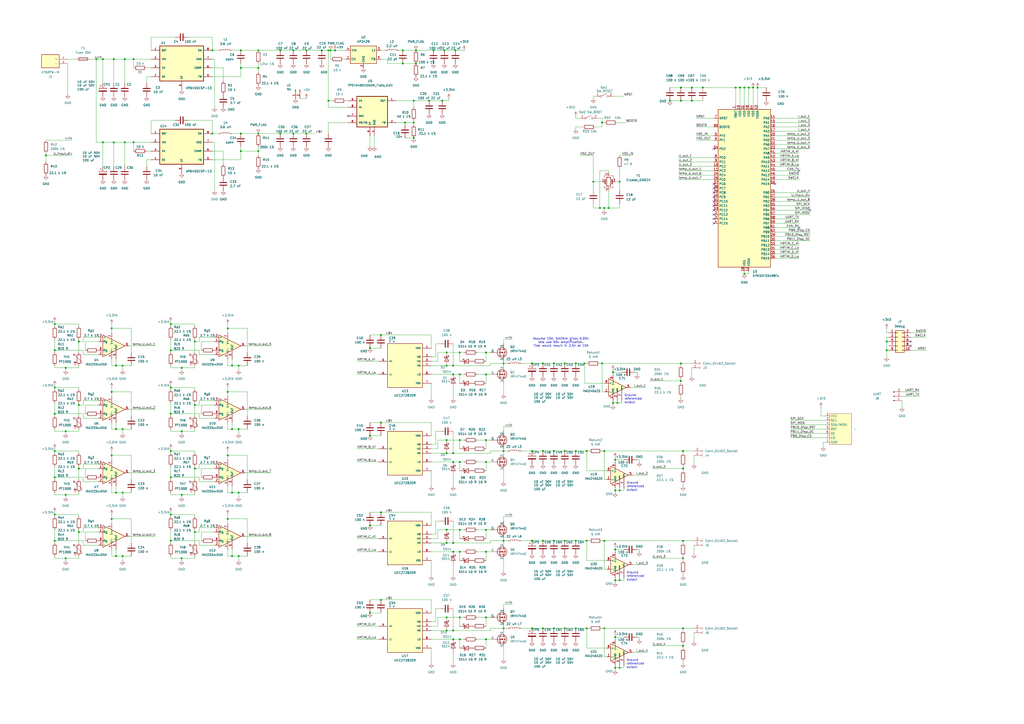
<source format=kicad_sch>
(kicad_sch (version 20250114) (generator "eeschema") (generator_version "9.0")
  (paper "A2")
  (title_block (title "Ochlasta") (date "2025-10-11") (rev "1") (company "Trafopajka&Alkel Engineering"))
  (text "Ground\nreferenced\noutput" (at 363.474 282.194 0) (effects (font (size 1.27 1.27)) (justify left)))
  (text "Ground\nreferenced\noutput" (at 362.204 231.394 0) (effects (font (size 1.27 1.27)) (justify left)))
  (text "Ground\nreferenced\noutput" (at 363.474 334.264 0) (effects (font (size 1.27 1.27)) (justify left)))
  (text "Ground\nreferenced\noutput" (at 363.474 385.064 0) (effects (font (size 1.27 1.27)) (justify left)))
  (text "Assume 10A, 5mOhm gives 0.05V\nlets use 50x amplification.\nThat would result in 2.5V at 10A\n" (at 325.374 198.628 0) (effects (font (size 1.27 1.27))))
  (junction (at 99.06 298.45))
  (junction (at 256.54 58.42))
  (junction (at 327.66 210.82))
  (junction (at 262.89 212.09))
  (junction (at 292.1 210.82))
  (junction (at 139.7 77.47))
  (junction (at 233.68 29.21))
  (junction (at 99.06 203.2))
  (junction (at 55.88 34.29))
  (junction (at 134.62 322.58))
  (junction (at 190.5 29.21))
  (junction (at 349.25 210.82))
  (junction (at 26.67 90.17))
  (junction (at 67.31 322.58))
  (junction (at 177.8 29.21))
  (junction (at 314.96 313.69))
  (junction (at 162.56 77.47))
  (junction (at 266.7 370.84))
  (junction (at 340.36 313.69))
  (junction (at 266.7 320.04))
  (junction (at 248.92 58.42))
  (junction (at 266.7 358.14))
  (junction (at 134.62 248.92))
  (junction (at 31.75 261.62))
  (junction (at 394.97 210.82))
  (junction (at 240.03 58.42))
  (junction (at 113.03 234.95))
  (junction (at 350.52 120.65))
  (junction (at 138.43 248.92))
  (junction (at 132.08 190.5))
  (junction (at 99.06 187.96))
  (junction (at 359.41 284.48))
  (junction (at 59.69 34.29))
  (junction (at 281.94 358.14))
  (junction (at 194.31 29.21))
  (junction (at 308.61 210.82))
  (junction (at 259.08 365.76))
  (junction (at 220.98 245.11))
  (junction (at 262.89 365.76))
  (junction (at 134.62 212.09))
  (junction (at 356.87 369.57))
  (junction (at 259.08 358.14))
  (junction (at 64.77 264.16))
  (junction (at 72.39 82.55))
  (junction (at 72.39 34.29))
  (junction (at 132.08 264.16))
  (junction (at 105.41 287.02))
  (junction (at 240.03 71.12))
  (junction (at 334.01 210.82))
  (junction (at 67.31 248.92))
  (junction (at 407.67 50.8))
  (junction (at 105.41 213.36))
  (junction (at 339.09 210.82))
  (junction (at 77.47 82.55))
  (junction (at 359.41 105.41))
  (junction (at 259.08 204.47))
  (junction (at 220.98 194.31))
  (junction (at 358.14 233.68))
  (junction (at 259.08 262.89))
  (junction (at 191.77 29.21))
  (junction (at 113.03 308.61))
  (junction (at 321.31 313.69))
  (junction (at 355.6 233.68))
  (junction (at 327.66 364.49))
  (junction (at 105.41 250.19))
  (junction (at 67.31 285.75))
  (junction (at 308.61 261.62))
  (junction (at 186.69 29.21))
  (junction (at 356.87 318.77))
  (junction (at 162.56 29.21))
  (junction (at 259.08 255.27))
  (junction (at 38.1 213.36))
  (junction (at 71.12 322.58))
  (junction (at 138.43 212.09))
  (junction (at 266.7 204.47))
  (junction (at 292.1 261.62))
  (junction (at 262.89 217.17))
  (junction (at 170.18 29.21))
  (junction (at 347.98 120.65))
  (junction (at 138.43 322.58))
  (junction (at 334.01 261.62))
  (junction (at 31.75 203.2))
  (junction (at 123.19 29.21))
  (junction (at 241.3 36.83))
  (junction (at 64.77 300.99))
  (junction (at 292.1 364.49))
  (junction (at 396.24 271.78))
  (junction (at 281.94 307.34))
  (junction (at 190.5 58.42))
  (junction (at 132.08 300.99))
  (junction (at 45.72 198.12))
  (junction (at 59.69 82.55))
  (junction (at 38.1 323.85))
  (junction (at 321.31 210.82))
  (junction (at 31.75 224.79))
  (junction (at 426.72 50.8))
  (junction (at 281.94 255.27))
  (junction (at 356.87 336.55))
  (junction (at 259.08 307.34))
  (junction (at 123.19 77.47))
  (junction (at 220.98 347.98))
  (junction (at 327.66 261.62))
  (junction (at 31.75 276.86))
  (junction (at 314.96 210.82))
  (junction (at 38.1 287.02))
  (junction (at 281.94 320.04))
  (junction (at 262.89 370.84))
  (junction (at 431.8 50.8))
  (junction (at 262.89 320.04))
  (junction (at 113.03 271.78))
  (junction (at 327.66 313.69))
  (junction (at 177.8 77.47))
  (junction (at 349.25 71.12))
  (junction (at 396.24 374.65))
  (junction (at 281.94 370.84))
  (junction (at 139.7 39.37))
  (junction (at 396.24 364.49))
  (junction (at 259.08 314.96))
  (junction (at 99.06 224.79))
  (junction (at 431.8 158.75))
  (junction (at 214.63 355.6))
  (junction (at 355.6 215.9))
  (junction (at 340.36 261.62))
  (junction (at 259.08 212.09))
  (junction (at 356.87 266.7))
  (junction (at 214.63 304.8))
  (junction (at 139.7 29.21))
  (junction (at 31.75 313.69))
  (junction (at 344.17 105.41))
  (junction (at 350.52 261.62))
  (junction (at 439.42 50.8))
  (junction (at 340.36 364.49))
  (junction (at 308.61 313.69))
  (junction (at 436.88 50.8))
  (junction (at 266.7 307.34))
  (junction (at 292.1 313.69))
  (junction (at 353.06 120.65))
  (junction (at 31.75 187.96))
  (junction (at 45.72 271.78))
  (junction (at 134.62 285.75))
  (junction (at 149.86 29.21))
  (junction (at 262.89 267.97))
  (junction (at 149.86 87.63))
  (junction (at 266.7 217.17))
  (junction (at 262.89 314.96))
  (junction (at 149.86 39.37))
  (junction (at 401.32 50.8))
  (junction (at 334.01 313.69))
  (junction (at 514.35 198.12))
  (junction (at 241.3 29.21))
  (junction (at 388.62 58.42))
  (junction (at 31.75 298.45))
  (junction (at 214.63 201.93))
  (junction (at 314.96 261.62))
  (junction (at 64.77 190.5))
  (junction (at 396.24 261.62))
  (junction (at 321.31 261.62))
  (junction (at 251.46 29.21))
  (junction (at 359.41 387.35))
  (junction (at 71.12 212.09))
  (junction (at 350.52 364.49))
  (junction (at 67.31 212.09))
  (junction (at 71.12 285.75))
  (junction (at 308.61 364.49))
  (junction (at 314.96 364.49))
  (junction (at 281.94 204.47))
  (junction (at 149.86 77.47))
  (junction (at 64.77 227.33))
  (junction (at 240.03 80.01))
  (junction (at 396.24 313.69))
  (junction (at 262.89 262.89))
  (junction (at 31.75 240.03))
  (junction (at 99.06 313.69))
  (junction (at 356.87 387.35))
  (junction (at 266.7 255.27))
  (junction (at 77.47 34.29))
  (junction (at 139.7 87.63))
  (junction (at 394.97 220.98))
  (junction (at 233.68 36.83))
  (junction (at 394.97 50.8))
  (junction (at 234.95 71.12))
  (junction (at 281.94 217.17))
  (junction (at 99.06 240.03))
  (junction (at 321.31 364.49))
  (junction (at 38.1 250.19))
  (junction (at 394.97 58.42))
  (junction (at 66.04 82.55))
  (junction (at 138.43 285.75))
  (junction (at 71.12 248.92))
  (junction (at 266.7 267.97))
  (junction (at 396.24 323.85))
  (junction (at 334.01 364.49))
  (junction (at 132.08 227.33))
  (junction (at 514.35 203.2))
  (junction (at 281.94 267.97))
  (junction (at 359.41 336.55))
  (junction (at 429.26 50.8))
  (junction (at 45.72 234.95))
  (junction (at 214.63 252.73))
  (junction (at 113.03 198.12))
  (junction (at 350.52 313.69))
  (junction (at 401.32 58.42))
  (junction (at 105.41 323.85))
  (junction (at 264.16 29.21))
  (junction (at 99.06 276.86))
  (junction (at 220.98 297.18))
  (junction (at 434.34 50.8))
  (junction (at 99.06 261.62))
  (junction (at 66.04 34.29))
  (junction (at 356.87 284.48))
  (junction (at 45.72 308.61))
  (junction (at 170.18 77.47))
  (junction (at 257.81 29.21))
  (no_connect (at 414.02 86.36))
  (no_connect (at 414.02 129.54))
  (no_connect (at 469.9 121.92))
  (no_connect (at 528.32 198.12))
  (no_connect (at 463.55 99.06))
  (no_connect (at 414.02 119.38))
  (no_connect (at 414.02 121.92))
  (no_connect (at 414.02 124.46))
  (no_connect (at 463.55 132.08))
  (no_connect (at 414.02 116.84))
  (no_connect (at 414.02 111.76))
  (no_connect (at 414.02 109.22))
  (no_connect (at 414.02 114.3))
  (no_connect (at 201.93 67.31))
  (no_connect (at 414.02 106.68))
  (no_connect (at 414.02 127))
  (no_connect (at 528.32 200.66))
  (no_connect (at 449.58 106.68))
  (wire (pts (xy 87.63 69.85) (xy 87.63 77.47)))
  (wire (pts (xy 356.87 369.57) (xy 356.87 370.84)))
  (wire (pts (xy 340.36 273.05) (xy 340.36 261.62)))
  (wire (pts (xy 31.75 203.2) (xy 31.75 204.47)))
  (wire (pts (xy 281.94 307.34) (xy 284.48 307.34)))
  (wire (pts (xy 45.72 308.61) (xy 45.72 314.96)))
  (wire (pts (xy 31.75 189.23) (xy 31.75 187.96)))
  (wire (pts (xy 339.09 222.25) (xy 350.52 222.25)))
  (wire (pts (xy 377.19 220.98) (xy 394.97 220.98)))
  (wire (pts (xy 250.19 217.17) (xy 262.89 217.17)))
  (wire (pts (xy 292.1 313.69) (xy 292.1 314.96)))
  (wire (pts (xy 302.26 313.69) (xy 308.61 313.69)))
  (wire (pts (xy 49.53 240.03) (xy 49.53 234.95)))
  (wire (pts (xy 284.48 313.69) (xy 284.48 314.96)))
  (wire (pts (xy 350.52 381) (xy 350.52 364.49)))
  (wire (pts (xy 269.24 307.34) (xy 266.7 307.34)))
  (wire (pts (xy 85.09 44.45) (xy 87.63 44.45)))
  (wire (pts (xy 302.26 261.62) (xy 308.61 261.62)))
  (wire (pts (xy 402.59 367.03) (xy 402.59 372.11)))
  (wire (pts (xy 31.75 248.92) (xy 31.75 250.19)))
  (wire (pts (xy 123.19 82.55) (xy 124.46 82.55)))
  (wire (pts (xy 394.97 58.42) (xy 401.32 58.42)))
  (wire (pts (xy 269.24 255.27) (xy 266.7 255.27)))
  (wire (pts (xy 321.31 364.49) (xy 327.66 364.49)))
  (wire (pts (xy 113.03 196.85) (xy 113.03 198.12)))
  (wire (pts (xy 396.24 332.74) (xy 396.24 334.01)))
  (wire (pts (xy 449.58 91.44) (xy 463.55 91.44)))
  (wire (pts (xy 449.58 96.52) (xy 463.55 96.52)))
  (wire (pts (xy 99.06 203.2) (xy 115.57 203.2)))
  (wire (pts (xy 370.84 267.97) (xy 370.84 266.7)))
  (wire (pts (xy 190.5 58.42) (xy 193.04 58.42)))
  (wire (pts (xy 308.61 261.62) (xy 314.96 261.62)))
  (wire (pts (xy 115.57 195.58) (xy 124.46 195.58)))
  (wire (pts (xy 99.06 226.06) (xy 99.06 224.79)))
  (wire (pts (xy 64.77 227.33) (xy 64.77 229.87)))
  (wire (pts (xy 162.56 29.21) (xy 170.18 29.21)))
  (wire (pts (xy 336.55 90.17) (xy 344.17 90.17)))
  (wire (pts (xy 340.36 325.12) (xy 351.79 325.12)))
  (wire (pts (xy 115.57 195.58) (xy 115.57 198.12)))
  (wire (pts (xy 337.82 73.66) (xy 334.01 73.66)))
  (wire (pts (xy 458.47 243.84) (xy 478.79 243.84)))
  (wire (pts (xy 358.14 71.12) (xy 363.22 71.12)))
  (wire (pts (xy 254 260.35) (xy 254 255.27)))
  (wire (pts (xy 132.08 208.28) (xy 132.08 212.09)))
  (wire (pts (xy 449.58 99.06) (xy 463.55 99.06)))
  (wire (pts (xy 292.1 312.42) (xy 292.1 313.69)))
  (wire (pts (xy 350.52 330.2) (xy 351.79 330.2)))
  (wire (pts (xy 356.87 387.35) (xy 356.87 388.62)))
  (wire (pts (xy 340.36 375.92) (xy 351.79 375.92)))
  (wire (pts (xy 31.75 224.79) (xy 45.72 224.79)))
  (wire (pts (xy 31.75 276.86) (xy 48.26 276.86)))
  (wire (pts (xy 48.26 306.07) (xy 48.26 308.61)))
  (wire (pts (xy 260.35 58.42) (xy 256.54 58.42)))
  (wire (pts (xy 31.75 323.85) (xy 38.1 323.85)))
  (wire (pts (xy 149.86 36.83) (xy 149.86 39.37)))
  (wire (pts (xy 31.75 233.68) (xy 31.75 240.03)))
  (wire (pts (xy 214.63 245.11) (xy 220.98 245.11)))
  (wire (pts (xy 85.09 87.63) (xy 87.63 87.63)))
  (wire (pts (xy 207.01 312.42) (xy 219.71 312.42)))
  (wire (pts (xy 48.26 269.24) (xy 57.15 269.24)))
  (wire (pts (xy 67.31 322.58) (xy 71.12 322.58)))
  (wire (pts (xy 231.14 29.21) (xy 233.68 29.21)))
  (wire (pts (xy 31.75 307.34) (xy 31.75 313.69)))
  (wire (pts (xy 327.66 261.62) (xy 334.01 261.62)))
  (wire (pts (xy 139.7 85.09) (xy 139.7 87.63)))
  (wire (pts (xy 115.57 306.07) (xy 124.46 306.07)))
  (wire (pts (xy 259.08 358.14) (xy 266.7 358.14)))
  (wire (pts (xy 71.12 212.09) (xy 76.2 212.09)))
  (wire (pts (xy 124.46 82.55) (xy 124.46 110.49)))
  (wire (pts (xy 523.24 227.33) (xy 533.4 227.33)))
  (wire (pts (xy 132.08 245.11) (xy 132.08 248.92)))
  (wire (pts (xy 449.58 147.32) (xy 463.55 147.32)))
  (wire (pts (xy 449.58 132.08) (xy 463.55 132.08)))
  (wire (pts (xy 378.46 271.78) (xy 396.24 271.78)))
  (wire (pts (xy 266.7 370.84) (xy 266.7 375.92)))
  (wire (pts (xy 449.58 114.3) (xy 469.9 114.3)))
  (wire (pts (xy 284.48 364.49) (xy 284.48 365.76)))
  (wire (pts (xy 123.19 44.45) (xy 139.7 44.45)))
  (wire (pts (xy 71.12 322.58) (xy 76.2 322.58)))
  (wire (pts (xy 99.06 240.03) (xy 99.06 241.3)))
  (wire (pts (xy 214.63 347.98) (xy 220.98 347.98)))
  (wire (pts (xy 45.72 234.95) (xy 45.72 241.3)))
  (wire (pts (xy 113.03 233.68) (xy 113.03 234.95)))
  (wire (pts (xy 281.94 255.27) (xy 284.48 255.27)))
  (wire (pts (xy 292.1 209.55) (xy 292.1 210.82)))
  (wire (pts (xy 254 255.27) (xy 259.08 255.27)))
  (wire (pts (xy 31.75 212.09) (xy 31.75 213.36)))
  (wire (pts (xy 115.57 240.03) (xy 115.57 242.57)))
  (wire (pts (xy 132.08 187.96) (xy 132.08 190.5)))
  (wire (pts (xy 514.35 203.2) (xy 515.62 203.2)))
  (wire (pts (xy 292.1 364.49) (xy 292.1 365.76)))
  (wire (pts (xy 105.41 323.85) (xy 105.41 325.12)))
  (wire (pts (xy 31.75 223.52) (xy 31.75 224.79)))
  (wire (pts (xy 214.63 201.93) (xy 220.98 201.93)))
  (wire (pts (xy 281.94 204.47) (xy 284.48 204.47)))
  (wire (pts (xy 123.19 34.29) (xy 124.46 34.29)))
  (wire (pts (xy 190.5 77.47) (xy 190.5 71.12)))
  (wire (pts (xy 431.8 50.8) (xy 431.8 60.96)))
  (wire (pts (xy 149.86 39.37) (xy 149.86 41.91)))
  (wire (pts (xy 292.1 364.49) (xy 294.64 364.49)))
  (wire (pts (xy 347.98 120.65) (xy 344.17 120.65)))
  (wire (pts (xy 190.5 29.21) (xy 190.5 58.42)))
  (wire (pts (xy 250.19 312.42) (xy 254 312.42)))
  (wire (pts (xy 262.89 314.96) (xy 259.08 314.96)))
  (wire (pts (xy 87.63 21.59) (xy 87.63 29.21)))
  (wire (pts (xy 269.24 370.84) (xy 266.7 370.84)))
  (wire (pts (xy 345.44 55.88) (xy 344.17 55.88)))
  (wire (pts (xy 113.03 198.12) (xy 115.57 198.12)))
  (wire (pts (xy 393.7 99.06) (xy 414.02 99.06)))
  (wire (pts (xy 190.5 29.21) (xy 191.77 29.21)))
  (wire (pts (xy 207.01 267.97) (xy 219.71 267.97)))
  (wire (pts (xy 478.79 241.3) (xy 476.25 241.3)))
  (wire (pts (xy 334.01 261.62) (xy 340.36 261.62)))
  (wire (pts (xy 401.32 58.42) (xy 407.67 58.42)))
  (wire (pts (xy 266.7 307.34) (xy 266.7 312.42)))
  (wire (pts (xy 349.25 105.41) (xy 344.17 105.41)))
  (wire (pts (xy 367.03 275.59) (xy 375.92 275.59)))
  (wire (pts (xy 224.79 36.83) (xy 224.79 34.29)))
  (wire (pts (xy 194.31 29.21) (xy 200.66 29.21)))
  (wire (pts (xy 64.77 190.5) (xy 76.2 190.5)))
  (wire (pts (xy 134.62 248.92) (xy 138.43 248.92)))
  (wire (pts (xy 113.03 307.34) (xy 113.03 308.61)))
  (wire (pts (xy 361.95 336.55) (xy 361.95 335.28)))
  (wire (pts (xy 190.5 62.23) (xy 201.93 62.23)))
  (wire (pts (xy 134.62 281.94) (xy 134.62 285.75)))
  (wire (pts (xy 64.77 322.58) (xy 67.31 322.58)))
  (wire (pts (xy 31.75 240.03) (xy 31.75 241.3)))
  (wire (pts (xy 284.48 313.69) (xy 292.1 313.69)))
  (wire (pts (xy 469.9 83.82) (xy 449.58 83.82)))
  (wire (pts (xy 64.77 264.16) (xy 64.77 266.7)))
  (wire (pts (xy 458.47 246.38) (xy 478.79 246.38)))
  (wire (pts (xy 250.19 309.88) (xy 252.73 309.88)))
  (wire (pts (xy 99.06 307.34) (xy 99.06 313.69)))
  (wire (pts (xy 191.77 29.21) (xy 191.77 34.29)))
  (wire (pts (xy 49.53 271.78) (xy 57.15 271.78)))
  (wire (pts (xy 113.03 270.51) (xy 113.03 271.78)))
  (wire (pts (xy 186.69 29.21) (xy 190.5 29.21)))
  (wire (pts (xy 138.43 285.75) (xy 143.51 285.75)))
  (wire (pts (xy 292.1 273.05) (xy 292.1 279.4)))
  (wire (pts (xy 252.73 199.39) (xy 255.27 199.39)))
  (wire (pts (xy 76.2 264.16) (xy 76.2 278.13)))
  (wire (pts (xy 350.52 313.69) (xy 349.25 313.69)))
  (wire (pts (xy 292.1 210.82) (xy 294.64 210.82)))
  (wire (pts (xy 45.72 287.02) (xy 45.72 285.75)))
  (wire (pts (xy 284.48 212.09) (xy 262.89 212.09)))
  (wire (pts (xy 292.1 302.26) (xy 292.1 299.72)))
  (wire (pts (xy 48.26 195.58) (xy 48.26 198.12)))
  (wire (pts (xy 269.24 217.17) (xy 266.7 217.17)))
  (wire (pts (xy 123.19 29.21) (xy 127 29.21)))
  (wire (pts (xy 38.1 213.36) (xy 38.1 214.63)))
  (wire (pts (xy 388.62 58.42) (xy 394.97 58.42)))
  (wire (pts (xy 38.1 287.02) (xy 45.72 287.02)))
  (wire (pts (xy 99.06 287.02) (xy 105.41 287.02)))
  (wire (pts (xy 393.7 93.98) (xy 414.02 93.98)))
  (wire (pts (xy 292.1 199.39) (xy 292.1 196.85)))
  (wire (pts (xy 254 307.34) (xy 259.08 307.34)))
  (wire (pts (xy 476.25 236.22) (xy 476.25 241.3)))
  (wire (pts (xy 31.75 213.36) (xy 38.1 213.36)))
  (wire (pts (xy 314.96 261.62) (xy 321.31 261.62)))
  (wire (pts (xy 31.75 186.69) (xy 31.75 187.96)))
  (wire (pts (xy 353.06 100.33) (xy 353.06 99.06)))
  (wire (pts (xy 64.77 300.99) (xy 64.77 303.53)))
  (wire (pts (xy 402.59 316.23) (xy 402.59 321.31)))
  (wire (pts (xy 340.36 273.05) (xy 351.79 273.05)))
  (wire (pts (xy 281.94 358.14) (xy 281.94 363.22)))
  (wire (pts (xy 434.34 158.75) (xy 434.34 157.48)))
  (wire (pts (xy 361.95 284.48) (xy 361.95 283.21)))
  (wire (pts (xy 64.77 208.28) (xy 64.77 212.09)))
  (wire (pts (xy 99.06 270.51) (xy 99.06 276.86)))
  (wire (pts (xy 115.57 269.24) (xy 124.46 269.24)))
  (wire (pts (xy 378.46 374.65) (xy 396.24 374.65)))
  (wire (pts (xy 77.47 82.55) (xy 87.63 82.55)))
  (wire (pts (xy 403.86 73.66) (xy 414.02 73.66)))
  (wire (pts (xy 401.32 213.36) (xy 401.32 218.44)))
  (wire (pts (xy 284.48 365.76) (xy 262.89 365.76)))
  (wire (pts (xy 359.41 284.48) (xy 361.95 284.48)))
  (wire (pts (xy 134.62 208.28) (xy 134.62 212.09)))
  (wire (pts (xy 74.93 311.15) (xy 90.17 311.15)))
  (wire (pts (xy 134.62 77.47) (xy 139.7 77.47)))
  (wire (pts (xy 67.31 318.77) (xy 67.31 322.58)))
  (wire (pts (xy 469.9 121.92) (xy 449.58 121.92)))
  (wire (pts (xy 370.84 266.7) (xy 369.57 266.7)))
  (wire (pts (xy 116.84 308.61) (xy 124.46 308.61)))
  (wire (pts (xy 142.24 237.49) (xy 157.48 237.49)))
  (wire (pts (xy 45.72 261.62) (xy 45.72 262.89)))
  (wire (pts (xy 38.1 250.19) (xy 45.72 250.19)))
  (wire (pts (xy 234.95 71.12) (xy 240.03 71.12)))
  (wire (pts (xy 45.72 323.85) (xy 45.72 322.58)))
  (wire (pts (xy 292.1 210.82) (xy 292.1 212.09)))
  (wire (pts (xy 356.87 386.08) (xy 356.87 387.35)))
  (wire (pts (xy 431.8 158.75) (xy 434.34 158.75)))
  (wire (pts (xy 281.94 307.34) (xy 281.94 312.42)))
  (wire (pts (xy 45.72 270.51) (xy 45.72 271.78)))
  (wire (pts (xy 250.19 212.09) (xy 259.08 212.09)))
  (wire (pts (xy 394.97 50.8) (xy 401.32 50.8)))
  (wire (pts (xy 49.53 313.69) (xy 49.53 308.61)))
  (wire (pts (xy 26.67 90.17) (xy 41.91 90.17)))
  (wire (pts (xy 449.58 127) (xy 463.55 127)))
  (wire (pts (xy 64.77 190.5) (xy 64.77 193.04)))
  (wire (pts (xy 224.79 34.29) (xy 220.98 34.29)))
  (wire (pts (xy 250.19 320.04) (xy 262.89 320.04)))
  (wire (pts (xy 99.06 212.09) (xy 99.06 213.36)))
  (wire (pts (xy 281.94 267.97) (xy 284.48 267.97)))
  (wire (pts (xy 207.01 260.35) (xy 219.71 260.35)))
  (wire (pts (xy 350.52 261.62) (xy 349.25 261.62)))
  (wire (pts (xy 113.03 287.02) (xy 113.03 285.75)))
  (wire (pts (xy 402.59 264.16) (xy 402.59 269.24)))
  (wire (pts (xy 367.03 327.66) (xy 375.92 327.66)))
  (wire (pts (xy 233.68 36.83) (xy 224.79 36.83)))
  (wire (pts (xy 350.52 261.62) (xy 396.24 261.62)))
  (wire (pts (xy 71.12 322.58) (xy 71.12 325.12)))
  (wire (pts (xy 99.06 262.89) (xy 99.06 261.62)))
  (wire (pts (xy 59.69 82.55) (xy 59.69 96.52)))
  (wire (pts (xy 31.75 322.58) (xy 31.75 323.85)))
  (wire (pts (xy 250.19 314.96) (xy 259.08 314.96)))
  (wire (pts (xy 262.89 327.66) (xy 262.89 334.01)))
  (wire (pts (xy 350.52 364.49) (xy 349.25 364.49)))
  (wire (pts (xy 113.03 234.95) (xy 115.57 234.95)))
  (wire (pts (xy 259.08 307.34) (xy 266.7 307.34)))
  (wire (pts (xy 115.57 306.07) (xy 115.57 308.61)))
  (wire (pts (xy 129.54 46.99) (xy 129.54 39.37)))
  (wire (pts (xy 431.8 50.8) (xy 434.34 50.8)))
  (wire (pts (xy 115.57 316.23) (xy 124.46 316.23)))
  (wire (pts (xy 393.7 101.6) (xy 414.02 101.6)))
  (wire (pts (xy 48.26 240.03) (xy 48.26 242.57)))
  (wire (pts (xy 356.87 284.48) (xy 356.87 285.75)))
  (wire (pts (xy 64.77 300.99) (xy 76.2 300.99)))
  (wire (pts (xy 101.6 69.85) (xy 87.63 69.85)))
  (wire (pts (xy 138.43 248.92) (xy 138.43 251.46)))
  (wire (pts (xy 177.8 29.21) (xy 186.69 29.21)))
  (wire (pts (xy 250.19 260.35) (xy 254 260.35)))
  (wire (pts (xy 370.84 318.77) (xy 369.57 318.77)))
  (wire (pts (xy 355.6 215.9) (xy 360.68 215.9)))
  (wire (pts (xy 99.06 285.75) (xy 99.06 287.02)))
  (wire (pts (xy 116.84 271.78) (xy 124.46 271.78)))
  (wire (pts (xy 132.08 285.75) (xy 134.62 285.75)))
  (wire (pts (xy 72.39 82.55) (xy 77.47 82.55)))
  (wire (pts (xy 132.08 300.99) (xy 132.08 303.53)))
  (wire (pts (xy 514.35 190.5) (xy 514.35 193.04)))
  (wire (pts (xy 72.39 96.52) (xy 72.39 82.55)))
  (wire (pts (xy 514.35 198.12) (xy 514.35 195.58)))
  (wire (pts (xy 276.86 204.47) (xy 281.94 204.47)))
  (wire (pts (xy 26.67 81.28) (xy 41.91 81.28)))
  (wire (pts (xy 48.26 232.41) (xy 48.26 234.95)))
  (wire (pts (xy 439.42 50.8) (xy 444.5 50.8)))
  (wire (pts (xy 254 312.42) (xy 254 307.34)))
  (wire (pts (xy 99.06 233.68) (xy 99.06 240.03)))
  (wire (pts (xy 48.26 279.4) (xy 57.15 279.4)))
  (wire (pts (xy 252.73 302.26) (xy 255.27 302.26)))
  (wire (pts (xy 48.26 306.07) (xy 57.15 306.07)))
  (wire (pts (xy 115.57 313.69) (xy 115.57 316.23)))
  (wire (pts (xy 514.35 198.12) (xy 514.35 203.2)))
  (wire (pts (xy 250.19 360.68) (xy 252.73 360.68)))
  (wire (pts (xy 478.79 251.46) (xy 458.47 251.46)))
  (wire (pts (xy 370.84 370.84) (xy 370.84 369.57)))
  (wire (pts (xy 229.87 58.42) (xy 240.03 58.42)))
  (wire (pts (xy 113.03 187.96) (xy 113.03 189.23)))
  (wire (pts (xy 132.08 190.5) (xy 132.08 193.04)))
  (wire (pts (xy 105.41 250.19) (xy 105.41 251.46)))
  (wire (pts (xy 449.58 149.86) (xy 463.55 149.86)))
  (wire (pts (xy 26.67 90.17) (xy 26.67 93.98)))
  (wire (pts (xy 477.52 259.08) (xy 477.52 256.54)))
  (wire (pts (xy 139.7 29.21) (xy 149.86 29.21)))
  (wire (pts (xy 38.1 213.36) (xy 45.72 213.36)))
  (wire (pts (xy 45.72 213.36) (xy 45.72 212.09)))
  (wire (pts (xy 132.08 227.33) (xy 132.08 229.87)))
  (wire (pts (xy 396.24 261.62) (xy 396.24 262.89)))
  (wire (pts (xy 356.87 387.35) (xy 359.41 387.35)))
  (wire (pts (xy 138.43 285.75) (xy 138.43 288.29)))
  (wire (pts (xy 143.51 227.33) (xy 143.51 241.3)))
  (wire (pts (xy 359.41 97.79) (xy 359.41 105.41)))
  (wire (pts (xy 523.24 229.87) (xy 533.4 229.87)))
  (wire (pts (xy 359.41 387.35) (xy 361.95 387.35)))
  (wire (pts (xy 99.06 298.45) (xy 113.03 298.45)))
  (wire (pts (xy 356.87 336.55) (xy 356.87 337.82)))
  (wire (pts (xy 284.48 261.62) (xy 292.1 261.62)))
  (wire (pts (xy 359.41 120.65) (xy 359.41 118.11)))
  (wire (pts (xy 281.94 204.47) (xy 281.94 209.55)))
  (wire (pts (xy 113.03 308.61) (xy 115.57 308.61)))
  (wire (pts (xy 207.01 363.22) (xy 219.71 363.22)))
  (wire (pts (xy 99.06 186.69) (xy 99.06 187.96)))
  (wire (pts (xy 142.24 200.66) (xy 157.48 200.66)))
  (wire (pts (xy 276.86 307.34) (xy 281.94 307.34)))
  (wire (pts (xy 99.06 297.18) (xy 99.06 298.45)))
  (wire (pts (xy 340.36 375.92) (xy 340.36 364.49)))
  (wire (pts (xy 76.2 227.33) (xy 76.2 241.3)))
  (wire (pts (xy 321.31 210.82) (xy 327.66 210.82)))
  (wire (pts (xy 31.75 250.19) (xy 38.1 250.19)))
  (wire (pts (xy 45.72 250.19) (xy 45.72 248.92)))
  (wire (pts (xy 262.89 353.06) (xy 262.89 365.76)))
  (wire (pts (xy 514.35 195.58) (xy 515.62 195.58)))
  (wire (pts (xy 115.57 269.24) (xy 115.57 271.78)))
  (wire (pts (xy 234.95 71.12) (xy 234.95 72.39)))
  (wire (pts (xy 528.32 195.58) (xy 537.21 195.58)))
  (wire (pts (xy 396.24 261.62) (xy 402.59 261.62)))
  (wire (pts (xy 134.62 29.21) (xy 139.7 29.21)))
  (wire (pts (xy 31.75 313.69) (xy 31.75 314.96)))
  (wire (pts (xy 190.5 58.42) (xy 190.5 62.23)))
  (wire (pts (xy 349.25 71.12) (xy 349.25 68.58)))
  (wire (pts (xy 138.43 248.92) (xy 143.51 248.92)))
  (wire (pts (xy 105.41 287.02) (xy 105.41 288.29)))
  (wire (pts (xy 369.57 217.17) (xy 369.57 215.9)))
  (wire (pts (xy 321.31 261.62) (xy 327.66 261.62)))
  (wire (pts (xy 292.1 350.52) (xy 297.18 350.52)))
  (wire (pts (xy 129.54 95.25) (xy 129.54 87.63)))
  (wire (pts (xy 220.98 194.31) (xy 250.19 194.31)))
  (wire (pts (xy 276.86 358.14) (xy 281.94 358.14)))
  (wire (pts (xy 281.94 255.27) (xy 281.94 260.35)))
  (wire (pts (xy 76.2 300.99) (xy 76.2 314.96)))
  (wire (pts (xy 113.03 323.85) (xy 113.03 322.58)))
  (wire (pts (xy 250.19 347.98) (xy 250.19 355.6)))
  (wire (pts (xy 434.34 50.8) (xy 436.88 50.8)))
  (wire (pts (xy 292.1 363.22) (xy 292.1 364.49)))
  (wire (pts (xy 99.06 323.85) (xy 105.41 323.85)))
  (wire (pts (xy 276.86 267.97) (xy 281.94 267.97)))
  (wire (pts (xy 321.31 313.69) (xy 327.66 313.69)))
  (wire (pts (xy 359.41 90.17) (xy 367.03 90.17)))
  (wire (pts (xy 367.03 378.46) (xy 375.92 378.46)))
  (wire (pts (xy 139.7 44.45) (xy 139.7 39.37)))
  (wire (pts (xy 353.06 99.06) (xy 347.98 99.06)))
  (wire (pts (xy 214.63 355.6) (xy 220.98 355.6)))
  (wire (pts (xy 123.19 77.47) (xy 123.19 69.85)))
  (wire (pts (xy 48.26 232.41) (xy 57.15 232.41)))
  (wire (pts (xy 31.75 297.18) (xy 31.75 298.45)))
  (wire (pts (xy 45.72 298.45) (xy 45.72 299.72)))
  (wire (pts (xy 401.32 50.8) (xy 407.67 50.8)))
  (wire (pts (xy 67.31 281.94) (xy 67.31 285.75)))
  (wire (pts (xy 469.9 119.38) (xy 449.58 119.38)))
  (wire (pts (xy 74.93 200.66) (xy 90.17 200.66)))
  (wire (pts (xy 149.86 77.47) (xy 162.56 77.47)))
  (wire (pts (xy 85.09 48.26) (xy 85.09 44.45)))
  (wire (pts (xy 353.06 120.65) (xy 350.52 120.65)))
  (wire (pts (xy 281.94 358.14) (xy 284.48 358.14)))
  (wire (pts (xy 250.19 325.12) (xy 250.19 334.01)))
  (wire (pts (xy 266.7 217.17) (xy 266.7 222.25)))
  (wire (pts (xy 64.77 187.96) (xy 64.77 190.5)))
  (wire (pts (xy 449.58 134.62) (xy 469.9 134.62)))
  (wire (pts (xy 346.71 68.58) (xy 349.25 68.58)))
  (wire (pts (xy 254 358.14) (xy 259.08 358.14)))
  (wire (pts (xy 143.51 264.16) (xy 143.51 278.13)))
  (wire (pts (xy 115.57 279.4) (xy 124.46 279.4)))
  (wire (pts (xy 233.68 36.83) (xy 241.3 36.83)))
  (wire (pts (xy 52.07 34.29) (xy 55.88 34.29)))
  (wire (pts (xy 276.86 370.84) (xy 281.94 370.84)))
  (wire (pts (xy 74.93 237.49) (xy 90.17 237.49)))
  (wire (pts (xy 199.39 34.29) (xy 200.66 34.29)))
  (wire (pts (xy 207.01 370.84) (xy 219.71 370.84)))
  (wire (pts (xy 132.08 300.99) (xy 143.51 300.99)))
  (wire (pts (xy 115.57 205.74) (xy 124.46 205.74)))
  (wire (pts (xy 132.08 227.33) (xy 143.51 227.33)))
  (wire (pts (xy 64.77 248.92) (xy 67.31 248.92)))
  (wire (pts (xy 393.7 91.44) (xy 414.02 91.44)))
  (wire (pts (xy 113.03 308.61) (xy 113.03 314.96)))
  (wire (pts (xy 71.12 248.92) (xy 71.12 251.46)))
  (wire (pts (xy 132.08 264.16) (xy 132.08 266.7)))
  (wire (pts (xy 72.39 34.29) (xy 77.47 34.29)))
  (wire (pts (xy 67.31 245.11) (xy 67.31 248.92)))
  (wire (pts (xy 45.72 234.95) (xy 48.26 234.95)))
  (wire (pts (xy 478.79 248.92) (xy 458.47 248.92)))
  (wire (pts (xy 113.03 234.95) (xy 113.03 241.3)))
  (wire (pts (xy 48.26 276.86) (xy 48.26 279.4)))
  (wire (pts (xy 393.7 104.14) (xy 414.02 104.14)))
  (wire (pts (xy 138.43 322.58) (xy 143.51 322.58)))
  (wire (pts (xy 469.9 76.2) (xy 449.58 76.2)))
  (wire (pts (xy 76.2 190.5) (xy 76.2 204.47)))
  (wire (pts (xy 45.72 224.79) (xy 45.72 226.06)))
  (wire (pts (xy 99.06 223.52) (xy 99.06 224.79)))
  (wire (pts (xy 394.97 210.82) (xy 401.32 210.82)))
  (wire (pts (xy 469.9 81.28) (xy 449.58 81.28)))
  (wire (pts (xy 139.7 77.47) (xy 149.86 77.47)))
  (wire (pts (xy 134.62 212.09) (xy 138.43 212.09)))
  (wire (pts (xy 394.97 220.98) (xy 394.97 222.25)))
  (wire (pts (xy 48.26 313.69) (xy 48.26 316.23)))
  (wire (pts (xy 259.08 204.47) (xy 266.7 204.47)))
  (wire (pts (xy 113.03 298.45) (xy 113.03 299.72)))
  (wire (pts (xy 229.87 71.12) (xy 234.95 71.12)))
  (wire (pts (xy 217.17 78.74) (xy 217.17 85.09)))
  (wire (pts (xy 528.32 193.04) (xy 537.21 193.04)))
  (wire (pts (xy 45.72 271.78) (xy 45.72 278.13)))
  (wire (pts (xy 113.03 261.62) (xy 113.03 262.89)))
  (wire (pts (xy 64.77 212.09) (xy 67.31 212.09)))
  (wire (pts (xy 138.43 322.58) (xy 138.43 325.12)))
  (wire (pts (xy 250.19 297.18) (xy 250.19 304.8)))
  (wire (pts (xy 138.43 212.09) (xy 138.43 214.63)))
  (wire (pts (xy 302.26 210.82) (xy 308.61 210.82)))
  (wire (pts (xy 48.26 195.58) (xy 57.15 195.58)))
  (wire (pts (xy 334.01 68.58) (xy 334.01 67.31)))
  (wire (pts (xy 105.41 213.36) (xy 105.41 214.63)))
  (wire (pts (xy 327.66 210.82) (xy 334.01 210.82)))
  (wire (pts (xy 67.31 248.92) (xy 71.12 248.92)))
  (wire (pts (xy 252.73 207.01) (xy 252.73 199.39)))
  (wire (pts (xy 220.98 297.18) (xy 250.19 297.18)))
  (wire (pts (xy 250.19 262.89) (xy 259.08 262.89)))
  (wire (pts (xy 129.54 39.37) (xy 123.19 39.37)))
  (wire (pts (xy 340.36 261.62) (xy 341.63 261.62)))
  (wire (pts (xy 340.36 364.49) (xy 341.63 364.49)))
  (wire (pts (xy 355.6 214.63) (xy 355.6 215.9)))
  (wire (pts (xy 132.08 224.79) (xy 132.08 227.33)))
  (wire (pts (xy 66.04 96.52) (xy 66.04 82.55)))
  (wire (pts (xy 99.06 203.2) (xy 99.06 204.47)))
  (wire (pts (xy 439.42 50.8) (xy 439.42 60.96)))
  (wire (pts (xy 269.24 204.47) (xy 266.7 204.47)))
  (wire (pts (xy 252.73 353.06) (xy 255.27 353.06)))
  (wire (pts (xy 45.72 187.96) (xy 45.72 189.23)))
  (wire (pts (xy 403.86 78.74) (xy 414.02 78.74)))
  (wire (pts (xy 514.35 203.2) (xy 514.35 207.01)))
  (wire (pts (xy 64.77 264.16) (xy 76.2 264.16)))
  (wire (pts (xy 207.01 320.04) (xy 219.71 320.04)))
  (wire (pts (xy 254 363.22) (xy 254 358.14)))
  (wire (pts (xy 514.35 193.04) (xy 515.62 193.04)))
  (wire (pts (xy 31.75 196.85) (xy 31.75 203.2)))
  (wire (pts (xy 177.8 77.47) (xy 182.88 77.47)))
  (wire (pts (xy 396.24 313.69) (xy 396.24 314.96)))
  (wire (pts (xy 469.9 86.36) (xy 449.58 86.36)))
  (wire (pts (xy 77.47 82.55) (xy 77.47 87.63)))
  (wire (pts (xy 143.51 190.5) (xy 143.51 204.47)))
  (wire (pts (xy 241.3 29.21) (xy 251.46 29.21)))
  (wire (pts (xy 269.24 358.14) (xy 266.7 358.14)))
  (wire (pts (xy 77.47 34.29) (xy 87.63 34.29)))
  (wire (pts (xy 250.19 207.01) (xy 252.73 207.01)))
  (wire (pts (xy 115.57 242.57) (xy 124.46 242.57)))
  (wire (pts (xy 429.26 50.8) (xy 431.8 50.8)))
  (wire (pts (xy 350.52 364.49) (xy 396.24 364.49)))
  (wire (pts (xy 449.58 142.24) (xy 463.55 142.24)))
  (wire (pts (xy 449.58 93.98) (xy 463.55 93.98)))
  (wire (pts (xy 142.24 311.15) (xy 157.48 311.15)))
  (wire (pts (xy 314.96 364.49) (xy 321.31 364.49)))
  (wire (pts (xy 396.24 383.54) (xy 396.24 384.81)))
  (wire (pts (xy 334.01 313.69) (xy 340.36 313.69)))
  (wire (pts (xy 134.62 318.77) (xy 134.62 322.58)))
  (wire (pts (xy 403.86 68.58) (xy 414.02 68.58)))
  (wire (pts (xy 262.89 250.19) (xy 262.89 262.89)))
  (wire (pts (xy 349.25 210.82) (xy 347.98 210.82)))
  (wire (pts (xy 292.1 375.92) (xy 292.1 382.27)))
  (wire (pts (xy 99.06 196.85) (xy 99.06 203.2)))
  (wire (pts (xy 99.06 260.35) (xy 99.06 261.62)))
  (wire (pts (xy 59.69 34.29) (xy 59.69 48.26)))
  (wire (pts (xy 49.53 308.61) (xy 57.15 308.61)))
  (wire (pts (xy 248.92 58.42) (xy 256.54 58.42)))
  (wire (pts (xy 308.61 210.82) (xy 314.96 210.82)))
  (wire (pts (xy 345.44 73.66) (xy 349.25 73.66)))
  (wire (pts (xy 123.19 77.47) (xy 127 77.47)))
  (wire (pts (xy 262.89 302.26) (xy 262.89 314.96)))
  (wire (pts (xy 31.75 262.89) (xy 31.75 261.62)))
  (wire (pts (xy 260.35 57.15) (xy 260.35 58.42)))
  (wire (pts (xy 170.18 29.21) (xy 177.8 29.21)))
  (wire (pts (xy 308.61 364.49) (xy 314.96 364.49)))
  (wire (pts (xy 99.06 299.72) (xy 99.06 298.45)))
  (wire (pts (xy 284.48 262.89) (xy 262.89 262.89)))
  (wire (pts (xy 71.12 285.75) (xy 76.2 285.75)))
  (wire (pts (xy 143.51 300.99) (xy 143.51 314.96)))
  (wire (pts (xy 123.19 69.85) (xy 109.22 69.85)))
  (wire (pts (xy 449.58 139.7) (xy 469.9 139.7)))
  (wire (pts (xy 284.48 314.96) (xy 262.89 314.96)))
  (wire (pts (xy 339.09 210.82) (xy 340.36 210.82)))
  (wire (pts (xy 115.57 276.86) (xy 115.57 279.4)))
  (wire (pts (xy 388.62 50.8) (xy 394.97 50.8)))
  (wire (pts (xy 113.03 213.36) (xy 113.03 212.09)))
  (wire (pts (xy 149.86 87.63) (xy 149.86 90.17)))
  (wire (pts (xy 314.96 313.69) (xy 321.31 313.69)))
  (wire (pts (xy 336.55 68.58) (xy 334.01 68.58)))
  (wire (pts (xy 523.24 232.41) (xy 523.24 236.22)))
  (wire (pts (xy 266.7 320.04) (xy 266.7 325.12)))
  (wire (pts (xy 55.88 34.29) (xy 55.88 82.55)))
  (wire (pts (xy 85.09 39.37) (xy 87.63 39.37)))
  (wire (pts (xy 99.06 213.36) (xy 105.41 213.36)))
  (wire (pts (xy 45.72 198.12) (xy 48.26 198.12)))
  (wire (pts (xy 139.7 92.71) (xy 139.7 87.63)))
  (wire (pts (xy 31.75 299.72) (xy 31.75 298.45)))
  (wire (pts (xy 240.03 58.42) (xy 248.92 58.42)))
  (wire (pts (xy 344.17 105.41) (xy 344.17 90.17)))
  (wire (pts (xy 350.52 278.13) (xy 351.79 278.13)))
  (wire (pts (xy 407.67 50.8) (xy 426.72 50.8)))
  (wire (pts (xy 396.24 313.69) (xy 402.59 313.69)))
  (wire (pts (xy 469.9 71.12) (xy 449.58 71.12)))
  (wire (pts (xy 396.24 280.67) (xy 396.24 281.94)))
  (wire (pts (xy 350.52 313.69) (xy 396.24 313.69)))
  (wire (pts (xy 132.08 248.92) (xy 134.62 248.92)))
  (wire (pts (xy 200.66 58.42) (xy 201.93 58.42)))
  (wire (pts (xy 302.26 364.49) (xy 308.61 364.49)))
  (wire (pts (xy 48.26 242.57) (xy 57.15 242.57)))
  (wire (pts (xy 214.63 78.74) (xy 214.63 85.09)))
  (wire (pts (xy 269.24 320.04) (xy 266.7 320.04)))
  (wire (pts (xy 31.75 261.62) (xy 45.72 261.62)))
  (wire (pts (xy 31.75 270.51) (xy 31.75 276.86)))
  (wire (pts (xy 49.53 234.95) (xy 57.15 234.95)))
  (wire (pts (xy 71.12 248.92) (xy 76.2 248.92)))
  (wire (pts (xy 38.1 323.85) (xy 38.1 325.12)))
  (wire (pts (xy 31.75 285.75) (xy 31.75 287.02)))
  (wire (pts (xy 396.24 271.78) (xy 396.24 273.05)))
  (wire (pts (xy 356.87 335.28) (xy 356.87 336.55)))
  (wire (pts (xy 356.87 318.77) (xy 361.95 318.77)))
  (wire (pts (xy 449.58 137.16) (xy 469.9 137.16)))
  (wire (pts (xy 72.39 48.26) (xy 72.39 34.29)))
  (wire (pts (xy 67.31 285.75) (xy 71.12 285.75)))
  (wire (pts (xy 123.19 29.21) (xy 123.19 21.59)))
  (wire (pts (xy 250.19 209.55) (xy 254 209.55)))
  (wire (pts (xy 355.6 215.9) (xy 355.6 217.17)))
  (wire (pts (xy 134.62 245.11) (xy 134.62 248.92)))
  (wire (pts (xy 359.41 386.08) (xy 359.41 387.35)))
  (wire (pts (xy 31.75 240.03) (xy 48.26 240.03)))
  (wire (pts (xy 250.19 363.22) (xy 254 363.22)))
  (wire (pts (xy 115.57 203.2) (xy 115.57 205.74)))
  (wire (pts (xy 370.84 369.57) (xy 369.57 369.57)))
  (wire (pts (xy 116.84 234.95) (xy 124.46 234.95)))
  (wire (pts (xy 31.75 287.02) (xy 38.1 287.02)))
  (wire (pts (xy 31.75 260.35) (xy 31.75 261.62)))
  (wire (pts (xy 266.7 204.47) (xy 266.7 209.55)))
  (wire (pts (xy 134.62 322.58) (xy 138.43 322.58)))
  (wire (pts (xy 469.9 124.46) (xy 449.58 124.46)))
  (wire (pts (xy 99.06 189.23) (xy 99.06 187.96)))
  (wire (pts (xy 45.72 307.34) (xy 45.72 308.61)))
  (wire (pts (xy 355.6 232.41) (xy 355.6 233.68)))
  (wire (pts (xy 281.94 217.17) (xy 281.94 222.25)))
  (wire (pts (xy 359.41 105.41) (xy 356.87 105.41)))
  (wire (pts (xy 308.61 313.69) (xy 314.96 313.69)))
  (wire (pts (xy 64.77 261.62) (xy 64.77 264.16)))
  (wire (pts (xy 394.97 219.71) (xy 394.97 220.98)))
  (wire (pts (xy 292.1 299.72) (xy 297.18 299.72)))
  (wire (pts (xy 99.06 248.92) (xy 99.06 250.19)))
  (wire (pts (xy 254 204.47) (xy 259.08 204.47)))
  (wire (pts (xy 38.1 323.85) (xy 45.72 323.85)))
  (wire (pts (xy 403.86 81.28) (xy 414.02 81.28)))
  (wire (pts (xy 359.41 283.21) (xy 359.41 284.48)))
  (wire (pts (xy 449.58 104.14) (xy 463.55 104.14)))
  (wire (pts (xy 396.24 374.65) (xy 396.24 375.92)))
  (wire (pts (xy 99.06 276.86) (xy 115.57 276.86)))
  (wire (pts (xy 431.8 157.48) (xy 431.8 158.75)))
  (wire (pts (xy 281.94 217.17) (xy 284.48 217.17)))
  (wire (pts (xy 262.89 370.84) (xy 266.7 370.84)))
  (wire (pts (xy 71.12 285.75) (xy 71.12 288.29)))
  (wire (pts (xy 113.03 224.79) (xy 113.03 226.06)))
  (wire (pts (xy 449.58 101.6) (xy 463.55 101.6)))
  (wire (pts (xy 250.19 375.92) (xy 250.19 384.81)))
  (wire (pts (xy 250.19 370.84) (xy 262.89 370.84)))
  (wire (pts (xy 31.75 187.96) (xy 45.72 187.96)))
  (wire (pts (xy 269.24 267.97) (xy 266.7 267.97)))
  (wire (pts (xy 45.72 308.61) (xy 48.26 308.61)))
  (wire (pts (xy 240.03 71.12) (xy 240.03 72.39)))
  (wire (pts (xy 356.87 369.57) (xy 361.95 369.57)))
  (wire (pts (xy 358.14 232.41) (xy 358.14 233.68)))
  (wire (pts (xy 469.9 111.76) (xy 449.58 111.76)))
  (wire (pts (xy 344.17 55.88) (xy 344.17 57.15)))
  (wire (pts (xy 49.53 203.2) (xy 49.53 198.12)))
  (wire (pts (xy 262.89 262.89) (xy 259.08 262.89)))
  (wire (pts (xy 67.31 212.09) (xy 71.12 212.09)))
  (wire (pts (xy 292.1 260.35) (xy 292.1 261.62)))
  (wire (pts (xy 101.6 21.59) (xy 87.63 21.59)))
  (wire (pts (xy 276.86 217.17) (xy 281.94 217.17)))
  (wire (pts (xy 353.06 110.49) (xy 353.06 120.65)))
  (wire (pts (xy 393.7 96.52) (xy 414.02 96.52)))
  (wire (pts (xy 59.69 34.29) (xy 66.04 34.29)))
  (wire (pts (xy 355.6 55.88) (xy 361.95 55.88)))
  (wire (pts (xy 26.67 88.9) (xy 26.67 90.17)))
  (wire (pts (xy 173.99 57.15) (xy 177.8 57.15)))
  (wire (pts (xy 396.24 364.49) (xy 396.24 365.76)))
  (wire (pts (xy 251.46 29.21) (xy 257.81 29.21)))
  (wire (pts (xy 132.08 322.58) (xy 134.62 322.58)))
  (wire (pts (xy 74.93 274.32) (xy 90.17 274.32)))
  (wire (pts (xy 64.77 281.94) (xy 64.77 285.75)))
  (wire (pts (xy 353.06 120.65) (xy 359.41 120.65)))
  (wire (pts (xy 48.26 269.24) (xy 48.26 271.78)))
  (wire (pts (xy 132.08 212.09) (xy 134.62 212.09)))
  (wire (pts (xy 349.25 73.66) (xy 349.25 71.12)))
  (wire (pts (xy 250.19 194.31) (xy 250.19 201.93)))
  (wire (pts (xy 233.68 29.21) (xy 241.3 29.21)))
  (wire (pts (xy 349.25 227.33) (xy 350.52 227.33)))
  (wire (pts (xy 292.1 313.69) (xy 294.64 313.69)))
  (wire (pts (xy 116.84 203.2) (xy 116.84 198.12)))
  (wire (pts (xy 214.63 304.8) (xy 220.98 304.8)))
  (wire (pts (xy 240.03 58.42) (xy 240.03 62.23)))
  (wire (pts (xy 356.87 266.7) (xy 356.87 267.97)))
  (wire (pts (xy 449.58 88.9) (xy 463.55 88.9)))
  (wire (pts (xy 39.37 34.29) (xy 44.45 34.29)))
  (wire (pts (xy 64.77 224.79) (xy 64.77 227.33)))
  (wire (pts (xy 252.73 309.88) (xy 252.73 302.26)))
  (wire (pts (xy 132.08 318.77) (xy 132.08 322.58)))
  (wire (pts (xy 115.57 232.41) (xy 115.57 234.95)))
  (wire (pts (xy 191.77 29.21) (xy 194.31 29.21)))
  (wire (pts (xy 477.52 256.54) (xy 478.79 256.54)))
  (wire (pts (xy 262.89 365.76) (xy 259.08 365.76)))
  (wire (pts (xy 266.7 267.97) (xy 266.7 273.05)))
  (wire (pts (xy 252.73 360.68) (xy 252.73 353.06)))
  (wire (pts (xy 71.12 212.09) (xy 71.12 214.63)))
  (wire (pts (xy 355.6 233.68) (xy 355.6 234.95)))
  (wire (pts (xy 105.41 323.85) (xy 113.03 323.85)))
  (wire (pts (xy 64.77 245.11) (xy 64.77 248.92)))
  (wire (pts (xy 67.31 208.28) (xy 67.31 212.09)))
  (wire (pts (xy 214.63 252.73) (xy 220.98 252.73)))
  (wire (pts (xy 334.01 73.66) (xy 334.01 74.93)))
  (wire (pts (xy 45.72 233.68) (xy 45.72 234.95)))
  (wire (pts (xy 31.75 298.45) (xy 45.72 298.45)))
  (wire (pts (xy 356.87 336.55) (xy 359.41 336.55)))
  (wire (pts (xy 356.87 266.7) (xy 361.95 266.7)))
  (wire (pts (xy 264.16 29.21) (xy 269.24 29.21)))
  (wire (pts (xy 207.01 209.55) (xy 219.71 209.55)))
  (wire (pts (xy 139.7 39.37) (xy 149.86 39.37)))
  (wire (pts (xy 99.06 276.86) (xy 99.06 278.13)))
  (wire (pts (xy 262.89 217.17) (xy 266.7 217.17)))
  (wire (pts (xy 429.26 50.8) (xy 429.26 60.96)))
  (wire (pts (xy 266.7 255.27) (xy 266.7 260.35)))
  (wire (pts (xy 292.1 196.85) (xy 297.18 196.85)))
  (wire (pts (xy 132.08 190.5) (xy 143.51 190.5)))
  (wire (pts (xy 262.89 212.09) (xy 259.08 212.09)))
  (wire (pts (xy 469.9 116.84) (xy 449.58 116.84)))
  (wire (pts (xy 276.86 320.04) (xy 281.94 320.04)))
  (wire (pts (xy 48.26 203.2) (xy 48.26 205.74)))
  (wire (pts (xy 31.75 203.2) (xy 48.26 203.2)))
  (wire (pts (xy 99.06 261.62) (xy 113.03 261.62)))
  (wire (pts (xy 396.24 364.49) (xy 402.59 364.49)))
  (wire (pts (xy 327.66 364.49) (xy 334.01 364.49)))
  (wire (pts (xy 365.76 224.79) (xy 374.65 224.79)))
  (wire (pts (xy 284.48 261.62) (xy 284.48 262.89)))
  (wire (pts (xy 132.08 298.45) (xy 132.08 300.99)))
  (wire (pts (xy 344.17 120.65) (xy 344.17 118.11)))
  (wire (pts (xy 116.84 198.12) (xy 124.46 198.12)))
  (wire (pts (xy 113.03 271.78) (xy 113.03 278.13)))
  (wire (pts (xy 436.88 50.8) (xy 436.88 60.96)))
  (wire (pts (xy 356.87 318.77) (xy 356.87 320.04)))
  (wire (pts (xy 77.47 34.29) (xy 77.47 39.37)))
  (wire (pts (xy 334.01 364.49) (xy 340.36 364.49)))
  (wire (pts (xy 99.06 322.58) (xy 99.06 323.85)))
  (wire (pts (xy 129.54 87.63) (xy 123.19 87.63)))
  (wire (pts (xy 132.08 264.16) (xy 143.51 264.16)))
  (wire (pts (xy 45.72 198.12) (xy 45.72 204.47)))
  (wire (pts (xy 284.48 364.49) (xy 292.1 364.49)))
  (wire (pts (xy 359.41 336.55) (xy 361.95 336.55)))
  (wire (pts (xy 116.84 276.86) (xy 116.84 271.78)))
  (wire (pts (xy 214.63 297.18) (xy 220.98 297.18)))
  (wire (pts (xy 314.96 210.82) (xy 321.31 210.82)))
  (wire (pts (xy 281.94 320.04) (xy 284.48 320.04)))
  (wire (pts (xy 116.84 313.69) (xy 116.84 308.61)))
  (wire (pts (xy 99.06 240.03) (xy 115.57 240.03)))
  (wire (pts (xy 281.94 370.84) (xy 284.48 370.84)))
  (wire (pts (xy 142.24 274.32) (xy 157.48 274.32)))
  (wire (pts (xy 327.66 313.69) (xy 334.01 313.69)))
  (wire (pts (xy 64.77 298.45) (xy 64.77 300.99)))
  (wire (pts (xy 240.03 69.85) (xy 240.03 71.12)))
  (wire (pts (xy 259.08 255.27) (xy 266.7 255.27)))
  (wire (pts (xy 132.08 281.94) (xy 132.08 285.75)))
  (wire (pts (xy 266.7 358.14) (xy 266.7 363.22)))
  (wire (pts (xy 250.19 273.05) (xy 250.19 281.94)))
  (wire (pts (xy 358.14 233.68) (xy 360.68 233.68)))
  (wire (pts (xy 55.88 82.55) (xy 59.69 82.55)))
  (wire (pts (xy 49.53 276.86) (xy 49.53 271.78)))
  (wire (pts (xy 350.52 381) (xy 351.79 381)))
  (wire (pts (xy 350.52 120.65) (xy 347.98 120.65)))
  (wire (pts (xy 250.19 267.97) (xy 262.89 267.97)))
  (wire (pts (xy 262.89 224.79) (xy 262.89 231.14)))
  (wire (pts (xy 378.46 323.85) (xy 396.24 323.85)))
  (wire (pts (xy 105.41 287.02) (xy 113.03 287.02)))
  (wire (pts (xy 38.1 287.02) (xy 38.1 288.29)))
  (wire (pts (xy 349.25 71.12) (xy 350.52 71.12)))
  (wire (pts (xy 123.19 92.71) (xy 139.7 92.71)))
  (wire (pts (xy 334.01 210.82) (xy 339.09 210.82)))
  (wire (pts (xy 426.72 50.8) (xy 429.26 50.8)))
  (wire (pts (xy 252.73 250.19) (xy 255.27 250.19)))
  (wire (pts (xy 356.87 317.5) (xy 356.87 318.77)))
  (wire (pts (xy 361.95 387.35) (xy 361.95 386.08)))
  (wire (pts (xy 113.03 271.78) (xy 115.57 271.78)))
  (wire (pts (xy 449.58 144.78) (xy 463.55 144.78)))
  (wire (pts (xy 134.62 285.75) (xy 138.43 285.75)))
  (wire (pts (xy 207.01 217.17) (xy 219.71 217.17)))
  (wire (pts (xy 99.06 313.69) (xy 115.57 313.69)))
  (wire (pts (xy 31.75 226.06) (xy 31.75 224.79)))
  (wire (pts (xy 214.63 194.31) (xy 220.98 194.31)))
  (wire (pts (xy 66.04 34.29) (xy 72.39 34.29)))
  (wire (pts (xy 85.09 96.52) (xy 85.09 92.71)))
  (wire (pts (xy 356.87 283.21) (xy 356.87 284.48)))
  (wire (pts (xy 66.04 48.26) (xy 66.04 34.29)))
  (wire (pts (xy 48.26 205.74) (xy 57.15 205.74)))
  (wire (pts (xy 190.5 71.12) (xy 201.93 71.12)))
  (wire (pts (xy 292.1 247.65) (xy 297.18 247.65)))
  (wire (pts (xy 45.72 196.85) (xy 45.72 198.12)))
  (wire (pts (xy 257.81 29.21) (xy 264.16 29.21)))
  (wire (pts (xy 426.72 50.8) (xy 426.72 60.96)))
  (wire (pts (xy 85.09 92.71) (xy 87.63 92.71)))
  (wire (pts (xy 48.26 316.23) (xy 57.15 316.23)))
  (wire (pts (xy 394.97 229.87) (xy 394.97 231.14)))
  (wire (pts (xy 350.52 278.13) (xy 350.52 261.62)))
  (wire (pts (xy 276.86 255.27) (xy 281.94 255.27)))
  (wire (pts (xy 292.1 325.12) (xy 292.1 331.47)))
  (wire (pts (xy 292.1 261.62) (xy 292.1 262.89)))
  (wire (pts (xy 38.1 250.19) (xy 38.1 251.46)))
  (wire (pts (xy 139.7 36.83) (xy 139.7 39.37)))
  (wire (pts (xy 396.24 322.58) (xy 396.24 323.85)))
  (wire (pts (xy 31.75 276.86) (xy 31.75 278.13)))
  (wire (pts (xy 170.18 77.47) (xy 177.8 77.47)))
  (wire (pts (xy 250.19 257.81) (xy 252.73 257.81)))
  (wire (pts (xy 115.57 232.41) (xy 124.46 232.41)))
  (wire (pts (xy 105.41 250.19) (xy 113.03 250.19)))
  (wire (pts (xy 434.34 50.8) (xy 434.34 60.96)))
  (wire (pts (xy 350.52 120.65) (xy 350.52 121.92)))
  (wire (pts (xy 149.86 29.21) (xy 162.56 29.21)))
  (wire (pts (xy 252.73 257.81) (xy 252.73 250.19)))
  (wire (pts (xy 99.06 224.79) (xy 113.03 224.79)))
  (wire (pts (xy 359.41 110.49) (xy 359.41 105.41)))
  (wire (pts (xy 281.94 370.84) (xy 281.94 375.92)))
  (wire (pts (xy 344.17 105.41) (xy 344.17 110.49)))
  (wire (pts (xy 64.77 227.33) (xy 76.2 227.33)))
  (wire (pts (xy 528.32 203.2) (xy 537.21 203.2)))
  (wire (pts (xy 149.86 85.09) (xy 149.86 87.63)))
  (wire (pts (xy 113.03 198.12) (xy 113.03 204.47)))
  (wire (pts (xy 254 209.55) (xy 254 204.47)))
  (wire (pts (xy 349.25 227.33) (xy 349.25 210.82)))
  (wire (pts (xy 356.87 265.43) (xy 356.87 266.7)))
  (wire (pts (xy 478.79 254) (xy 458.47 254)))
  (wire (pts (xy 64.77 318.77) (xy 64.77 322.58)))
  (wire (pts (xy 339.09 222.25) (xy 339.09 210.82)))
  (wire (pts (xy 139.7 87.63) (xy 149.86 87.63)))
  (wire (pts (xy 292.1 250.19) (xy 292.1 247.65)))
  (wire (pts (xy 340.36 325.12) (xy 340.36 313.69)))
  (wire (pts (xy 284.48 210.82) (xy 284.48 212.09)))
  (wire (pts (xy 99.06 250.19) (xy 105.41 250.19)))
  (wire (pts (xy 350.52 330.2) (xy 350.52 313.69)))
  (wire (pts (xy 394.97 210.82) (xy 394.97 212.09)))
  (wire (pts (xy 124.46 34.29) (xy 124.46 62.23)))
  (wire (pts (xy 132.08 261.62) (xy 132.08 264.16)))
  (wire (pts (xy 292.1 353.06) (xy 292.1 350.52)))
  (wire (pts (xy 105.41 213.36) (xy 113.03 213.36)))
  (wire (pts (xy 292.1 222.25) (xy 292.1 228.6)))
  (wire (pts (xy 359.41 335.28) (xy 359.41 336.55)))
  (wire (pts (xy 113.03 250.19) (xy 113.03 248.92)))
  (wire (pts (xy 39.37 36.83) (xy 39.37 54.61)))
  (wire (pts (xy 59.69 82.55) (xy 66.04 82.55)))
  (wire (pts (xy 49.53 198.12) (xy 57.15 198.12)))
  (wire (pts (xy 340.36 313.69) (xy 341.63 313.69)))
  (wire (pts (xy 284.48 210.82) (xy 292.1 210.82)))
  (wire (pts (xy 262.89 275.59) (xy 262.89 281.94)))
  (wire (pts (xy 292.1 261.62) (xy 294.64 261.62)))
  (wire (pts (xy 45.72 271.78) (xy 48.26 271.78)))
  (wire (pts (xy 370.84 320.04) (xy 370.84 318.77)))
  (wire (pts (xy 469.9 68.58) (xy 449.58 68.58)))
  (wire (pts (xy 469.9 78.74) (xy 449.58 78.74)))
  (wire (pts (xy 234.95 80.01) (xy 240.03 80.01)))
  (wire (pts (xy 162.56 77.47) (xy 170.18 77.47)))
  (wire (pts (xy 250.19 245.11) (xy 250.19 252.73)))
  (wire (pts (xy 99.06 187.96) (xy 113.03 187.96)))
  (wire (pts (xy 138.43 212.09) (xy 143.51 212.09)))
  (wire (pts (xy 116.84 240.03) (xy 116.84 234.95)))
  (wire (pts (xy 220.98 29.21) (xy 223.52 29.21)))
  (wire (pts (xy 31.75 313.69) (xy 48.26 313.69)))
  (wire (pts (xy 262.89 199.39) (xy 262.89 212.09)))
  (wire (pts (xy 66.04 82.55) (xy 72.39 82.55)))
  (wire (pts (xy 220.98 347.98) (xy 250.19 347.98)))
  (wire (pts (xy 281.94 320.04) (xy 281.94 325.12)))
  (wire (pts (xy 369.57 215.9) (xy 368.3 215.9)))
  (wire (pts (xy 396.24 270.51) (xy 396.24 271.78)))
  (wire (pts (xy 356.87 368.3) (xy 356.87 369.57)))
  (wire (pts (xy 64.77 285.75) (xy 67.31 285.75)))
  (wire (pts (xy 349.25 210.82) (xy 394.97 210.82)))
  (wire (pts (xy 355.6 233.68) (xy 358.14 233.68)))
  (wire (pts (xy 360.68 233.68) (xy 360.68 232.41)))
  (wire (pts (xy 123.19 21.59) (xy 109.22 21.59)))
  (wire (pts (xy 99.06 313.69) (xy 99.06 314.96)))
  (wire (pts (xy 396.24 323.85) (xy 396.24 325.12)))
  (wire (pts (xy 347.98 99.06) (xy 347.98 120.65)))
  (wire (pts (xy 262.89 378.46) (xy 262.89 384.81)))
  (wire (pts (xy 262.89 320.04) (xy 266.7 320.04)))
  (wire (pts (xy 396.24 373.38) (xy 396.24 374.65)))
  (wire (pts (xy 449.58 129.54) (xy 463.55 129.54)))
  (wire (pts (xy 515.62 198.12) (xy 514.35 198.12)))
  (wire (pts (xy 220.98 245.11) (xy 250.19 245.11)))
  (wire (pts (xy 469.9 73.66) (xy 449.58 73.66)))
  (wire (pts (xy 356.87 284.48) (xy 359.41 284.48)))
  (wire (pts (xy 250.19 222.25) (xy 250.19 231.14)))
  (wire (pts (xy 281.94 267.97) (xy 281.94 273.05)))
  (wire (pts (xy 55.88 34.29) (xy 59.69 34.29)))
  (wire (pts (xy 250.19 365.76) (xy 259.08 365.76)))
  (wire (pts (xy 262.89 267.97) (xy 266.7 267.97)))
  (label "HRTIM_C_Lo" (at 463.55 144.78 180))
  (label "HSE_OUT" (at 403.86 81.28 0))
  (label "SWDIO" (at 463.55 101.6 180))
  (label "+vin" (at 54.61 34.29 0))
  (label "U_out_4" (at 469.9 111.76 180))
  (label "UART_TX" (at 533.4 229.87 180))
  (label "BOOT0" (at 363.22 71.12 0))
  (label "temp_U_out_4" (at 469.9 83.82 180))
  (label "SWCLK" (at 537.21 195.58 180))
  (label "SPI_SCK" (at 458.47 243.84 0))
  (label "SPI_SCK" (at 469.9 119.38 180))
  (label "temp_U_out_3" (at 469.9 81.28 180))
  (label "U_input_div" (at 469.9 114.3 180))
  (label "temp_U_out_8" (at 469.9 116.84 180))
  (label "temp_U_out_8" (at 157.48 311.15 180))
  (label "+8V" (at 223.52 194.31 0))
  (label "I_out_2" (at 375.92 275.59 180))
  (label "PB9_Disp_CS" (at 469.9 134.62 180))
  (label "PB11_Disp_DC" (at 469.9 139.7 180))
  (label "HRTIM_A_Hi" (at 207.01 209.55 0))
  (label "+vin" (at 297.18 350.52 180))
  (label "I_out_3" (at 469.9 73.66 180))
  (label "HRTIM_D_Lo" (at 463.55 149.86 180))
  (label "NRST" (at 361.95 55.88 0))
  (label "+8V" (at 223.52 245.11 0))
  (label "+8V" (at 223.52 297.18 0))
  (label "U_out_3" (at 378.46 323.85 0))
  (label "PB10_Disp_RST" (at 469.9 137.16 180))
  (label "I_out_4" (at 375.92 378.46 180))
  (label "I_out_3" (at 375.92 327.66 180))
  (label "HRTIM_B_Lo" (at 463.55 96.52 180))
  (label "temp_U_out_2" (at 469.9 78.74 180))
  (label "HRTIM_D_Hi" (at 207.01 363.22 0))
  (label "U_out_4" (at 378.46 374.65 0))
  (label "temp_U_out_7" (at 393.7 104.14 0))
  (label "HSE_IN" (at 360.68 90.17 0))
  (label "temp_U_out_7" (at 157.48 274.32 180))
  (label "SWDIO" (at 537.21 193.04 180))
  (label "HSE_OUT" (at 336.55 90.17 0))
  (label "SPI_MISO" (at 469.9 121.92 180))
  (label "I_out_2" (at 469.9 71.12 180))
  (label "temp_U_out_6" (at 157.48 237.49 180))
  (label "temp_U_out_1" (at 90.17 200.66 180))
  (label "+vin" (at 297.18 299.72 180))
  (label "U_input_div" (at 41.91 90.17 180))
  (label "UART_RX" (at 463.55 129.54 180))
  (label "+8V" (at 182.88 77.47 0))
  (label "HRTIM_D_Lo" (at 207.01 370.84 0))
  (label "U_out_3" (at 393.7 96.52 0))
  (label "UART_TX" (at 463.55 127 180))
  (label "U_out_2" (at 393.7 93.98 0))
  (label "+vin" (at 41.91 81.28 180))
  (label "HRTIM_B_Hi" (at 207.01 260.35 0))
  (label "temp_U_out_4" (at 90.17 311.15 180))
  (label "U_out_1" (at 393.7 91.44 0))
  (label "+vin" (at 297.18 247.65 180))
  (label "I_out_4" (at 469.9 76.2 180))
  (label "HSE_IN" (at 403.86 78.74 0))
  (label "U_out_1" (at 377.19 220.98 0))
  (label "UART_RX" (at 533.4 227.33 180))
  (label "+vin" (at 297.18 196.85 180))
  (label "PB9_Disp_CS" (at 458.47 254 0))
  (label "NRST" (at 403.86 68.58 0))
  (label "HRTIM_C_Lo" (at 207.01 320.04 0))
  (label "temp_U_out_3" (at 90.17 274.32 180))
  (label "U_out_2" (at 378.46 271.78 0))
  (label "HRTIM_A_Hi" (at 463.55 88.9 180))
  (label "I_out_1" (at 469.9 68.58 180))
  (label "temp_U_out_1" (at 393.7 99.06 0))
  (label "HRTIM_A_Lo" (at 207.01 217.17 0))
  (label "BOOT0" (at 403.86 73.66 0))
  (label "HRTIM_A_Lo" (at 463.55 91.44 180))
  (label "CAN_RX" (at 463.55 132.08 180))
  (label "HRTIM_C_Hi" (at 207.01 312.42 0))
  (label "CAN_TX" (at 463.55 99.06 180))
  (label "temp_U_out_2" (at 90.17 237.49 180))
  (label "+8V" (at 223.52 347.98 0))
  (label "HRTIM_D_Hi" (at 463.55 147.32 180))
  (label "SWCLK" (at 463.55 104.14 180))
  (label "temp_U_out_5" (at 469.9 86.36 180))
  (label "SPI_MOSI" (at 469.9 124.46 180))
  (label "I_out_1" (at 374.65 224.79 180))
  (label "HRTIM_C_Hi" (at 463.55 142.24 180))
  (label "HRTIM_B_Hi" (at 463.55 93.98 180))
  (label "SPI_MOSI" (at 458.47 246.38 0))
  (label "HRTIM_B_Lo" (at 207.01 267.97 0))
  (label "PB10_Disp_RST" (at 458.47 248.92 0))
  (label "NRST" (at 537.21 203.2 180))
  (label "PB11_Disp_DC" (at 458.47 251.46 0))
  (label "temp_U_out_5" (at 157.48 200.66 180))
  (label "temp_U_out_6" (at 393.7 101.6 0))
  (symbol (lib_id "power:GND") (at 396.24 334.01 0) (unit 1)
    (property "Reference" "#PWR0134" (effects (hide yes)))
    (property "Value" "GND" (at 396.24 339.09 0))
  )
  (symbol (lib_id "Device:C") (at 186.69 33.02 0) (unit 1)
    (property "Reference" "C10" (at 185.166 25.146 0) (effects (justify left)))
    (property "Value" "22 uF" (at 183.642 27.432 0) (effects (justify left)))
    (property "Footprint" "Capacitor_SMD:C_0805_2012Metric" (effects (hide yes)))
  )
  (symbol (lib_id "power:GND") (at 314.96 218.44 0) (unit 1)
    (property "Reference" "#PWR0108" (effects (hide yes)))
    (property "Value" "GND" (at 314.96 223.52 0))
  )
  (symbol (lib_id "Device:C") (at 233.68 33.02 0) (unit 1)
    (property "Reference" "C11" (at 226.06 31.75 0) (effects (justify left)))
    (property "Value" "22 pF" (at 224.79 34.29 0) (effects (justify left)))
    (property "Footprint" "Capacitor_SMD:C_0603_1608Metric" (effects (hide yes)))
  )
  (symbol (lib_id "Device:C") (at 334.01 214.63 0) (unit 1)
    (property "Reference" "C44" (at 335.026 211.582 0) (effects (justify left)))
    (property "Value" "10 uF 50V" (at 322.326 230.632 0) (effects (justify left)))
    (property "Footprint" "Capacitor_SMD:C_1206_3216Metric" (effects (hide yes)))
  )
  (symbol (lib_id "Device:R") (at 99.06 245.11 0) (unit 1)
    (property "Reference" "Rc6" (at 100.838 236.474 0) (effects (justify left)))
    (property "Value" "820 R" (at 100.838 239.014 0) (effects (justify left)))
    (property "Footprint" "Resistor_SMD:R_0603_1608Metric" (effects (hide yes)))
    (property "Description" "Resistor" (effects (hide yes)))
  )
  (symbol (lib_id "power:GND") (at 105.41 100.33 0) (unit 1)
    (property "Reference" "#PWR064" (effects (hide yes)))
    (property "Value" "GND" (at 105.41 105.664 0))
  )
  (symbol (lib_id "Device:R") (at 113.03 229.87 0) (unit 1)
    (property "Reference" "Rb6" (at 106.172 231.394 0) (effects (justify left)))
    (property "Value" "22.1 k 1%" (at 100.838 233.934 0) (effects (justify left)))
    (property "Footprint" "Resistor_SMD:R_0603_1608Metric" (effects (hide yes)))
    (property "Description" "Resistor" (effects (hide yes)))
  )
  (symbol (lib_id "Device:R") (at 273.05 204.47 90) (unit 1)
    (property "Reference" "R18" (at 273.812 198.374 90))
    (property "Value" "10 R" (at 273.812 200.914 90))
    (property "Footprint" "Resistor_SMD:R_0603_1608Metric" (effects (hide yes)))
    (property "Description" "Resistor" (effects (hide yes)))
  )
  (symbol (lib_id "power:GND") (at 105.41 251.46 0) (unit 1)
    (property "Reference" "#PWR050" (effects (hide yes)))
    (property "Value" "GND" (at 105.41 256.54 0))
    (property "Description" "Power symbol creates a global label with name \"GND\" , ground" (effects (hide yes)))
  )
  (symbol (lib_id "Device:C") (at 264.16 33.02 0) (unit 1)
    (property "Reference" "C14" (at 262.89 25.4 0) (effects (justify left)))
    (property "Value" "22 uF" (at 261.62 27.94 0) (effects (justify left)))
    (property "Footprint" "Capacitor_SMD:C_0805_2012Metric" (effects (hide yes)))
  )
  (symbol (lib_id "Device:R") (at 273.05 255.27 90) (unit 1)
    (property "Reference" "R20" (at 273.812 249.174 90))
    (property "Value" "10 R" (at 273.812 251.714 90))
    (property "Footprint" "Resistor_SMD:R_0603_1608Metric" (effects (hide yes)))
    (property "Description" "Resistor" (effects (hide yes)))
  )
  (symbol (lib_id "power:+3.3VA") (at 64.77 261.62 0) (unit 1)
    (property "Reference" "#PWR039" (effects (hide yes)))
    (property "Value" "+3.3VA" (at 64.77 256.54 0))
    (property "Description" "Power symbol creates a global label with name \"+3.3VA\"" (effects (hide yes)))
  )
  (symbol (lib_id "power:GND") (at 124.46 62.23 0) (unit 1)
    (property "Reference" "#PWR010" (effects (hide yes)))
    (property "Value" "GND" (at 124.46 67.31 0))
  )
  (symbol (lib_id "Device:C") (at 248.92 62.23 0) (unit 1)
    (property "Reference" "C20" (at 243.586 54.356 0) (effects (justify left)))
    (property "Value" "100 nF" (at 242.316 56.896 0) (effects (justify left)))
    (property "Footprint" "Capacitor_SMD:C_0603_1608Metric" (effects (hide yes)))
  )
  (symbol (lib_id "power:GND") (at 177.8 36.83 0) (unit 1)
    (property "Reference" "#PWR03" (effects (hide yes)))
    (property "Value" "GND" (at 177.8 41.91 0))
  )
  (symbol (lib_id "Device:R") (at 99.06 193.04 0) (unit 1)
    (property "Reference" "Ra5" (at 100.838 189.738 0) (effects (justify left)))
    (property "Value" "22.1 k 1%" (at 100.838 192.278 0) (effects (justify left)))
    (property "Footprint" "Resistor_SMD:R_0603_1608Metric" (effects (hide yes)))
    (property "Description" "Resistor" (effects (hide yes)))
  )
  (symbol (lib_id "Device:R") (at 278.13 273.05 90) (unit 1)
    (property "Reference" "R23" (at 279.908 277.114 90))
    (property "Value" "10 R" (at 279.908 279.654 90))
    (property "Footprint" "Resistor_SMD:R_0603_1608Metric" (effects (hide yes)))
    (property "Description" "Resistor" (effects (hide yes)))
  )
  (symbol (lib_id "Device:R") (at 120.65 313.69 90) (unit 1)
    (property "Reference" "Rg8" (at 120.142 302.26 90))
    (property "Value" "2.7 k 1%" (at 120.396 305.054 90))
    (property "Footprint" "Resistor_SMD:R_0603_1608Metric" (effects (hide yes)))
    (property "Description" "Resistor" (effects (hide yes)))
  )
  (symbol (lib_id "AP64501SP-13:AP64501SP-13") (at 105.41 36.83 0) (unit 1)
    (property "Reference" "U1" (at 94.742 24.892 0))
    (property "Value" "AP64501SP-13" (at 115.316 51.054 0))
    (property "Footprint" "SnapMagic_downloads:SOIC127P600X170-9N" (effects (hide yes)))
    (property "MF" "Diodes Incorporated" (effects (hide yes)))
    (property "Description_1" "Buck Switching Regulator IC Positive Adjustable 0.8V 1 Output 5A 8-SOIC (0.154, 3.90mm Width) Exposed Pad" (effects (hide yes)))
    (property "Package" "SOIC-8 Diodes Incorporated" (effects (hide yes)))
    (property "Price" "None" (effects (hide yes)))
    (property "Check_prices" "https://www.snapeda.com/parts/AP64501SP-13/Diodes+Inc./view-part/?ref=eda" (effects (hide yes)))
    (property "SnapEDA_Link" "https://www.snapeda.com/parts/AP64501SP-13/Diodes+Inc./view-part/?ref=snap" (effects (hide yes)))
    (property "MP" "AP64501SP-13" (effects (hide yes)))
    (property "Availability" "In Stock" (effects (hide yes)))
    (property "Manufacturer" "Diodes Incorporated" (effects (hide yes)))
  )
  (symbol (lib_id "power:GND") (at 262.89 334.01 0) (unit 1)
    (property "Reference" "#PWR091" (effects (hide yes)))
    (property "Value" "GND" (at 262.89 339.09 0))
    (property "Description" "Power symbol creates a global label with name \"GND\" , ground" (effects (hide yes)))
  )
  (symbol (lib_id "power:+3.3VA") (at 64.77 187.96 0) (unit 1)
    (property "Reference" "#PWR019" (effects (hide yes)))
    (property "Value" "+3.3VA" (at 64.77 182.88 0))
    (property "Description" "Power symbol creates a global label with name \"+3.3VA\"" (effects (hide yes)))
  )
  (symbol (lib_id "Device:C") (at 365.76 318.77 90) (unit 1)
    (property "Reference" "C73" (at 362.204 322.326 90))
    (property "Value" "100 n" (at 361.442 320.294 90))
    (property "Description" "Unpolarized capacitor" (effects (hide yes)))
  )
  (symbol (lib_id "power:GND") (at 251.46 36.83 0) (unit 1)
    (property "Reference" "#PWR023" (effects (hide yes)))
    (property "Value" "GND" (at 251.46 41.91 0))
  )
  (symbol (lib_id "power:+3V3") (at 334.01 67.31 0) (unit 1)
    (property "Reference" "#PWR0121" (effects (hide yes)))
    (property "Value" "+3V3" (at 330.962 62.23 0))
  )
  (symbol (lib_id "power:GND") (at 350.52 121.92 0) (unit 1)
    (property "Reference" "#PWR017" (effects (hide yes)))
    (property "Value" "GND" (at 350.52 127 0))
    (property "Description" "Power symbol creates a global label with name \"GND\" , ground" (effects (hide yes)))
  )
  (symbol (lib_id "UCC27282DR:UCC27282DR") (at 234.95 212.09 0) (unit 1)
    (property "Reference" "U13" (at 234.95 226.822 0))
    (property "Value" "UCC27282DR" (at 234.95 229.362 0))
    (property "Footprint" "SnapMagic_downloads:SOIC127P599X175-8N" (effects (hide yes)))
    (property "MF" "Texas Instruments" (effects (hide yes)))
    (property "MAXIMUM_PACKAGE_HEIGHT" "1.75mm" (effects (hide yes)))
    (property "Package" "None" (effects (hide yes)))
    (property "Price" "None" (effects (hide yes)))
    (property "Check_prices" "https://www.snapeda.com/parts/UCC27282DR/Texas+Instruments/view-part/?ref=eda" (effects (hide yes)))
    (property "STANDARD" "IPC 7351B" (effects (hide yes)))
    (property "PARTREV" "A" (effects (hide yes)))
    (property "SnapEDA_Link" "https://www.snapeda.com/parts/UCC27282DR/Texas+Instruments/view-part/?ref=snap" (effects (hide yes)))
    (property "MP" "UCC27282DR" (effects (hide yes)))
    (property "Description_1" "3-A, 120-V half-bridge gate driver with 5-V UVLO, interlock and enable" (effects (hide yes)))
    (property "Availability" "In Stock" (effects (hide yes)))
    (property "MANUFACTURER" "Texas Instruments" (effects (hide yes)))
  )
  (symbol (lib_id "power:+3.3VA") (at 260.35 57.15 0) (unit 1)
    (property "Reference" "#PWR022" (effects (hide yes)))
    (property "Value" "+3.3VA" (at 260.35 52.07 0))
    (property "Description" "Power symbol creates a global label with name \"+3.3VA\"" (effects (hide yes)))
  )
  (symbol (lib_id "OchlastaSymbols:AP3429") (at 210.82 31.75 0) (unit 1)
    (property "Reference" "U2" (at 210.82 21.59 0))
    (property "Value" "AP3429" (at 210.82 24.13 0))
    (property "Footprint" "Package_TO_SOT_SMD:TSOT-23-5" (effects (hide yes)))
    (property "Datasheet" "https://www.diodes.com/assets/Datasheets/AP3429_A.pdf" (effects (hide yes)))
  )
  (symbol (lib_id "power:PWR_FLAG") (at 191.77 29.21 0) (unit 1)
    (property "Reference" "#FLG0101" (effects (hide yes)))
    (property "Value" "PWR_FLAG" (at 194.818 25.146 0))
  )
  (symbol (lib_id "Device:C") (at 334.01 265.43 0) (unit 1)
    (property "Reference" "C51" (at 335.026 262.382 0) (effects (justify left)))
    (property "Value" "10 uF 50V" (at 322.326 281.432 0) (effects (justify left)))
    (property "Footprint" "Capacitor_SMD:C_1206_3216Metric" (effects (hide yes)))
  )
  (symbol (lib_id "power:GND") (at 66.04 55.88 0) (unit 1)
    (property "Reference" "#PWR0106" (effects (hide yes)))
    (property "Value" "GND" (at 66.04 60.96 0))
  )
  (symbol (lib_id "power:GND") (at 314.96 372.11 0) (unit 1)
    (property "Reference" "#PWR0113" (effects (hide yes)))
    (property "Value" "GND" (at 314.96 377.19 0))
  )
  (symbol (lib_id "Device:C") (at 321.31 368.3 0) (unit 1)
    (property "Reference" "C61" (at 322.326 365.252 0) (effects (justify left)))
    (property "Value" "10 uF 50V" (at 309.626 384.302 0) (effects (justify left)))
    (property "Footprint" "Capacitor_SMD:C_1206_3216Metric" (effects (hide yes)))
  )
  (symbol (lib_id "Device:R") (at 278.13 325.12 90) (unit 1)
    (property "Reference" "R29" (at 279.908 329.184 90))
    (property "Value" "10 R" (at 279.908 331.724 90))
    (property "Footprint" "Resistor_SMD:R_0603_1608Metric" (effects (hide yes)))
    (property "Description" "Resistor" (effects (hide yes)))
  )
  (symbol (lib_id "power:GND") (at 186.69 36.83 0) (unit 1)
    (property "Reference" "#PWR04" (effects (hide yes)))
    (property "Value" "GND" (at 187.96 41.91 0))
  )
  (symbol (lib_id "Device:C") (at 72.39 52.07 0) (unit 1)
    (property "Reference" "C2" (at 73.406 49.022 0) (effects (justify left)))
    (property "Value" "10 uF 50V" (at 44.704 49.53 0) (effects (justify left)))
    (property "Footprint" "Capacitor_SMD:C_1206_3216Metric" (effects (hide yes)))
  )
  (symbol (lib_id "power:GND") (at 396.24 384.81 0) (unit 1)
    (property "Reference" "#PWR0138" (effects (hide yes)))
    (property "Value" "GND" (at 396.24 389.89 0))
  )
  (symbol (lib_id "Device:C") (at 105.41 21.59 90) (unit 1)
    (property "Reference" "C4" (at 102.108 24.13 90))
    (property "Value" "100 nF" (at 110.49 24.13 90))
    (property "Footprint" "Capacitor_SMD:C_0603_1608Metric" (effects (hide yes)))
  )
  (symbol (lib_id "power:GND") (at 308.61 218.44 0) (unit 1)
    (property "Reference" "#PWR075" (effects (hide yes)))
    (property "Value" "GND" (at 308.61 223.52 0))
  )
  (symbol (lib_id "Device:C") (at 327.66 265.43 0) (unit 1)
    (property "Reference" "C50" (at 328.422 262.382 0) (effects (justify left)))
    (property "Value" "10 uF 50V" (at 322.326 279.4 0) (effects (justify left)))
    (property "Footprint" "Capacitor_SMD:C_1206_3216Metric" (effects (hide yes)))
  )
  (symbol (lib_id "power:+3.3VA") (at 64.77 298.45 0) (unit 1)
    (property "Reference" "#PWR043" (effects (hide yes)))
    (property "Value" "+3.3VA" (at 64.77 293.37 0))
    (property "Description" "Power symbol creates a global label with name \"+3.3VA\"" (effects (hide yes)))
  )
  (symbol (lib_id "Amplifier_Instrumentation:INA333xxDGK") (at 64.77 274.32 0) (unit 1)
    (property "Reference" "U7" (at 55.88 282.448 0))
    (property "Value" "INA333xxDGK" (at 55.88 284.988 0))
    (property "Footprint" "Package_SO:VSSOP-8_3x3mm_P0.65mm" (effects (hide yes)))
    (property "Datasheet" "https://www.ti.com/lit/ds/symlink/ina333.pdf" (effects (hide yes)))
    (property "Description" "Zero Drift, Micropower Instrumentation Amplifier G = 1 + 100kOhm/Rg, VSSOP-8" (effects (hide yes)))
  )
  (symbol (lib_id "power:GND") (at 149.86 49.53 0) (unit 1)
    (property "Reference" "#PWR05" (effects (hide yes)))
    (property "Value" "GND" (at 149.86 54.61 0))
  )
  (symbol (lib_id "power:PWR_FLAG") (at 149.86 77.47 0) (unit 1)
    (property "Reference" "#FLG01" (effects (hide yes)))
    (property "Value" "PWR_FLAG" (at 149.86 72.39 0))
    (property "Description" "Special symbol for telling ERC where power comes from" (effects (hide yes)))
  )
  (symbol (lib_id "Device:R") (at 45.72 266.7 0) (unit 1)
    (property "Reference" "Rb3" (at 38.862 268.224 0) (effects (justify left)))
    (property "Value" "22.1 k 1%" (at 33.528 270.764 0) (effects (justify left)))
    (property "Footprint" "Resistor_SMD:R_0603_1608Metric" (effects (hide yes)))
    (property "Description" "Resistor" (effects (hide yes)))
  )
  (symbol (lib_id "Device:C") (at 66.04 100.33 0) (unit 1)
    (property "Reference" "C29" (at 66.802 97.282 0) (effects (justify left)))
    (property "Value" "10 uF 50V" (at 47.752 88.646 0) (effects (justify left)))
    (property "Footprint" "Capacitor_SMD:C_1206_3216Metric" (effects (hide yes)))
  )
  (symbol (lib_id "Device:C") (at 256.54 62.23 0) (unit 1)
    (property "Reference" "C21" (at 251.206 54.356 0) (effects (justify left)))
    (property "Value" "22 uF" (at 249.936 56.896 0) (effects (justify left)))
    (property "Footprint" "Capacitor_SMD:C_0805_2012Metric" (effects (hide yes)))
  )
  (symbol (lib_id "power:GND") (at 308.61 372.11 0) (unit 1)
    (property "Reference" "#PWR096" (effects (hide yes)))
    (property "Value" "GND" (at 308.61 377.19 0))
  )
  (symbol (lib_id "Device:C") (at 143.51 318.77 0) (unit 1)
    (property "Reference" "C28" (at 147.32 317.4999 0) (effects (justify left)))
    (property "Value" "100 n" (at 147.32 320.0399 0) (effects (justify left)))
    (property "Footprint" "Capacitor_SMD:C_0603_1608Metric" (effects (hide yes)))
    (property "Description" "Unpolarized capacitor" (effects (hide yes)))
  )
  (symbol (lib_id "Device:R") (at 273.05 358.14 90) (unit 1)
    (property "Reference" "R26" (at 273.812 352.044 90))
    (property "Value" "10 R" (at 273.812 354.584 90))
    (property "Footprint" "Resistor_SMD:R_0603_1608Metric" (effects (hide yes)))
    (property "Description" "Resistor" (effects (hide yes)))
  )
  (symbol (lib_id "power:GND") (at 241.3 44.45 0) (unit 1)
    (property "Reference" "#PWR0102" (effects (hide yes)))
    (property "Value" "GND" (at 241.3 49.53 0))
  )
  (symbol (lib_id "power:+3V3") (at 436.88 50.8 0) (unit 1)
    (property "Reference" "#PWR0116" (effects (hide yes)))
    (property "Value" "+3V3" (at 433.832 45.72 0))
  )
  (symbol (lib_id "power:+3.3VA") (at 31.75 186.69 0) (unit 1)
    (property "Reference" "#PWR018" (effects (hide yes)))
    (property "Value" "+3.3VA" (at 27.686 186.69 0))
    (property "Description" "Power symbol creates a global label with name \"+3.3VA\"" (effects (hide yes)))
  )
  (symbol (lib_id "power:GND") (at 250.19 281.94 0) (unit 1)
    (property "Reference" "#PWR080" (effects (hide yes)))
    (property "Value" "GND" (at 250.19 287.02 0))
    (property "Description" "Power symbol creates a global label with name \"GND\" , ground" (effects (hide yes)))
  )
  (symbol (lib_id "Amplifier_Instrumentation:INA333xxDGK") (at 132.08 274.32 0) (unit 1)
    (property "Reference" "U11" (at 123.19 282.448 0))
    (property "Value" "INA333xxDGK" (at 123.19 284.988 0))
    (property "Footprint" "Package_SO:VSSOP-8_3x3mm_P0.65mm" (effects (hide yes)))
    (property "Datasheet" "https://www.ti.com/lit/ds/symlink/ina333.pdf" (effects (hide yes)))
    (property "Description" "Zero Drift, Micropower Instrumentation Amplifier G = 1 + 100kOhm/Rg, VSSOP-8" (effects (hide yes)))
  )
  (symbol (lib_id "Device:C") (at 214.63 198.12 180) (unit 1)
    (property "Reference" "C40" (at 206.756 196.088 0) (effects (justify right)))
    (property "Value" "100 n" (at 205.74 198.628 0) (effects (justify right)))
    (property "Footprint" "Capacitor_SMD:C_0603_1608Metric" (effects (hide yes)))
    (property "Description" "Unpolarized capacitor" (effects (hide yes)))
  )
  (symbol (lib_id "power:GND") (at 321.31 218.44 0) (unit 1)
    (property "Reference" "#PWR076" (effects (hide yes)))
    (property "Value" "GND" (at 321.31 223.52 0))
  )
  (symbol (lib_id "power:GND") (at 105.41 288.29 0) (unit 1)
    (property "Reference" "#PWR051" (effects (hide yes)))
    (property "Value" "GND" (at 105.41 293.37 0))
    (property "Description" "Power symbol creates a global label with name \"GND\" , ground" (effects (hide yes)))
  )
  (symbol (lib_id "UCC27282DR:UCC27282DR") (at 234.95 365.76 0) (unit 1)
    (property "Reference" "U17" (at 234.95 380.492 0))
    (property "Value" "UCC27282DR" (at 234.95 383.032 0))
    (property "Footprint" "SnapMagic_downloads:SOIC127P599X175-8N" (effects (hide yes)))
    (property "MF" "Texas Instruments" (effects (hide yes)))
    (property "MAXIMUM_PACKAGE_HEIGHT" "1.75mm" (effects (hide yes)))
    (property "Package" "None" (effects (hide yes)))
    (property "Price" "None" (effects (hide yes)))
    (property "Check_prices" "https://www.snapeda.com/parts/UCC27282DR/Texas+Instruments/view-part/?ref=eda" (effects (hide yes)))
    (property "STANDARD" "IPC 7351B" (effects (hide yes)))
    (property "PARTREV" "A" (effects (hide yes)))
    (property "SnapEDA_Link" "https://www.snapeda.com/parts/UCC27282DR/Texas+Instruments/view-part/?ref=snap" (effects (hide yes)))
    (property "MP" "UCC27282DR" (effects (hide yes)))
    (property "Description_1" "3-A, 120-V half-bridge gate driver with 5-V UVLO, interlock and enable" (effects (hide yes)))
    (property "Availability" "In Stock" (effects (hide yes)))
    (property "MANUFACTURER" "Texas Instruments" (effects (hide yes)))
  )
  (symbol (lib_id "power:+5V") (at 177.8 57.15 0) (mirror y) (unit 1)
    (property "Reference" "#PWR012" (effects (hide yes)))
    (property "Value" "+5V" (at 177.8 52.07 0))
    (property "Description" "Power symbol creates a global label with name \"+5V\"" (effects (hide yes)))
  )
  (symbol (lib_id "Device:R") (at 396.24 379.73 0) (unit 1)
    (property "Reference" "R41" (at 380.746 378.9679 0) (effects (justify left)))
    (property "Value" "22.1 k 1%" (at 380.746 381.254 0) (effects (justify left)))
    (property "Footprint" "Resistor_SMD:R_0603_1608Metric" (effects (hide yes)))
  )
  (symbol (lib_id "Device:C") (at 85.09 52.07 0) (unit 1)
    (property "Reference" "C3" (at 90.17 50.8 0) (effects (justify left)))
    (property "Value" "10 nF" (at 88.9 53.34 0) (effects (justify left)))
    (property "Footprint" "Capacitor_SMD:C_0603_1608Metric" (effects (hide yes)))
  )
  (symbol (lib_id "power:PWR_FLAG") (at 241.3 29.21 0) (unit 1)
    (property "Reference" "#FLG0103" (effects (hide yes)))
    (property "Value" "PWR_FLAG" (at 241.3 24.13 0))
  )
  (symbol (lib_id "Device:R") (at 273.05 217.17 90) (unit 1)
    (property "Reference" "R16" (at 274.066 226.314 90))
    (property "Value" "10 R" (at 274.066 228.854 90))
    (property "Footprint" "Resistor_SMD:R_0603_1608Metric" (effects (hide yes)))
    (property "Description" "Resistor" (effects (hide yes)))
  )
  (symbol (lib_id "Device:C") (at 394.97 54.61 0) (unit 1)
    (property "Reference" "C69" (at 393.192 43.942 0) (effects (justify left)))
    (property "Value" "100 n" (at 393.192 46.482 0) (effects (justify left)))
    (property "Footprint" "Capacitor_SMD:C_0603_1608Metric" (effects (hide yes)))
    (property "Description" "Unpolarized capacitor" (effects (hide yes)))
  )
  (symbol (lib_id "Device:R") (at 26.67 97.79 0) (unit 1)
    (property "Reference" "R43" (at 29.21 96.5199 0) (effects (justify left)))
    (property "Value" "22.1 k 1%" (at 28.448 100.33 0) (effects (justify left)))
    (property "Footprint" "Resistor_SMD:R_0603_1608Metric" (effects (hide yes)))
  )
  (symbol (lib_id "Simulation_SPICE:NMOS") (at 289.56 217.17 0) (unit 1)
    (property "Reference" "Q1" (at 295.91 215.8999 0) (effects (justify left)))
    (property "Value" "IRFH7440" (at 295.91 218.4399 0) (effects (justify left)))
    (property "Footprint" "SnapMagic_downloads:PQFN_5x6_FET" (effects (hide yes)))
    (property "Datasheet" "https://ngspice.sourceforge.io/docs/ngspice-html-manual/manual.xhtml#cha_MOSFETs" (effects (hide yes)))
    (property "Description" "N-MOSFET transistor, drain/source/gate" (effects (hide yes)))
    (property "Sim.Device" "NMOS" (effects (hide yes)))
    (property "Sim.Type" "VDMOS" (effects (hide yes)))
    (property "Sim.Pins" "1=D 2=G 3=S" (effects (hide yes)))
  )
  (symbol (lib_id "power:+3.3VA") (at 132.08 298.45 0) (unit 1)
    (property "Reference" "#PWR056" (effects (hide yes)))
    (property "Value" "+3.3VA" (at 132.08 293.37 0))
    (property "Description" "Power symbol creates a global label with name \"+3.3VA\"" (effects (hide yes)))
  )
  (symbol (lib_id "Device:R") (at 120.65 276.86 90) (unit 1)
    (property "Reference" "Rg7" (at 120.142 265.43 90))
    (property "Value" "2.7 k 1%" (at 120.396 268.224 90))
    (property "Footprint" "Resistor_SMD:R_0603_1608Metric" (effects (hide yes)))
    (property "Description" "Resistor" (effects (hide yes)))
  )
  (symbol (lib_id "power:GND") (at 264.16 36.83 0) (unit 1)
    (property "Reference" "#PWR025" (effects (hide yes)))
    (property "Value" "GND" (at 264.16 41.91 0))
  )
  (symbol (lib_id "Connector:Conn_01x02_Socket") (at 407.67 316.23 0) (mirror x) (unit 1)
    (property "Reference" "J5" (at 408.94 316.2301 0) (effects (justify left)))
    (property "Value" "Conn_01x02_Socket" (at 408.94 313.6901 0) (effects (justify left)))
    (property "Footprint" "TerminalBlock_WAGO:TerminalBlock_WAGO_236-402_1x02_P5.00mm_45Degree" (effects (hide yes)))
    (property "Description" "Generic connector, single row, 01x02, script generated" (effects (hide yes)))
  )
  (symbol (lib_id "Device:R") (at 241.3 40.64 0) (unit 1)
    (property "Reference" "R7" (at 243.84 39.37 0) (effects (justify left)))
    (property "Value" "22.1 k 1%" (at 243.586 44.196 0) (effects (justify left)))
    (property "Footprint" "Resistor_SMD:R_0603_1608Metric" (effects (hide yes)))
  )
  (symbol (lib_id "Simulation_SPICE:NMOS") (at 289.56 370.84 0) (unit 1)
    (property "Reference" "Q8" (at 295.91 369.5699 0) (effects (justify left)))
    (property "Value" "IRFH7440" (at 295.91 372.1099 0) (effects (justify left)))
    (property "Footprint" "SnapMagic_downloads:PQFN_5x6_FET" (effects (hide yes)))
    (property "Datasheet" "https://ngspice.sourceforge.io/docs/ngspice-html-manual/manual.xhtml#cha_MOSFETs" (effects (hide yes)))
    (property "Description" "N-MOSFET transistor, drain/source/gate" (effects (hide yes)))
    (property "Sim.Device" "NMOS" (effects (hide yes)))
    (property "Sim.Type" "VDMOS" (effects (hide yes)))
    (property "Sim.Pins" "1=D 2=G 3=S" (effects (hide yes)))
  )
  (symbol (lib_id "Device:C") (at 364.49 215.9 90) (unit 1)
    (property "Reference" "C71" (at 360.934 219.456 90))
    (property "Value" "100 n" (at 360.172 217.424 90))
    (property "Description" "Unpolarized capacitor" (effects (hide yes)))
  )
  (symbol (lib_id "power:GND") (at 327.66 372.11 0) (unit 1)
    (property "Reference" "#PWR0115" (effects (hide yes)))
    (property "Value" "GND" (at 327.66 377.19 0))
  )
  (symbol (lib_id "Device:D_Schottky") (at 270.51 312.42 0) (unit 1)
    (property "Reference" "D13" (at 268.224 301.244 0))
    (property "Value" "SS14" (at 268.224 303.784 0))
    (property "Footprint" "Diode_SMD:D_SMA" (effects (hide yes)))
    (property "Description" "Schottky diode" (effects (hide yes)))
  )
  (symbol (lib_id "Device:C") (at 365.76 266.7 90) (unit 1)
    (property "Reference" "C72" (at 362.204 270.256 90))
    (property "Value" "100 n" (at 361.442 268.224 90))
    (property "Description" "Unpolarized capacitor" (effects (hide yes)))
  )
  (symbol (lib_id "Device:R") (at 99.06 303.53 0) (unit 1)
    (property "Reference" "Ra8" (at 100.838 300.228 0) (effects (justify left)))
    (property "Value" "22.1 k 1%" (at 100.838 302.768 0) (effects (justify left)))
    (property "Footprint" "Resistor_SMD:R_0603_1608Metric" (effects (hide yes)))
    (property "Description" "Resistor" (effects (hide yes)))
  )
  (symbol (lib_id "Device:R") (at 278.13 209.55 90) (unit 1)
    (property "Reference" "R19" (at 279.654 198.374 90))
    (property "Value" "10 R" (at 279.654 200.914 90))
    (property "Footprint" "Resistor_SMD:R_0603_1608Metric" (effects (hide yes)))
    (property "Description" "Resistor" (effects (hide yes)))
  )
  (symbol (lib_id "power:GND") (at 402.59 321.31 0) (unit 1)
    (property "Reference" "#PWR0104" (effects (hide yes)))
    (property "Value" "GND" (at 408.94 326.39 0))
  )
  (symbol (lib_id "Device:C") (at 76.2 318.77 0) (unit 1)
    (property "Reference" "C24" (at 80.01 317.4999 0) (effects (justify left)))
    (property "Value" "100 n" (at 80.01 320.0399 0) (effects (justify left)))
    (property "Footprint" "Capacitor_SMD:C_0603_1608Metric" (effects (hide yes)))
    (property "Description" "Unpolarized capacitor" (effects (hide yes)))
  )
  (symbol (lib_id "power:GND") (at 314.96 321.31 0) (unit 1)
    (property "Reference" "#PWR0112" (effects (hide yes)))
    (property "Value" "GND" (at 314.96 326.39 0))
  )
  (symbol (lib_id "Device:R") (at 53.34 240.03 90) (unit 1)
    (property "Reference" "Rg2" (at 52.832 228.6 90))
    (property "Value" "2.7 k 1%" (at 53.086 231.394 90))
    (property "Footprint" "Resistor_SMD:R_0603_1608Metric" (effects (hide yes)))
    (property "Description" "Resistor" (effects (hide yes)))
  )
  (symbol (lib_id "Device:D_Schottky") (at 270.51 325.12 0) (unit 1)
    (property "Reference" "D14" (at 268.478 329.184 0))
    (property "Value" "SS14" (at 268.478 331.724 0))
    (property "Footprint" "Diode_SMD:D_SMA" (effects (hide yes)))
    (property "Description" "Schottky diode" (effects (hide yes)))
  )
  (symbol (lib_id "Sensor_Temperature:PT1000") (at 45.72 245.11 0) (unit 1)
    (property "Reference" "TH2" (at 36.83 243.84 0) (effects (justify left)))
    (property "Value" "PT1000" (at 34.036 246.634 0) (effects (justify left)))
    (property "Footprint" "Connector_Phoenix_MC:PhoenixContact_MC_1,5_2-G-3.81_1x02_P3.81mm_Horizontal" (effects (hide yes)))
    (property "Datasheet" "https://www.heraeus.com/media/media/group/doc_group/products_1/hst/sot_to/de_15/to_92_d.pdf" (effects (hide yes)))
    (property "Description" "PT1000 platinum temperature sensor (RTD)" (effects (hide yes)))
  )
  (symbol (lib_id "Device:R") (at 149.86 93.98 0) (unit 1)
    (property "Reference" "R15" (at 152.4 92.7099 0) (effects (justify left)))
    (property "Value" "22.1 k 1%" (at 151.638 96.52 0) (effects (justify left)))
    (property "Footprint" "Resistor_SMD:R_0603_1608Metric" (effects (hide yes)))
  )
  (symbol (lib_id "Device:R") (at 45.72 229.87 0) (unit 1)
    (property "Reference" "Rb2" (at 38.862 231.394 0) (effects (justify left)))
    (property "Value" "22.1 k 1%" (at 33.528 233.934 0) (effects (justify left)))
    (property "Footprint" "Resistor_SMD:R_0603_1608Metric" (effects (hide yes)))
    (property "Description" "Resistor" (effects (hide yes)))
  )
  (symbol (lib_id "Device:D_Schottky") (at 262.89 220.98 270) (unit 1)
    (property "Reference" "D1" (at 256.794 219.202 90) (effects (justify left)))
    (property "Value" "SS14" (at 256.032 221.234 90) (effects (justify left)))
    (property "Footprint" "Diode_SMD:D_SMA" (effects (hide yes)))
    (property "Description" "Schottky diode" (effects (hide yes)))
  )
  (symbol (lib_id "Device:C") (at 334.01 368.3 0) (unit 1)
    (property "Reference" "C65" (at 335.026 365.252 0) (effects (justify left)))
    (property "Value" "10 uF 50V" (at 322.326 384.302 0) (effects (justify left)))
    (property "Footprint" "Capacitor_SMD:C_1206_3216Metric" (effects (hide yes)))
  )
  (symbol (lib_id "Device:D_Schottky") (at 259.08 311.15 270) (unit 1)
    (property "Reference" "D9" (at 255.524 315.976 90) (effects (justify left)))
    (property "Value" "SS14" (at 256.794 318.516 90) (effects (justify left)))
    (property "Footprint" "Diode_SMD:D_SMA" (effects (hide yes)))
    (property "Description" "Schottky diode" (effects (hide yes)))
  )
  (symbol (lib_id "Device:R") (at 344.17 210.82 90) (unit 1)
    (property "Reference" "Rshunt1" (at 344.17 204.47 90))
    (property "Value" "5 mR" (at 344.17 207.01 90))
    (property "Footprint" "Resistor_SMD:R_1206_3216Metric" (effects (hide yes)))
    (property "Description" "Resistor" (effects (hide yes)))
  )
  (symbol (lib_id "Device:C") (at 444.5 54.61 0) (unit 1)
    (property "Reference" "C70" (at 451.358 53.34 0) (effects (justify left)))
    (property "Value" "100 n" (at 451.358 55.88 0) (effects (justify left)))
    (property "Footprint" "Capacitor_SMD:C_0603_1608Metric" (effects (hide yes)))
    (property "Description" "Unpolarized capacitor" (effects (hide yes)))
  )
  (symbol (lib_id "Connector:Conn_01x02_Pin") (at 171.45 52.07 90) (mirror x) (unit 1)
    (property "Reference" "J2" (at 168.656 49.53 90) (effects (justify left)))
    (property "Value" "5V" (at 168.91 51.816 90) (effects (justify left)))
    (property "Footprint" "Connector_PinHeader_2.54mm:PinHeader_1x02_P2.54mm_Vertical" (effects (hide yes)))
    (property "Description" "Generic connector, single row, 01x02, script generated" (effects (hide yes)))
  )
  (symbol (lib_id "Device:R") (at 31.75 193.04 0) (unit 1)
    (property "Reference" "Ra1" (at 33.528 189.738 0) (effects (justify left)))
    (property "Value" "22.1 k 1%" (at 33.528 192.278 0) (effects (justify left)))
    (property "Footprint" "Resistor_SMD:R_0603_1608Metric" (effects (hide yes)))
    (property "Description" "Resistor" (effects (hide yes)))
  )
  (symbol (lib_id "power:+3.3VA") (at 132.08 224.79 0) (unit 1)
    (property "Reference" "#PWR054" (effects (hide yes)))
    (property "Value" "+3.3VA" (at 132.08 219.71 0))
    (property "Description" "Power symbol creates a global label with name \"+3.3VA\"" (effects (hide yes)))
  )
  (symbol (lib_id "power:+5V") (at 194.31 29.21 0) (unit 1)
    (property "Reference" "#PWR0101" (effects (hide yes)))
    (property "Value" "+5V" (at 197.104 27.432 0))
  )
  (symbol (lib_id "power:GND") (at 71.12 214.63 0) (unit 1)
    (property "Reference" "#PWR020" (effects (hide yes)))
    (property "Value" "GND" (at 71.12 219.71 0))
    (property "Description" "Power symbol creates a global label with name \"GND\" , ground" (effects (hide yes)))
  )
  (symbol (lib_id "power:GND") (at 177.8 85.09 0) (unit 1)
    (property "Reference" "#PWR071" (effects (hide yes)))
    (property "Value" "GND" (at 177.8 90.17 0))
  )
  (symbol (lib_id "Switch:SW_SPST") (at 350.52 55.88 0) (unit 1)
    (property "Reference" "SW1" (at 350.266 50.8 0))
    (property "Value" "SW_RESET" (at 350.774 52.832 0))
    (property "Description" "Single Pole Single Throw (SPST) switch" (effects (hide yes)))
  )
  (symbol (lib_id "Device:C") (at 251.46 33.02 0) (unit 1)
    (property "Reference" "C12" (at 250.19 25.4 0) (effects (justify left)))
    (property "Value" "100 nF" (at 248.92 27.94 0) (effects (justify left)))
    (property "Footprint" "Capacitor_SMD:C_0603_1608Metric" (effects (hide yes)))
  )
  (symbol (lib_id "Device:C_Polarized") (at 59.69 52.07 0) (unit 1)
    (property "Reference" "CP1" (at 61.976 49.022 0))
    (property "Value" "100 uF" (at 48.26 51.816 0))
    (property "Footprint" "Capacitor_SMD:CP_Elec_8x10" (effects (hide yes)))
  )
  (symbol (lib_id "Device:C") (at 327.66 214.63 0) (unit 1)
    (property "Reference" "C43" (at 328.422 211.582 0) (effects (justify left)))
    (property "Value" "10 uF 50V" (at 322.326 228.6 0) (effects (justify left)))
    (property "Footprint" "Capacitor_SMD:C_1206_3216Metric" (effects (hide yes)))
  )
  (symbol (lib_id "Device:R") (at 241.3 33.02 0) (unit 1)
    (property "Reference" "R6" (at 243.84 31.75 0) (effects (justify left)))
    (property "Value" "100 k 1%" (at 242.824 36.068 0) (effects (justify left)))
    (property "Footprint" "Resistor_SMD:R_0603_1608Metric" (effects (hide yes)))
  )
  (symbol (lib_id "Device:C") (at 129.54 58.42 0) (unit 1)
    (property "Reference" "C5" (at 133.35 57.1499 0) (effects (justify left)))
    (property "Value" "2.7 nF" (at 133.35 59.6899 0) (effects (justify left)))
    (property "Footprint" "Capacitor_SMD:C_0603_1608Metric" (effects (hide yes)))
  )
  (symbol (lib_id "power:GND") (at 129.54 62.23 0) (unit 1)
    (property "Reference" "#PWR011" (effects (hide yes)))
    (property "Value" "GND" (at 132.08 63.4999 0) (effects (justify left)))
    (property "Description" "Power symbol creates a global label with name \"GND\" , ground" (effects (hide yes)))
  )
  (symbol (lib_id "OchlastaSymbols:TPS7A4901DGNR_Trafo_Edit") (at 215.9 64.77 0) (unit 1)
    (property "Reference" "U5" (at 214.7325 46.99 0))
    (property "Value" "TPS7A4901DGNR_Trafo_Edit" (at 214.7325 49.53 0))
    (property "Footprint" "SnapMagic_downloads:SOP65P490X110-9N" (effects (hide yes)))
    (property "MF" "Texas Instruments" (effects (hide yes)))
    (property "Description_1" "150-mA, 36-V, low-noise, high-PSRR, adjustable low-dropout voltage regulator with enable" (effects (hide yes)))
    (property "Package" "HVSSOP-8 Texas Instruments" (effects (hide yes)))
    (property "Price" "None" (effects (hide yes)))
    (property "SnapEDA_Link" "https://www.snapeda.com/parts/TPS7A4901DGNR/Texas+Instruments/view-part/?ref=snap" (effects (hide yes)))
    (property "MP" "TPS7A4901DGNR" (effects (hide yes)))
    (property "Availability" "In Stock" (effects (hide yes)))
    (property "Check_prices" "https://www.snapeda.com/parts/TPS7A4901DGNR/Texas+Instruments/view-part/?ref=eda" (effects (hide yes)))
  )
  (symbol (lib_id "power:GND") (at 214.63 201.93 0) (unit 1)
    (property "Reference" "#PWR070" (effects (hide yes)))
    (property "Value" "GND" (at 211.074 203.708 0))
    (property "Description" "Power symbol creates a global label with name \"GND\" , ground" (effects (hide yes)))
  )
  (symbol (lib_id "AP64501SP-13:AP64501SP-13") (at 105.41 85.09 0) (unit 1)
    (property "Reference" "U14" (at 94.742 73.152 0))
    (property "Value" "AP64501SP-13" (at 115.316 99.314 0))
    (property "Footprint" "SnapMagic_downloads:SOIC127P600X170-9N" (effects (hide yes)))
    (property "MF" "Diodes Incorporated" (effects (hide yes)))
    (property "Description_1" "Buck Switching Regulator IC Positive Adjustable 0.8V 1 Output 5A 8-SOIC (0.154, 3.90mm Width) Exposed Pad" (effects (hide yes)))
    (property "Package" "SOIC-8 Diodes Incorporated" (effects (hide yes)))
    (property "Price" "None" (effects (hide yes)))
    (property "Check_prices" "https://www.snapeda.com/parts/AP64501SP-13/Diodes+Inc./view-part/?ref=eda" (effects (hide yes)))
    (property "SnapEDA_Link" "https://www.snapeda.com/parts/AP64501SP-13/Diodes+Inc./view-part/?ref=snap" (effects (hide yes)))
    (property "MP" "AP64501SP-13" (effects (hide yes)))
    (property "Availability" "In Stock" (effects (hide yes)))
    (property "Manufacturer" "Diodes Incorporated" (effects (hide yes)))
  )
  (symbol (lib_id "power:GND") (at 72.39 104.14 0) (unit 1)
    (property "Reference" "#PWR062" (effects (hide yes)))
    (property "Value" "GND" (at 72.39 109.22 0))
  )
  (symbol (lib_id "Device:R") (at 31.75 229.87 0) (unit 1)
    (property "Reference" "Ra2" (at 33.528 226.568 0) (effects (justify left)))
    (property "Value" "22.1 k 1%" (at 33.528 229.108 0) (effects (justify left)))
    (property "Footprint" "Resistor_SMD:R_0603_1608Metric" (effects (hide yes)))
    (property "Description" "Resistor" (effects (hide yes)))
  )
  (symbol (lib_id "power:GND") (at 370.84 267.97 0) (unit 1)
    (property "Reference" "#PWR0129" (effects (hide yes)))
    (property "Value" "GND" (at 370.84 264.922 0))
    (property "Description" "Power symbol creates a global label with name \"GND\" , ground" (effects (hide yes)))
  )
  (symbol (lib_id "Device:C") (at 177.8 33.02 0) (unit 1)
    (property "Reference" "C9" (at 176.53 25.4 0) (effects (justify left)))
    (property "Value" "22 uF" (at 175.26 27.94 0) (effects (justify left)))
    (property "Footprint" "Capacitor_SMD:C_0805_2012Metric" (effects (hide yes)))
  )
  (symbol (lib_id "power:GND") (at 39.37 54.61 0) (unit 1)
    (property "Reference" "#PWR013" (effects (hide yes)))
    (property "Value" "GND" (at 39.37 59.69 0))
  )
  (symbol (lib_id "power:GND") (at 170.18 36.83 0) (unit 1)
    (property "Reference" "#PWR02" (effects (hide yes)))
    (property "Value" "GND" (at 170.18 41.91 0))
  )
  (symbol (lib_id "Device:C") (at 162.56 81.28 0) (unit 1)
    (property "Reference" "C35" (at 161.29 73.66 0) (effects (justify left)))
    (property "Value" "100 nF" (at 160.02 76.2 0) (effects (justify left)))
    (property "Footprint" "Capacitor_SMD:C_0603_1608Metric" (effects (hide yes)))
  )
  (symbol (lib_id "Device:C_Polarized") (at 59.69 100.33 0) (unit 1)
    (property "Reference" "CP2" (at 61.976 97.282 0))
    (property "Value" "100 uF" (at 51.308 92.964 0))
    (property "Footprint" "Capacitor_SMD:CP_Elec_8x10" (effects (hide yes)))
  )
  (symbol (lib_id "power:GND") (at 149.86 97.79 0) (unit 1)
    (property "Reference" "#PWR067" (effects (hide yes)))
    (property "Value" "GND" (at 149.86 102.87 0))
  )
  (symbol (lib_id "power:GND") (at 308.61 269.24 0) (unit 1)
    (property "Reference" "#PWR083" (effects (hide yes)))
    (property "Value" "GND" (at 308.61 274.32 0))
  )
  (symbol (lib_id "Device:Crystal_GND24") (at 353.06 105.41 0) (unit 1)
    (property "Reference" "Y1" (at 370.332 101.854 0))
    (property "Value" "Crystal_GND24" (at 370.332 104.394 0))
    (property "Footprint" "Crystal:Crystal_SMD_3225-4Pin_3.2x2.5mm" (effects (hide yes)))
    (property "Description" "Four pin crystal, GND on pins 2 and 4" (effects (hide yes)))
  )
  (symbol (lib_id "Device:R") (at 396.24 369.57 0) (unit 1)
    (property "Reference" "R40" (at 380.746 368.0459 0) (effects (justify left)))
    (property "Value" "200k 1%" (at 380.746 370.586 0) (effects (justify left)))
    (property "Footprint" "Resistor_SMD:R_0603_1608Metric" (effects (hide yes)))
  )
  (symbol (lib_id "power:GND") (at 334.01 372.11 0) (unit 1)
    (property "Reference" "#PWR0100" (effects (hide yes)))
    (property "Value" "GND" (at 334.01 377.19 0))
  )
  (symbol (lib_id "Device:R") (at 394.97 215.9 0) (unit 1)
    (property "Reference" "R34" (at 379.476 214.3759 0) (effects (justify left)))
    (property "Value" "200k 1%" (at 379.476 216.916 0) (effects (justify left)))
    (property "Footprint" "Resistor_SMD:R_0603_1608Metric" (effects (hide yes)))
  )
  (symbol (lib_id "power:GND") (at 214.63 355.6 0) (unit 1)
    (property "Reference" "#PWR088" (effects (hide yes)))
    (property "Value" "GND" (at 211.074 357.378 0))
    (property "Description" "Power symbol creates a global label with name \"GND\" , ground" (effects (hide yes)))
  )
  (symbol (lib_id "Device:R") (at 195.58 34.29 90) (unit 1)
    (property "Reference" "R5" (at 195.58 38.1 90))
    (property "Value" "10 k" (at 195.58 40.64 90))
    (property "Footprint" "Resistor_SMD:R_0603_1608Metric" (effects (hide yes)))
  )
  (symbol (lib_id "power:GND") (at 170.18 85.09 0) (unit 1)
    (property "Reference" "#PWR069" (effects (hide yes)))
    (property "Value" "GND" (at 170.18 90.17 0))
  )
  (symbol (lib_id "power:GND") (at 355.6 234.95 0) (unit 1)
    (property "Reference" "#PWR0126" (effects (hide yes)))
    (property "Value" "GND" (at 352.044 235.712 0))
    (property "Description" "Power symbol creates a global label with name \"GND\" , ground" (effects (hide yes)))
  )
  (symbol (lib_id "Device:C") (at 259.08 199.39 90) (unit 1)
    (property "Reference" "C38" (at 259.08 191.77 90))
    (property "Value" "100 n" (at 259.08 194.31 90))
    (property "Footprint" "Capacitor_SMD:C_0603_1608Metric" (effects (hide yes)))
    (property "Description" "Unpolarized capacitor" (effects (hide yes)))
  )
  (symbol (lib_id "power:GND") (at 262.89 384.81 0) (unit 1)
    (property "Reference" "#PWR092" (effects (hide yes)))
    (property "Value" "GND" (at 262.89 389.89 0))
    (property "Description" "Power symbol creates a global label with name \"GND\" , ground" (effects (hide yes)))
  )
  (symbol (lib_id "Device:R") (at 273.05 370.84 90) (unit 1)
    (property "Reference" "R27" (at 274.066 379.984 90))
    (property "Value" "10 R" (at 274.066 382.524 90))
    (property "Footprint" "Resistor_SMD:R_0603_1608Metric" (effects (hide yes)))
    (property "Description" "Resistor" (effects (hide yes)))
  )
  (symbol (lib_id "power:GND") (at 138.43 251.46 0) (unit 1)
    (property "Reference" "#PWR058" (effects (hide yes)))
    (property "Value" "GND" (at 138.43 256.54 0))
    (property "Description" "Power symbol creates a global label with name \"GND\" , ground" (effects (hide yes)))
  )
  (symbol (lib_id "power:GND") (at 262.89 231.14 0) (unit 1)
    (property "Reference" "#PWR072" (effects (hide yes)))
    (property "Value" "GND" (at 262.89 236.22 0))
    (property "Description" "Power symbol creates a global label with name \"GND\" , ground" (effects (hide yes)))
  )
  (symbol (lib_id "Simulation_SPICE:NMOS") (at 289.56 255.27 0) (unit 1)
    (property "Reference" "Q3" (at 295.91 251.968 0) (effects (justify left)))
    (property "Value" "IRFH7440" (at 295.91 254.508 0) (effects (justify left)))
    (property "Footprint" "SnapMagic_downloads:PQFN_5x6_FET" (effects (hide yes)))
    (property "Datasheet" "https://ngspice.sourceforge.io/docs/ngspice-html-manual/manual.xhtml#cha_MOSFETs" (effects (hide yes)))
    (property "Description" "N-MOSFET transistor, drain/source/gate" (effects (hide yes)))
    (property "Sim.Device" "NMOS" (effects (hide yes)))
    (property "Sim.Type" "VDMOS" (effects (hide yes)))
    (property "Sim.Pins" "1=D 2=G 3=S" (effects (hide yes)))
  )
  (symbol (lib_id "power:GND") (at 292.1 279.4 0) (unit 1)
    (property "Reference" "#PWR082" (effects (hide yes)))
    (property "Value" "GND" (at 292.1 284.48 0))
    (property "Description" "Power symbol creates a global label with name \"GND\" , ground" (effects (hide yes)))
  )
  (symbol (lib_id "power:GND") (at 314.96 269.24 0) (unit 1)
    (property "Reference" "#PWR0110" (effects (hide yes)))
    (property "Value" "GND" (at 314.96 274.32 0))
  )
  (symbol (lib_id "Device:C") (at 214.63 248.92 180) (unit 1)
    (property "Reference" "C45" (at 206.756 246.888 0) (effects (justify right)))
    (property "Value" "100 n" (at 205.74 249.428 0) (effects (justify right)))
    (property "Footprint" "Capacitor_SMD:C_0603_1608Metric" (effects (hide yes)))
    (property "Description" "Unpolarized capacitor" (effects (hide yes)))
  )
  (symbol (lib_id "power:+3.3VA") (at 439.42 50.8 0) (unit 1)
    (property "Reference" "#PWR0117" (effects (hide yes)))
    (property "Value" "+3.3VA" (at 443.23 45.72 0))
    (property "Description" "Power symbol creates a global label with name \"+3.3VA\"" (effects (hide yes)))
  )
  (symbol (lib_id "Device:R") (at 273.05 267.97 90) (unit 1)
    (property "Reference" "R21" (at 274.066 277.114 90))
    (property "Value" "10 R" (at 274.066 279.654 90))
    (property "Footprint" "Resistor_SMD:R_0603_1608Metric" (effects (hide yes)))
    (property "Description" "Resistor" (effects (hide yes)))
  )
  (symbol (lib_id "power:GND") (at 292.1 331.47 0) (unit 1)
    (property "Reference" "#PWR093" (effects (hide yes)))
    (property "Value" "GND" (at 292.1 336.55 0))
    (property "Description" "Power symbol creates a global label with name \"GND\" , ground" (effects (hide yes)))
  )
  (symbol (lib_id "Device:R") (at 345.44 261.62 90) (unit 1)
    (property "Reference" "Rshunt2" (at 345.44 255.27 90))
    (property "Value" "5 mR" (at 345.44 257.81 90))
    (property "Footprint" "Resistor_SMD:R_1206_3216Metric" (effects (hide yes)))
    (property "Description" "Resistor" (effects (hide yes)))
  )
  (symbol (lib_id "Sensor_Temperature:PT1000") (at 45.72 318.77 0) (unit 1)
    (property "Reference" "TH4" (at 36.83 317.5 0) (effects (justify left)))
    (property "Value" "PT1000" (at 34.036 320.294 0) (effects (justify left)))
    (property "Footprint" "Connector_Phoenix_MC:PhoenixContact_MC_1,5_2-G-3.81_1x02_P3.81mm_Horizontal" (effects (hide yes)))
    (property "Datasheet" "https://www.heraeus.com/media/media/group/doc_group/products_1/hst/sot_to/de_15/to_92_d.pdf" (effects (hide yes)))
    (property "Description" "PT1000 platinum temperature sensor (RTD)" (effects (hide yes)))
  )
  (symbol (lib_id "Device:R") (at 53.34 203.2 90) (unit 1)
    (property "Reference" "Rg1" (at 52.832 191.77 90))
    (property "Value" "2.7 k 1%" (at 53.086 194.564 90))
    (property "Footprint" "Resistor_SMD:R_0603_1608Metric" (effects (hide yes)))
    (property "Description" "Resistor" (effects (hide yes)))
  )
  (symbol (lib_id "Device:R") (at 129.54 99.06 0) (unit 1)
    (property "Reference" "R13" (at 132.08 97.7899 0) (effects (justify left)))
    (property "Value" "15 k" (at 132.08 100.3299 0) (effects (justify left)))
    (property "Footprint" "Resistor_SMD:R_0603_1608Metric" (effects (hide yes)))
  )
  (symbol (lib_id "power:GND") (at 105.41 325.12 0) (unit 1)
    (property "Reference" "#PWR052" (effects (hide yes)))
    (property "Value" "GND" (at 105.41 330.2 0))
    (property "Description" "Power symbol creates a global label with name \"GND\" , ground" (effects (hide yes)))
  )
  (symbol (lib_id "power:GND") (at 240.03 80.01 0) (unit 1)
    (property "Reference" "#PWR031" (effects (hide yes)))
    (property "Value" "GND" (at 240.03 85.09 0))
  )
  (symbol (lib_id "Device:R") (at 99.06 266.7 0) (unit 1)
    (property "Reference" "Ra7" (at 100.838 263.398 0) (effects (justify left)))
    (property "Value" "22.1 k 1%" (at 100.838 265.938 0) (effects (justify left)))
    (property "Footprint" "Resistor_SMD:R_0603_1608Metric" (effects (hide yes)))
    (property "Description" "Resistor" (effects (hide yes)))
  )
  (symbol (lib_id "power:GND") (at 402.59 269.24 0) (unit 1)
    (property "Reference" "#PWR086" (effects (hide yes)))
    (property "Value" "GND" (at 408.94 274.32 0))
  )
  (symbol (lib_id "power:GND") (at 72.39 55.88 0) (unit 1)
    (property "Reference" "#PWR08" (effects (hide yes)))
    (property "Value" "GND" (at 72.39 60.96 0))
  )
  (symbol (lib_id "Device:C") (at 76.2 208.28 0) (unit 1)
    (property "Reference" "C15" (at 80.01 207.0099 0) (effects (justify left)))
    (property "Value" "100 n" (at 80.01 209.5499 0) (effects (justify left)))
    (property "Footprint" "Capacitor_SMD:C_0603_1608Metric" (effects (hide yes)))
    (property "Description" "Unpolarized capacitor" (effects (hide yes)))
  )
  (symbol (lib_id "Device:L") (at 298.45 261.62 90) (unit 1)
    (property "Reference" "L5" (at 301.498 259.08 90))
    (property "Value" "22 uH" (at 296.672 259.08 90))
    (property "Footprint" "Inductor_SMD:L_APV_APH1770" (effects (hide yes)))
    (property "Description" "Inductor" (effects (hide yes)))
  )
  (symbol (lib_id "power:GND") (at 129.54 110.49 0) (unit 1)
    (property "Reference" "#PWR066" (effects (hide yes)))
    (property "Value" "GND" (at 129.54 115.57 0))
  )
  (symbol (lib_id "Simulation_SPICE:NMOS") (at 289.56 307.34 0) (unit 1)
    (property "Reference" "Q5" (at 295.91 304.038 0) (effects (justify left)))
    (property "Value" "IRFH7440" (at 295.91 306.578 0) (effects (justify left)))
    (property "Footprint" "SnapMagic_downloads:PQFN_5x6_FET" (effects (hide yes)))
    (property "Datasheet" "https://ngspice.sourceforge.io/docs/ngspice-html-manual/manual.xhtml#cha_MOSFETs" (effects (hide yes)))
    (property "Description" "N-MOSFET transistor, drain/source/gate" (effects (hide yes)))
    (property "Sim.Device" "NMOS" (effects (hide yes)))
    (property "Sim.Type" "VDMOS" (effects (hide yes)))
    (property "Sim.Pins" "1=D 2=G 3=S" (effects (hide yes)))
  )
  (symbol (lib_id "power:GND") (at 262.89 281.94 0) (unit 1)
    (property "Reference" "#PWR081" (effects (hide yes)))
    (property "Value" "GND" (at 262.89 287.02 0))
    (property "Description" "Power symbol creates a global label with name \"GND\" , ground" (effects (hide yes)))
  )
  (symbol (lib_id "Device:C") (at 365.76 369.57 90) (unit 1)
    (property "Reference" "C74" (at 362.204 373.126 90))
    (property "Value" "100 n" (at 361.442 371.094 90))
    (property "Description" "Unpolarized capacitor" (effects (hide yes)))
  )
  (symbol (lib_id "Connector:Conn_01x03_Pin") (at 518.16 229.87 0) (mirror x) (unit 1)
    (property "Reference" "J8" (at 508.762 231.14 0))
    (property "Value" "UART" (at 508.762 228.6 0))
    (property "Description" "Generic connector, single row, 01x03, script generated" (effects (hide yes)))
  )
  (symbol (lib_id "power:GND") (at 514.35 207.01 0) (unit 1)
    (property "Reference" "#PWR0141" (effects (hide yes)))
    (property "Value" "GND" (at 514.35 212.09 0))
    (property "Description" "Power symbol creates a global label with name \"GND\" , ground" (effects (hide yes)))
  )
  (symbol (lib_id "Device:C_Polarized") (at 308.61 368.3 0) (unit 1)
    (property "Reference" "CP6" (at 310.896 365.252 0))
    (property "Value" "100 uF" (at 313.182 386.588 0))
    (property "Footprint" "Capacitor_SMD:CP_Elec_8x10" (effects (hide yes)))
  )
  (symbol (lib_id "Device:C") (at 214.63 300.99 180) (unit 1)
    (property "Reference" "C52" (at 206.756 298.958 0) (effects (justify right)))
    (property "Value" "100 n" (at 205.74 301.498 0) (effects (justify right)))
    (property "Footprint" "Capacitor_SMD:C_0603_1608Metric" (effects (hide yes)))
    (property "Description" "Unpolarized capacitor" (effects (hide yes)))
  )
  (symbol (lib_id "power:+3.3VA") (at 64.77 224.79 0) (unit 1)
    (property "Reference" "#PWR034" (effects (hide yes)))
    (property "Value" "+3.3VA" (at 64.77 219.71 0))
    (property "Description" "Power symbol creates a global label with name \"+3.3VA\"" (effects (hide yes)))
  )
  (symbol (lib_id "power:GND") (at 85.09 55.88 0) (unit 1)
    (property "Reference" "#PWR09" (effects (hide yes)))
    (property "Value" "GND" (at 85.09 60.96 0))
  )
  (symbol (lib_id "Device:D_Schottky") (at 270.51 260.35 0) (unit 1)
    (property "Reference" "D7" (at 268.224 249.174 0))
    (property "Value" "SS14" (at 268.224 251.714 0))
    (property "Footprint" "Diode_SMD:D_SMA" (effects (hide yes)))
    (property "Description" "Schottky diode" (effects (hide yes)))
  )
  (symbol (lib_id "Device:R") (at 31.75 281.94 0) (unit 1)
    (property "Reference" "Rc3" (at 33.528 273.304 0) (effects (justify left)))
    (property "Value" "820 R" (at 33.528 275.844 0) (effects (justify left)))
    (property "Footprint" "Resistor_SMD:R_0603_1608Metric" (effects (hide yes)))
    (property "Description" "Resistor" (effects (hide yes)))
  )
  (symbol (lib_id "power:+3.3VA") (at 132.08 187.96 0) (unit 1)
    (property "Reference" "#PWR053" (effects (hide yes)))
    (property "Value" "+3.3VA" (at 132.08 182.88 0))
    (property "Description" "Power symbol creates a global label with name \"+3.3VA\"" (effects (hide yes)))
  )
  (symbol (lib_id "power:GND") (at 321.31 372.11 0) (unit 1)
    (property "Reference" "#PWR098" (effects (hide yes)))
    (property "Value" "GND" (at 321.31 377.19 0))
  )
  (symbol (lib_id "Device:R") (at 53.34 313.69 90) (unit 1)
    (property "Reference" "Rg4" (at 52.832 302.26 90))
    (property "Value" "2.7 k 1%" (at 53.086 305.054 90))
    (property "Footprint" "Resistor_SMD:R_0603_1608Metric" (effects (hide yes)))
    (property "Description" "Resistor" (effects (hide yes)))
  )
  (symbol (lib_id "Device:C") (at 327.66 368.3 0) (unit 1)
    (property "Reference" "C63" (at 328.422 365.252 0) (effects (justify left)))
    (property "Value" "10 uF 50V" (at 322.326 382.27 0) (effects (justify left)))
    (property "Footprint" "Capacitor_SMD:C_1206_3216Metric" (effects (hide yes)))
  )
  (symbol (lib_id "Device:R") (at 81.28 39.37 90) (unit 1)
    (property "Reference" "R1" (at 81.28 41.91 90))
    (property "Value" "10 k" (at 81.28 36.83 90))
    (property "Footprint" "Resistor_SMD:R_0603_1608Metric" (effects (hide yes)))
  )
  (symbol (lib_id "Sensor_Temperature:PT1000") (at 113.03 281.94 0) (unit 1)
    (property "Reference" "TH7" (at 104.14 280.67 0) (effects (justify left)))
    (property "Value" "PT1000" (at 101.346 283.464 0) (effects (justify left)))
    (property "Footprint" "Connector_Phoenix_MC:PhoenixContact_MC_1,5_2-G-3.81_1x02_P3.81mm_Horizontal" (effects (hide yes)))
    (property "Datasheet" "https://www.heraeus.com/media/media/group/doc_group/products_1/hst/sot_to/de_15/to_92_d.pdf" (effects (hide yes)))
    (property "Description" "PT1000 platinum temperature sensor (RTD)" (effects (hide yes)))
  )
  (symbol (lib_id "MCU_ST_STM32F3:STM32F334R8Tx") (at 431.8 109.22 0) (unit 1)
    (property "Reference" "U3" (at 436.4833 157.48 0) (effects (justify left)))
    (property "Value" "STM32F334R8Tx" (at 436.4833 160.02 0) (effects (justify left)))
    (property "Footprint" "Package_QFP:LQFP-64_10x10mm_P0.5mm" (effects (hide yes)))
    (property "Datasheet" "https://www.st.com/resource/en/datasheet/stm32f334r8.pdf" (effects (hide yes)))
    (property "Description" "STMicroelectronics Arm Cortex-M4 MCU, 64KB flash, 16KB RAM, 72 MHz, 2.0-3.6V, 51 GPIO, LQFP64" (effects (hide yes)))
  )
  (symbol (lib_id "Device:R") (at 31.75 208.28 0) (unit 1)
    (property "Reference" "Rc1" (at 33.528 199.644 0) (effects (justify left)))
    (property "Value" "820 R" (at 33.528 202.184 0) (effects (justify left)))
    (property "Footprint" "Resistor_SMD:R_0603_1608Metric" (effects (hide yes)))
    (property "Description" "Resistor" (effects (hide yes)))
  )
  (symbol (lib_id "power:GND") (at 138.43 325.12 0) (unit 1)
    (property "Reference" "#PWR060" (effects (hide yes)))
    (property "Value" "GND" (at 138.43 330.2 0))
    (property "Description" "Power symbol creates a global label with name \"GND\" , ground" (effects (hide yes)))
  )
  (symbol (lib_id "power:GND") (at 523.24 236.22 0) (unit 1)
    (property "Reference" "#PWR0143" (effects (hide yes)))
    (property "Value" "GND" (at 523.24 241.3 0))
    (property "Description" "Power symbol creates a global label with name \"GND\" , ground" (effects (hide yes)))
  )
  (symbol (lib_id "power:+3.3VA") (at 356.87 265.43 0) (unit 1)
    (property "Reference" "#PWR0127" (effects (hide yes)))
    (property "Value" "+3.3VA" (at 360.68 264.922 0))
    (property "Description" "Power symbol creates a global label with name \"+3.3VA\"" (effects (hide yes)))
  )
  (symbol (lib_id "power:GND") (at 356.87 285.75 0) (unit 1)
    (property "Reference" "#PWR0128" (effects (hide yes)))
    (property "Value" "GND" (at 353.314 286.512 0))
    (property "Description" "Power symbol creates a global label with name \"GND\" , ground" (effects (hide yes)))
  )
  (symbol (lib_id "power:GND") (at 334.01 218.44 0) (unit 1)
    (property "Reference" "#PWR077" (effects (hide yes)))
    (property "Value" "GND" (at 334.01 223.52 0))
  )
  (symbol (lib_id "power:GND") (at 214.63 85.09 0) (unit 1)
    (property "Reference" "#PWR021" (effects (hide yes)))
    (property "Value" "GND" (at 211.328 90.424 0))
    (property "Description" "Power symbol creates a global label with name \"GND\" , ground" (effects (hide yes)))
  )
  (symbol (lib_id "Amplifier_Current:INA240A2D") (at 359.41 327.66 0) (unit 1)
    (property "Reference" "U20" (at 344.424 327.152 0))
    (property "Value" "INA240A2D" (at 344.424 329.692 0))
    (property "Footprint" "Package_SO:SOIC-8_3.9x4.9mm_P1.27mm" (effects (hide yes)))
    (property "Datasheet" "http://www.ti.com/lit/ds/symlink/ina240.pdf" (effects (hide yes)))
    (property "Description" "High- and Low-Side, Bidirectional, Zero-Drift, Current-Sense Amplifier With Enhanced PWM Rejection, 50V/V, SOIC-8" (effects (hide yes)))
  )
  (symbol (lib_id "Device:L") (at 227.33 29.21 90) (unit 1)
    (property "Reference" "L2" (at 227.33 24.13 90))
    (property "Value" "2.2 uH" (at 227.33 26.67 90))
    (property "Footprint" "Inductor_SMD:L_Changjiang_FNR3015S" (effects (hide yes)))
  )
  (symbol (lib_id "power:+3.3VA") (at 356.87 368.3 0) (unit 1)
    (property "Reference" "#PWR0135" (effects (hide yes)))
    (property "Value" "+3.3VA" (at 360.68 367.792 0))
    (property "Description" "Power symbol creates a global label with name \"+3.3VA\"" (effects (hide yes)))
  )
  (symbol (lib_id "Device:C") (at 259.08 302.26 90) (unit 1)
    (property "Reference" "C56" (at 259.08 294.64 90))
    (property "Value" "100 n" (at 259.08 297.18 90))
    (property "Footprint" "Capacitor_SMD:C_0603_1608Metric" (effects (hide yes)))
    (property "Description" "Unpolarized capacitor" (effects (hide yes)))
  )
  (symbol (lib_id "Device:R") (at 196.85 58.42 90) (unit 1)
    (property "Reference" "R9" (at 196.85 52.07 90))
    (property "Value" "10 k" (at 196.85 54.61 90))
    (property "Footprint" "Resistor_SMD:R_0603_1608Metric" (effects (hide yes)))
    (property "Description" "Resistor" (effects (hide yes)))
  )
  (symbol (lib_id "power:+3.3VA") (at 132.08 261.62 0) (unit 1)
    (property "Reference" "#PWR055" (effects (hide yes)))
    (property "Value" "+3.3VA" (at 132.08 256.54 0))
    (property "Description" "Power symbol creates a global label with name \"+3.3VA\"" (effects (hide yes)))
  )
  (symbol (lib_id "Device:R") (at 341.63 73.66 90) (unit 1)
    (property "Reference" "R33" (at 339.852 76.2 90))
    (property "Value" "10k" (at 344.424 76.2 90))
    (property "Footprint" "Resistor_SMD:R_0603_1608Metric" (effects (hide yes)))
    (property "Description" "Resistor" (effects (hide yes)))
  )
  (symbol (lib_id "Device:R") (at 31.75 266.7 0) (unit 1)
    (property "Reference" "Ra3" (at 33.528 263.398 0) (effects (justify left)))
    (property "Value" "22.1 k 1%" (at 33.528 265.938 0) (effects (justify left)))
    (property "Footprint" "Resistor_SMD:R_0603_1608Metric" (effects (hide yes)))
    (property "Description" "Resistor" (effects (hide yes)))
  )
  (symbol (lib_id "Device:R") (at 81.28 87.63 90) (unit 1)
    (property "Reference" "R12" (at 81.28 90.17 90))
    (property "Value" "10 k" (at 81.28 85.09 90))
    (property "Footprint" "Resistor_SMD:R_0603_1608Metric" (effects (hide yes)))
  )
  (symbol (lib_id "Simulation_SPICE:NMOS") (at 289.56 204.47 0) (unit 1)
    (property "Reference" "Q2" (at 295.91 201.168 0) (effects (justify left)))
    (property "Value" "IRFH7440" (at 295.91 203.708 0) (effects (justify left)))
    (property "Footprint" "SnapMagic_downloads:PQFN_5x6_FET" (effects (hide yes)))
    (property "Datasheet" "https://ngspice.sourceforge.io/docs/ngspice-html-manual/manual.xhtml#cha_MOSFETs" (effects (hide yes)))
    (property "Description" "N-MOSFET transistor, drain/source/gate" (effects (hide yes)))
    (property "Sim.Device" "NMOS" (effects (hide yes)))
    (property "Sim.Type" "VDMOS" (effects (hide yes)))
    (property "Sim.Pins" "1=D 2=G 3=S" (effects (hide yes)))
  )
  (symbol (lib_id "power:GND") (at 71.12 325.12 0) (unit 1)
    (property "Reference" "#PWR044" (effects (hide yes)))
    (property "Value" "GND" (at 71.12 330.2 0))
    (property "Description" "Power symbol creates a global label with name \"GND\" , ground" (effects (hide yes)))
  )
  (symbol (lib_id "Device:R") (at 396.24 276.86 0) (unit 1)
    (property "Reference" "R37" (at 380.746 276.0979 0) (effects (justify left)))
    (property "Value" "22.1 k 1%" (at 380.746 278.384 0) (effects (justify left)))
    (property "Footprint" "Resistor_SMD:R_0603_1608Metric" (effects (hide yes)))
  )
  (symbol (lib_id "Device:C") (at 162.56 33.02 0) (unit 1)
    (property "Reference" "C7" (at 161.29 25.4 0) (effects (justify left)))
    (property "Value" "100 nF" (at 160.02 27.94 0) (effects (justify left)))
    (property "Footprint" "Capacitor_SMD:C_0603_1608Metric" (effects (hide yes)))
  )
  (symbol (lib_id "Device:R") (at 149.86 33.02 0) (unit 1)
    (property "Reference" "R3" (at 152.4 31.7499 0) (effects (justify left)))
    (property "Value" "124k 1%" (at 150.622 37.084 0) (effects (justify left)))
    (property "Footprint" "Resistor_SMD:R_0603_1608Metric" (effects (hide yes)))
  )
  (symbol (lib_id "Device:C") (at 321.31 317.5 0) (unit 1)
    (property "Reference" "C60" (at 322.326 314.452 0) (effects (justify left)))
    (property "Value" "10 uF 50V" (at 309.626 333.502 0) (effects (justify left)))
    (property "Footprint" "Capacitor_SMD:C_1206_3216Metric" (effects (hide yes)))
  )
  (symbol (lib_id "Device:R") (at 396.24 266.7 0) (unit 1)
    (property "Reference" "R36" (at 380.746 265.1759 0) (effects (justify left)))
    (property "Value" "200k 1%" (at 380.746 267.716 0) (effects (justify left)))
    (property "Footprint" "Resistor_SMD:R_0603_1608Metric" (effects (hide yes)))
  )
  (symbol (lib_id "Device:R") (at 99.06 318.77 0) (unit 1)
    (property "Reference" "Rc8" (at 100.838 310.134 0) (effects (justify left)))
    (property "Value" "820 R" (at 100.838 312.674 0) (effects (justify left)))
    (property "Footprint" "Resistor_SMD:R_0603_1608Metric" (effects (hide yes)))
    (property "Description" "Resistor" (effects (hide yes)))
  )
  (symbol (lib_id "Device:C_Polarized") (at 308.61 317.5 0) (unit 1)
    (property "Reference" "CP5" (at 310.896 314.452 0))
    (property "Value" "100 uF" (at 313.182 335.788 0))
    (property "Footprint" "Capacitor_SMD:CP_Elec_8x10" (effects (hide yes)))
  )
  (symbol (lib_id "power:+3.3VA") (at 355.6 214.63 0) (unit 1)
    (property "Reference" "#PWR0124" (effects (hide yes)))
    (property "Value" "+3.3VA" (at 359.41 214.122 0))
    (property "Description" "Power symbol creates a global label with name \"+3.3VA\"" (effects (hide yes)))
  )
  (symbol (lib_id "power:GND") (at 250.19 334.01 0) (unit 1)
    (property "Reference" "#PWR089" (effects (hide yes)))
    (property "Value" "GND" (at 250.19 339.09 0))
    (property "Description" "Power symbol creates a global label with name \"GND\" , ground" (effects (hide yes)))
  )
  (symbol (lib_id "power:GND") (at 370.84 370.84 0) (unit 1)
    (property "Reference" "#PWR0137" (effects (hide yes)))
    (property "Value" "GND" (at 370.84 367.792 0))
    (property "Description" "Power symbol creates a global label with name \"GND\" , ground" (effects (hide yes)))
  )
  (symbol (lib_id "Device:D_Schottky") (at 262.89 374.65 270) (unit 1)
    (property "Reference" "D12" (at 256.794 372.872 90) (effects (justify left)))
    (property "Value" "SS14" (at 256.032 374.904 90) (effects (justify left)))
    (property "Footprint" "Diode_SMD:D_SMA" (effects (hide yes)))
    (property "Description" "Schottky diode" (effects (hide yes)))
  )
  (symbol (lib_id "Device:C") (at 327.66 317.5 0) (unit 1)
    (property "Reference" "C62" (at 328.422 314.452 0) (effects (justify left)))
    (property "Value" "10 uF 50V" (at 322.326 331.47 0) (effects (justify left)))
    (property "Footprint" "Capacitor_SMD:C_1206_3216Metric" (effects (hide yes)))
  )
  (symbol (lib_id "power:GND") (at 321.31 321.31 0) (unit 1)
    (property "Reference" "#PWR097" (effects (hide yes)))
    (property "Value" "GND" (at 321.31 326.39 0))
  )
  (symbol (lib_id "power:GND") (at 217.17 85.09 0) (unit 1)
    (property "Reference" "#PWR030" (effects (hide yes)))
    (property "Value" "GND" (at 219.202 90.932 0))
    (property "Description" "Power symbol creates a global label with name \"GND\" , ground" (effects (hide yes)))
  )
  (symbol (lib_id "power:+3.3VA") (at 99.06 223.52 0) (unit 1)
    (property "Reference" "#PWR046" (effects (hide yes)))
    (property "Value" "+3.3VA" (at 94.996 223.52 0))
    (property "Description" "Power symbol creates a global label with name \"+3.3VA\"" (effects (hide yes)))
  )
  (symbol (lib_id "Amplifier_Current:INA240A2D") (at 359.41 378.46 0) (unit 1)
    (property "Reference" "U21" (at 344.424 377.952 0))
    (property "Value" "INA240A2D" (at 344.424 380.492 0))
    (property "Footprint" "Package_SO:SOIC-8_3.9x4.9mm_P1.27mm" (effects (hide yes)))
    (property "Datasheet" "http://www.ti.com/lit/ds/symlink/ina240.pdf" (effects (hide yes)))
    (property "Description" "High- and Low-Side, Bidirectional, Zero-Drift, Current-Sense Amplifier With Enhanced PWM Rejection, 50V/V, SOIC-8" (effects (hide yes)))
  )
  (symbol (lib_id "Sensor_Temperature:PT1000") (at 113.03 208.28 0) (unit 1)
    (property "Reference" "TH5" (at 104.14 207.01 0) (effects (justify left)))
    (property "Value" "PT1000" (at 101.346 209.804 0) (effects (justify left)))
    (property "Footprint" "Connector_Phoenix_MC:PhoenixContact_MC_1,5_2-G-3.81_1x02_P3.81mm_Horizontal" (effects (hide yes)))
    (property "Datasheet" "https://www.heraeus.com/media/media/group/doc_group/products_1/hst/sot_to/de_15/to_92_d.pdf" (effects (hide yes)))
    (property "Description" "PT1000 platinum temperature sensor (RTD)" (effects (hide yes)))
  )
  (symbol (lib_id "Device:R") (at 113.03 266.7 0) (unit 1)
    (property "Reference" "Rb7" (at 106.172 268.224 0) (effects (justify left)))
    (property "Value" "22.1 k 1%" (at 100.838 270.764 0) (effects (justify left)))
    (property "Footprint" "Resistor_SMD:R_0603_1608Metric" (effects (hide yes)))
    (property "Description" "Resistor" (effects (hide yes)))
  )
  (symbol (lib_id "Device:R") (at 278.13 260.35 90) (unit 1)
    (property "Reference" "R22" (at 279.654 249.174 90))
    (property "Value" "10 R" (at 279.654 251.714 90))
    (property "Footprint" "Resistor_SMD:R_0603_1608Metric" (effects (hide yes)))
    (property "Description" "Resistor" (effects (hide yes)))
  )
  (symbol (lib_id "power:GND") (at 124.46 110.49 0) (unit 1)
    (property "Reference" "#PWR065" (effects (hide yes)))
    (property "Value" "GND" (at 124.46 115.57 0))
  )
  (symbol (lib_id "Device:C") (at 259.08 353.06 90) (unit 1)
    (property "Reference" "C57" (at 259.08 345.44 90))
    (property "Value" "100 n" (at 259.08 347.98 90))
    (property "Footprint" "Capacitor_SMD:C_0603_1608Metric" (effects (hide yes)))
    (property "Description" "Unpolarized capacitor" (effects (hide yes)))
  )
  (symbol (lib_id "Device:C") (at 105.41 69.85 90) (unit 1)
    (property "Reference" "C32" (at 102.108 72.39 90))
    (property "Value" "100 nF" (at 110.49 72.39 90))
    (property "Footprint" "Capacitor_SMD:C_0603_1608Metric" (effects (hide yes)))
  )
  (symbol (lib_id "Device:C") (at 177.8 81.28 0) (unit 1)
    (property "Reference" "C37" (at 176.53 73.66 0) (effects (justify left)))
    (property "Value" "22 uF" (at 175.26 76.2 0) (effects (justify left)))
    (property "Footprint" "Capacitor_SMD:C_0805_2012Metric" (effects (hide yes)))
  )
  (symbol (lib_id "power:GND") (at 327.66 269.24 0) (unit 1)
    (property "Reference" "#PWR0111" (effects (hide yes)))
    (property "Value" "GND" (at 327.66 274.32 0))
  )
  (symbol (lib_id "power:GND") (at 356.87 337.82 0) (unit 1)
    (property "Reference" "#PWR0132" (effects (hide yes)))
    (property "Value" "GND" (at 353.314 338.582 0))
    (property "Description" "Power symbol creates a global label with name \"GND\" , ground" (effects (hide yes)))
  )
  (symbol (lib_id "Sensor_Temperature:PT1000") (at 45.72 281.94 0) (unit 1)
    (property "Reference" "TH3" (at 36.83 280.67 0) (effects (justify left)))
    (property "Value" "PT1000" (at 34.036 283.464 0) (effects (justify left)))
    (property "Footprint" "Connector_Phoenix_MC:PhoenixContact_MC_1,5_2-G-3.81_1x02_P3.81mm_Horizontal" (effects (hide yes)))
    (property "Datasheet" "https://www.heraeus.com/media/media/group/doc_group/products_1/hst/sot_to/de_15/to_92_d.pdf" (effects (hide yes)))
    (property "Description" "PT1000 platinum temperature sensor (RTD)" (effects (hide yes)))
  )
  (symbol (lib_id "power:+3.3VA") (at 31.75 260.35 0) (unit 1)
    (property "Reference" "#PWR036" (effects (hide yes)))
    (property "Value" "+3.3VA" (at 27.686 260.35 0))
    (property "Description" "Power symbol creates a global label with name \"+3.3VA\"" (effects (hide yes)))
  )
  (symbol (lib_id "Device:R") (at 129.54 50.8 0) (unit 1)
    (property "Reference" "R2" (at 132.08 49.5299 0) (effects (justify left)))
    (property "Value" "15 k" (at 132.08 52.0699 0) (effects (justify left)))
    (property "Footprint" "Resistor_SMD:R_0603_1608Metric" (effects (hide yes)))
  )
  (symbol (lib_id "Device:C") (at 72.39 100.33 0) (unit 1)
    (property "Reference" "C30" (at 73.406 97.282 0) (effects (justify left)))
    (property "Value" "10 uF 50V" (at 47.752 90.678 0) (effects (justify left)))
    (property "Footprint" "Capacitor_SMD:C_1206_3216Metric" (effects (hide yes)))
  )
  (symbol (lib_id "power:GND") (at 256.54 66.04 0) (unit 1)
    (property "Reference" "#PWR029" (effects (hide yes)))
    (property "Value" "GND" (at 256.54 71.12 0))
  )
  (symbol (lib_id "power:GND") (at 327.66 218.44 0) (unit 1)
    (property "Reference" "#PWR0109" (effects (hide yes)))
    (property "Value" "GND" (at 327.66 223.52 0))
  )
  (symbol (lib_id "Device:R") (at 99.06 281.94 0) (unit 1)
    (property "Reference" "Rc7" (at 100.838 273.304 0) (effects (justify left)))
    (property "Value" "820 R" (at 100.838 275.844 0) (effects (justify left)))
    (property "Footprint" "Resistor_SMD:R_0603_1608Metric" (effects (hide yes)))
    (property "Description" "Resistor" (effects (hide yes)))
  )
  (symbol (lib_id "Device:R") (at 113.03 193.04 0) (unit 1)
    (property "Reference" "Rb5" (at 106.172 194.564 0) (effects (justify left)))
    (property "Value" "22.1 k 1%" (at 100.838 197.104 0) (effects (justify left)))
    (property "Footprint" "Resistor_SMD:R_0603_1608Metric" (effects (hide yes)))
    (property "Description" "Resistor" (effects (hide yes)))
  )
  (symbol (lib_id "power:GND") (at 334.01 269.24 0) (unit 1)
    (property "Reference" "#PWR085" (effects (hide yes)))
    (property "Value" "GND" (at 334.01 274.32 0))
  )
  (symbol (lib_id "Device:R") (at 359.41 93.98 0) (unit 1)
    (property "Reference" "R8" (at 361.95 92.7099 0) (effects (justify left)))
    (property "Value" "47 R" (at 361.95 95.2499 0) (effects (justify left)))
    (property "Footprint" "Resistor_SMD:R_0603_1608Metric" (effects (hide yes)))
    (property "Description" "Resistor" (effects (hide yes)))
  )
  (symbol (lib_id "UCC27282DR:UCC27282DR") (at 234.95 314.96 0) (unit 1)
    (property "Reference" "U16" (at 234.95 329.692 0))
    (property "Value" "UCC27282DR" (at 234.95 332.232 0))
    (property "Footprint" "SnapMagic_downloads:SOIC127P599X175-8N" (effects (hide yes)))
    (property "MF" "Texas Instruments" (effects (hide yes)))
    (property "MAXIMUM_PACKAGE_HEIGHT" "1.75mm" (effects (hide yes)))
    (property "Package" "None" (effects (hide yes)))
    (property "Price" "None" (effects (hide yes)))
    (property "Check_prices" "https://www.snapeda.com/parts/UCC27282DR/Texas+Instruments/view-part/?ref=eda" (effects (hide yes)))
    (property "STANDARD" "IPC 7351B" (effects (hide yes)))
    (property "PARTREV" "A" (effects (hide yes)))
    (property "SnapEDA_Link" "https://www.snapeda.com/parts/UCC27282DR/Texas+Instruments/view-part/?ref=snap" (effects (hide yes)))
    (property "MP" "UCC27282DR" (effects (hide yes)))
    (property "Description_1" "3-A, 120-V half-bridge gate driver with 5-V UVLO, interlock and enable" (effects (hide yes)))
    (property "Availability" "In Stock" (effects (hide yes)))
    (property "MANUFACTURER" "Texas Instruments" (effects (hide yes)))
  )
  (symbol (lib_id "power:GND") (at 308.61 321.31 0) (unit 1)
    (property "Reference" "#PWR095" (effects (hide yes)))
    (property "Value" "GND" (at 308.61 326.39 0))
  )
  (symbol (lib_id "Device:C") (at 143.51 245.11 0) (unit 1)
    (property "Reference" "C26" (at 147.32 243.8399 0) (effects (justify left)))
    (property "Value" "100 n" (at 147.32 246.3799 0) (effects (justify left)))
    (property "Footprint" "Capacitor_SMD:C_0603_1608Metric" (effects (hide yes)))
    (property "Description" "Unpolarized capacitor" (effects (hide yes)))
  )
  (symbol (lib_id "Device:C") (at 314.96 265.43 0) (unit 1)
    (property "Reference" "C48" (at 315.722 262.382 0) (effects (justify left)))
    (property "Value" "10 uF 50V" (at 309.626 279.4 0) (effects (justify left)))
    (property "Footprint" "Capacitor_SMD:C_1206_3216Metric" (effects (hide yes)))
  )
  (symbol (lib_id "power:GND") (at 26.67 101.6 0) (unit 1)
    (property "Reference" "#PWR0140" (effects (hide yes)))
    (property "Value" "GND" (at 26.67 106.68 0))
  )
  (symbol (lib_id "Device:R") (at 120.65 240.03 90) (unit 1)
    (property "Reference" "Rg6" (at 120.142 228.6 90))
    (property "Value" "2.7 k 1%" (at 120.396 231.394 90))
    (property "Footprint" "Resistor_SMD:R_0603_1608Metric" (effects (hide yes)))
    (property "Description" "Resistor" (effects (hide yes)))
  )
  (symbol (lib_id "Device:R") (at 149.86 45.72 0) (unit 1)
    (property "Reference" "R4" (at 152.4 44.4499 0) (effects (justify left)))
    (property "Value" "22.1 k 1%" (at 151.638 48.26 0) (effects (justify left)))
    (property "Footprint" "Resistor_SMD:R_0603_1608Metric" (effects (hide yes)))
  )
  (symbol (lib_id "Device:C") (at 407.67 54.61 0) (unit 1)
    (property "Reference" "C66" (at 405.892 43.942 0) (effects (justify left)))
    (property "Value" "100 n" (at 405.892 46.482 0) (effects (justify left)))
    (property "Footprint" "Capacitor_SMD:C_0603_1608Metric" (effects (hide yes)))
    (property "Description" "Unpolarized capacitor" (effects (hide yes)))
  )
  (symbol (lib_id "Sensor_Temperature:PT1000") (at 113.03 245.11 0) (unit 1)
    (property "Reference" "TH6" (at 104.14 243.84 0) (effects (justify left)))
    (property "Value" "PT1000" (at 101.346 246.634 0) (effects (justify left)))
    (property "Footprint" "Connector_Phoenix_MC:PhoenixContact_MC_1,5_2-G-3.81_1x02_P3.81mm_Horizontal" (effects (hide yes)))
    (property "Datasheet" "https://www.heraeus.com/media/media/group/doc_group/products_1/hst/sot_to/de_15/to_92_d.pdf" (effects (hide yes)))
    (property "Description" "PT1000 platinum temperature sensor (RTD)" (effects (hide yes)))
  )
  (symbol (lib_id "Device:R") (at 31.75 303.53 0) (unit 1)
    (property "Reference" "Ra4" (at 33.528 300.228 0) (effects (justify left)))
    (property "Value" "22.1 k 1%" (at 33.528 302.768 0) (effects (justify left)))
    (property "Footprint" "Resistor_SMD:R_0603_1608Metric" (effects (hide yes)))
    (property "Description" "Resistor" (effects (hide yes)))
  )
  (symbol (lib_id "Device:R") (at 45.72 303.53 0) (unit 1)
    (property "Reference" "Rb4" (at 38.862 305.054 0) (effects (justify left)))
    (property "Value" "22.1 k 1%" (at 33.528 307.594 0) (effects (justify left)))
    (property "Footprint" "Resistor_SMD:R_0603_1608Metric" (effects (hide yes)))
    (property "Description" "Resistor" (effects (hide yes)))
  )
  (symbol (lib_id "Device:R") (at 149.86 81.28 0) (unit 1)
    (property "Reference" "R14" (at 152.4 80.0099 0) (effects (justify left)))
    (property "Value" "200k 1%" (at 150.622 85.344 0) (effects (justify left)))
    (property "Footprint" "Resistor_SMD:R_0603_1608Metric" (effects (hide yes)))
  )
  (symbol (lib_id "power:GND") (at 402.59 372.11 0) (unit 1)
    (property "Reference" "#PWR0105" (effects (hide yes)))
    (property "Value" "GND" (at 408.94 377.19 0))
  )
  (symbol (lib_id "Device:C") (at 139.7 81.28 0) (unit 1)
    (property "Reference" "C34" (at 133.35 80.01 0) (effects (justify left)))
    (property "Value" "open" (at 130.81 82.55 0) (effects (justify left)))
    (property "Footprint" "Capacitor_SMD:C_0603_1608Metric" (effects (hide yes)))
  )
  (symbol (lib_id "Device:R") (at 240.03 66.04 0) (unit 1)
    (property "Reference" "R10" (at 233.172 65.278 0) (effects (justify left)))
    (property "Value" "40 k 1%" (at 230.124 67.564 0) (effects (justify left)))
    (property "Footprint" "Resistor_SMD:R_0603_1608Metric" (effects (hide yes)))
  )
  (symbol (lib_id "Device:C") (at 314.96 368.3 0) (unit 1)
    (property "Reference" "C59" (at 315.722 365.252 0) (effects (justify left)))
    (property "Value" "10 uF 50V" (at 309.626 382.27 0) (effects (justify left)))
    (property "Footprint" "Capacitor_SMD:C_1206_3216Metric" (effects (hide yes)))
  )
  (symbol (lib_id "Device:C") (at 220.98 300.99 180) (unit 1)
    (property "Reference" "C54" (at 225.552 298.958 0) (effects (justify right)))
    (property "Value" "1 u" (at 225.552 300.736 0) (effects (justify right)))
    (property "Footprint" "Capacitor_SMD:C_0603_1608Metric" (effects (hide yes)))
    (property "Description" "Unpolarized capacitor" (effects (hide yes)))
  )
  (symbol (lib_id "power:GND") (at 250.19 384.81 0) (unit 1)
    (property "Reference" "#PWR090" (effects (hide yes)))
    (property "Value" "GND" (at 250.19 389.89 0))
    (property "Description" "Power symbol creates a global label with name \"GND\" , ground" (effects (hide yes)))
  )
  (symbol (lib_id "Device:C") (at 359.41 114.3 0) (unit 1)
    (property "Reference" "C18" (at 363.22 113.0299 0) (effects (justify left)))
    (property "Value" "12 pF" (at 363.22 115.5699 0) (effects (justify left)))
    (property "Footprint" "Capacitor_SMD:C_0603_1608Metric" (effects (hide yes)))
    (property "Description" "Unpolarized capacitor" (effects (hide yes)))
  )
  (symbol (lib_id "Connector:Conn_01x02_Socket") (at 407.67 264.16 0) (mirror x) (unit 1)
    (property "Reference" "J4" (at 408.94 264.1601 0) (effects (justify left)))
    (property "Value" "Conn_01x02_Socket" (at 408.94 261.6201 0) (effects (justify left)))
    (property "Footprint" "TerminalBlock_WAGO:TerminalBlock_WAGO_236-402_1x02_P5.00mm_45Degree" (effects (hide yes)))
    (property "Description" "Generic connector, single row, 01x02, script generated" (effects (hide yes)))
  )
  (symbol (lib_id "power:GND") (at 477.52 259.08 0) (unit 1)
    (property "Reference" "#PWR015" (effects (hide yes)))
    (property "Value" "GND" (at 477.52 264.16 0))
    (property "Description" "Power symbol creates a global label with name \"GND\" , ground" (effects (hide yes)))
  )
  (symbol (lib_id "Device:D_Schottky") (at 262.89 323.85 270) (unit 1)
    (property "Reference" "D11" (at 256.794 322.072 90) (effects (justify left)))
    (property "Value" "SS14" (at 256.032 324.104 90) (effects (justify left)))
    (property "Footprint" "Diode_SMD:D_SMA" (effects (hide yes)))
    (property "Description" "Schottky diode" (effects (hide yes)))
  )
  (symbol (lib_id "power:GND") (at 388.62 58.42 0) (unit 1)
    (property "Reference" "#PWR0119" (effects (hide yes)))
    (property "Value" "GND" (at 384.556 58.674 0))
    (property "Description" "Power symbol creates a global label with name \"GND\" , ground" (effects (hide yes)))
  )
  (symbol (lib_id "power:GND") (at 71.12 288.29 0) (unit 1)
    (property "Reference" "#PWR040" (effects (hide yes)))
    (property "Value" "GND" (at 71.12 293.37 0))
    (property "Description" "Power symbol creates a global label with name \"GND\" , ground" (effects (hide yes)))
  )
  (symbol (lib_id "Device:C") (at 401.32 54.61 0) (unit 1)
    (property "Reference" "C67" (at 399.034 43.942 0) (effects (justify left)))
    (property "Value" "100 n" (at 399.034 46.482 0) (effects (justify left)))
    (property "Footprint" "Capacitor_SMD:C_0603_1608Metric" (effects (hide yes)))
    (property "Description" "Unpolarized capacitor" (effects (hide yes)))
  )
  (symbol (lib_id "power:GND") (at 38.1 325.12 0) (unit 1)
    (property "Reference" "#PWR042" (effects (hide yes)))
    (property "Value" "GND" (at 38.1 330.2 0))
    (property "Description" "Power symbol creates a global label with name \"GND\" , ground" (effects (hide yes)))
  )
  (symbol (lib_id "power:GND") (at 431.8 158.75 0) (unit 1)
    (property "Reference" "#PWR016" (effects (hide yes)))
    (property "Value" "GND" (at 431.8 163.83 0))
    (property "Description" "Power symbol creates a global label with name \"GND\" , ground" (effects (hide yes)))
  )
  (symbol (lib_id "power:GND") (at 334.01 74.93 0) (unit 1)
    (property "Reference" "#PWR0120" (effects (hide yes)))
    (property "Value" "GND" (at 334.01 80.01 0))
    (property "Description" "Power symbol creates a global label with name \"GND\" , ground" (effects (hide yes)))
  )
  (symbol (lib_id "Simulation_SPICE:NMOS") (at 289.56 358.14 0) (unit 1)
    (property "Reference" "Q7" (at 295.91 354.838 0) (effects (justify left)))
    (property "Value" "IRFH7440" (at 295.91 357.378 0) (effects (justify left)))
    (property "Footprint" "SnapMagic_downloads:PQFN_5x6_FET" (effects (hide yes)))
    (property "Datasheet" "https://ngspice.sourceforge.io/docs/ngspice-html-manual/manual.xhtml#cha_MOSFETs" (effects (hide yes)))
    (property "Description" "N-MOSFET transistor, drain/source/gate" (effects (hide yes)))
    (property "Sim.Device" "NMOS" (effects (hide yes)))
    (property "Sim.Type" "VDMOS" (effects (hide yes)))
    (property "Sim.Pins" "1=D 2=G 3=S" (effects (hide yes)))
  )
  (symbol (lib_id "Device:C") (at 321.31 214.63 0) (unit 1)
    (property "Reference" "C42" (at 322.326 211.582 0) (effects (justify left)))
    (property "Value" "10 uF 50V" (at 309.626 230.632 0) (effects (justify left)))
    (property "Footprint" "Capacitor_SMD:C_1206_3216Metric" (effects (hide yes)))
  )
  (symbol (lib_id "Device:C") (at 143.51 281.94 0) (unit 1)
    (property "Reference" "C27" (at 147.32 280.6699 0) (effects (justify left)))
    (property "Value" "100 n" (at 147.32 283.2099 0) (effects (justify left)))
    (property "Footprint" "Capacitor_SMD:C_0603_1608Metric" (effects (hide yes)))
    (property "Description" "Unpolarized capacitor" (effects (hide yes)))
  )
  (symbol (lib_id "XT60PW-M:XT60PW-M") (at 29.21 36.83 0) (mirror y) (unit 1)
    (property "Reference" "J1" (at 29.21 44.45 0))
    (property "Value" "XT60PW-M" (at 29.21 41.91 0))
    (property "Footprint" "SnapMagic_downloads:AMASS_XT60PW-M" (effects (hide yes)))
    (property "MF" "AMASS" (effects (hide yes)))
    (property "MAXIMUM_PACKAGE_HEIGHT" "8.4 mm" (effects (hide yes)))
    (property "Package" "Package" (effects (hide yes)))
    (property "Price" "None" (effects (hide yes)))
    (property "Check_prices" "https://www.snapeda.com/parts/XT60PW-M/AMASS/view-part/?ref=eda" (effects (hide yes)))
    (property "STANDARD" "Manufacturer recommendations" (effects (hide yes)))
    (property "PARTREV" "V1.2" (effects (hide yes)))
    (property "SnapEDA_Link" "https://www.snapeda.com/parts/XT60PW-M/AMASS/view-part/?ref=snap" (effects (hide yes)))
    (property "MP" "XT60PW-M" (effects (hide yes)))
    (property "Description_1" "Socket, DC supply, male, PIN: 2" (effects (hide yes)))
    (property "Availability" "Not in stock" (effects (hide yes)))
    (property "MANUFACTURER" "AMASS" (effects (hide yes)))
  )
  (symbol (lib_id "Device:R") (at 113.03 303.53 0) (unit 1)
    (property "Reference" "Rb8" (at 106.172 305.054 0) (effects (justify left)))
    (property "Value" "22.1 k 1%" (at 100.838 307.594 0) (effects (justify left)))
    (property "Footprint" "Resistor_SMD:R_0603_1608Metric" (effects (hide yes)))
    (property "Description" "Resistor" (effects (hide yes)))
  )
  (symbol (lib_id "power:GND") (at 59.69 104.14 0) (unit 1)
    (property "Reference" "#PWR061" (effects (hide yes)))
    (property "Value" "GND" (at 59.69 109.22 0))
  )
  (symbol (lib_id "Device:D_Schottky") (at 270.51 363.22 0) (unit 1)
    (property "Reference" "D15" (at 268.224 352.044 0))
    (property "Value" "SS14" (at 268.224 354.584 0))
    (property "Footprint" "Diode_SMD:D_SMA" (effects (hide yes)))
    (property "Description" "Schottky diode" (effects (hide yes)))
  )
  (symbol (lib_id "Device:C") (at 259.08 250.19 90) (unit 1)
    (property "Reference" "C47" (at 259.08 242.57 90))
    (property "Value" "100 n" (at 259.08 245.11 90))
    (property "Footprint" "Capacitor_SMD:C_0603_1608Metric" (effects (hide yes)))
    (property "Description" "Unpolarized capacitor" (effects (hide yes)))
  )
  (symbol (lib_id "Device:R") (at 278.13 222.25 90) (unit 1)
    (property "Reference" "R17" (at 279.908 226.314 90))
    (property "Value" "10 R" (at 279.908 228.854 90))
    (property "Footprint" "Resistor_SMD:R_0603_1608Metric" (effects (hide yes)))
    (property "Description" "Resistor" (effects (hide yes)))
  )
  (symbol (lib_id "Device:L") (at 298.45 210.82 90) (unit 1)
    (property "Reference" "L3" (at 301.498 208.28 90))
    (property "Value" "22 uH" (at 296.672 208.28 90))
    (property "Footprint" "Inductor_SMD:L_APV_APH1770" (effects (hide yes)))
    (property "Description" "Inductor" (effects (hide yes)))
  )
  (symbol (lib_id "power:GND") (at 344.17 57.15 0) (unit 1)
    (property "Reference" "#PWR0122" (effects (hide yes)))
    (property "Value" "GND" (at 344.17 62.23 0))
    (property "Description" "Power symbol creates a global label with name \"GND\" , ground" (effects (hide yes)))
  )
  (symbol (lib_id "Device:R") (at 45.72 193.04 0) (unit 1)
    (property "Reference" "Rb1" (at 38.862 194.564 0) (effects (justify left)))
    (property "Value" "22.1 k 1%" (at 33.528 197.104 0) (effects (justify left)))
    (property "Footprint" "Resistor_SMD:R_0603_1608Metric" (effects (hide yes)))
    (property "Description" "Resistor" (effects (hide yes)))
  )
  (symbol (lib_id "power:GND") (at 292.1 228.6 0) (unit 1)
    (property "Reference" "#PWR073" (effects (hide yes)))
    (property "Value" "GND" (at 292.1 233.68 0))
    (property "Description" "Power symbol creates a global label with name \"GND\" , ground" (effects (hide yes)))
  )
  (symbol (lib_id "power:GND") (at 162.56 36.83 0) (unit 1)
    (property "Reference" "#PWR01" (effects (hide yes)))
    (property "Value" "GND" (at 162.56 41.91 0))
  )
  (symbol (lib_id "Device:R") (at 396.24 318.77 0) (unit 1)
    (property "Reference" "R38" (at 380.746 317.2459 0) (effects (justify left)))
    (property "Value" "200k 1%" (at 380.746 319.786 0) (effects (justify left)))
    (property "Footprint" "Resistor_SMD:R_0603_1608Metric" (effects (hide yes)))
  )
  (symbol (lib_id "Amplifier_Current:INA240A2D") (at 358.14 224.79 0) (unit 1)
    (property "Reference" "U18" (at 343.154 224.282 0))
    (property "Value" "INA240A2D" (at 343.154 226.822 0))
    (property "Footprint" "Package_SO:SOIC-8_3.9x4.9mm_P1.27mm" (effects (hide yes)))
    (property "Datasheet" "http://www.ti.com/lit/ds/symlink/ina240.pdf" (effects (hide yes)))
    (property "Description" "High- and Low-Side, Bidirectional, Zero-Drift, Current-Sense Amplifier With Enhanced PWM Rejection, 50V/V, SOIC-8" (effects (hide yes)))
  )
  (symbol (lib_id "Device:R") (at 31.75 245.11 0) (unit 1)
    (property "Reference" "Rc2" (at 33.528 236.474 0) (effects (justify left)))
    (property "Value" "820 R" (at 33.528 239.014 0) (effects (justify left)))
    (property "Footprint" "Resistor_SMD:R_0603_1608Metric" (effects (hide yes)))
    (property "Description" "Resistor" (effects (hide yes)))
  )
  (symbol (lib_id "Simulation_SPICE:NMOS") (at 289.56 267.97 0) (unit 1)
    (property "Reference" "Q4" (at 295.91 266.6999 0) (effects (justify left)))
    (property "Value" "IRFH7440" (at 295.91 269.2399 0) (effects (justify left)))
    (property "Footprint" "SnapMagic_downloads:PQFN_5x6_FET" (effects (hide yes)))
    (property "Datasheet" "https://ngspice.sourceforge.io/docs/ngspice-html-manual/manual.xhtml#cha_MOSFETs" (effects (hide yes)))
    (property "Description" "N-MOSFET transistor, drain/source/gate" (effects (hide yes)))
    (property "Sim.Device" "NMOS" (effects (hide yes)))
    (property "Sim.Type" "VDMOS" (effects (hide yes)))
    (property "Sim.Pins" "1=D 2=G 3=S" (effects (hide yes)))
  )
  (symbol (lib_id "power:GND") (at 105.41 214.63 0) (unit 1)
    (property "Reference" "#PWR049" (effects (hide yes)))
    (property "Value" "GND" (at 105.41 219.71 0))
    (property "Description" "Power symbol creates a global label with name \"GND\" , ground" (effects (hide yes)))
  )
  (symbol (lib_id "power:GND") (at 214.63 304.8 0) (unit 1)
    (property "Reference" "#PWR087" (effects (hide yes)))
    (property "Value" "GND" (at 211.074 306.578 0))
    (property "Description" "Power symbol creates a global label with name \"GND\" , ground" (effects (hide yes)))
  )
  (symbol (lib_id "power:+3.3VA") (at 99.06 297.18 0) (unit 1)
    (property "Reference" "#PWR048" (effects (hide yes)))
    (property "Value" "+3.3VA" (at 94.996 297.18 0))
    (property "Description" "Power symbol creates a global label with name \"+3.3VA\"" (effects (hide yes)))
  )
  (symbol (lib_id "power:GND") (at 334.01 321.31 0) (unit 1)
    (property "Reference" "#PWR099" (effects (hide yes)))
    (property "Value" "GND" (at 334.01 326.39 0))
  )
  (symbol (lib_id "power:GND") (at 321.31 269.24 0) (unit 1)
    (property "Reference" "#PWR084" (effects (hide yes)))
    (property "Value" "GND" (at 321.31 274.32 0))
  )
  (symbol (lib_id "Connector:Conn_01x02_Socket") (at 407.67 367.03 0) (mirror x) (unit 1)
    (property "Reference" "J6" (at 408.94 367.0301 0) (effects (justify left)))
    (property "Value" "Conn_01x02_Socket" (at 408.94 364.4901 0) (effects (justify left)))
    (property "Footprint" "TerminalBlock_WAGO:TerminalBlock_WAGO_236-402_1x02_P5.00mm_45Degree" (effects (hide yes)))
    (property "Description" "Generic connector, single row, 01x02, script generated" (effects (hide yes)))
  )
  (symbol (lib_id "Device:D_Schottky") (at 270.51 375.92 0) (unit 1)
    (property "Reference" "D16" (at 268.478 379.984 0))
    (property "Value" "SS14" (at 268.478 382.524 0))
    (property "Footprint" "Diode_SMD:D_SMA" (effects (hide yes)))
    (property "Description" "Schottky diode" (effects (hide yes)))
  )
  (symbol (lib_id "Amplifier_Instrumentation:INA333xxDGK") (at 132.08 200.66 0) (unit 1)
    (property "Reference" "U9" (at 123.19 208.788 0))
    (property "Value" "INA333xxDGK" (at 123.19 211.328 0))
    (property "Footprint" "Package_SO:VSSOP-8_3x3mm_P0.65mm" (effects (hide yes)))
    (property "Datasheet" "https://www.ti.com/lit/ds/symlink/ina333.pdf" (effects (hide yes)))
    (property "Description" "Zero Drift, Micropower Instrumentation Amplifier G = 1 + 100kOhm/Rg, VSSOP-8" (effects (hide yes)))
  )
  (symbol (lib_id "Amplifier_Instrumentation:INA333xxDGK") (at 132.08 237.49 0) (unit 1)
    (property "Reference" "U10" (at 123.19 245.618 0))
    (property "Value" "INA333xxDGK" (at 123.19 248.158 0))
    (property "Footprint" "Package_SO:VSSOP-8_3x3mm_P0.65mm" (effects (hide yes)))
    (property "Datasheet" "https://www.ti.com/lit/ds/symlink/ina333.pdf" (effects (hide yes)))
    (property "Description" "Zero Drift, Micropower Instrumentation Amplifier G = 1 + 100kOhm/Rg, VSSOP-8" (effects (hide yes)))
  )
  (symbol (lib_id "OchlastaSymbols:GMT020-02_Display") (at 487.68 248.92 0) (unit 1)
    (property "Reference" "TFT1" (effects (hide yes)))
    (property "Value" "~" (at 495.3 248.92 0) (effects (justify left)))
    (property "Footprint" "OchlastaFootprints:GMT020-02 TFT Display" (effects (hide yes)))
  )
  (symbol (lib_id "power:GND") (at 171.45 57.15 0) (unit 1)
    (property "Reference" "#PWR07" (effects (hide yes)))
    (property "Value" "GND" (at 171.45 62.23 0))
    (property "Description" "Power symbol creates a global label with name \"GND\" , ground" (effects (hide yes)))
  )
  (symbol (lib_id "Device:R") (at 396.24 328.93 0) (unit 1)
    (property "Reference" "R39" (at 380.746 328.1679 0) (effects (justify left)))
    (property "Value" "22.1 k 1%" (at 380.746 330.454 0) (effects (justify left)))
    (property "Footprint" "Resistor_SMD:R_0603_1608Metric" (effects (hide yes)))
  )
  (symbol (lib_id "power:GND") (at 138.43 214.63 0) (unit 1)
    (property "Reference" "#PWR057" (effects (hide yes)))
    (property "Value" "GND" (at 138.43 219.71 0))
    (property "Description" "Power symbol creates a global label with name \"GND\" , ground" (effects (hide yes)))
  )
  (symbol (lib_id "Amplifier_Instrumentation:INA333xxDGK") (at 64.77 311.15 0) (unit 1)
    (property "Reference" "U8" (at 55.88 319.278 0))
    (property "Value" "INA333xxDGK" (at 55.88 321.818 0))
    (property "Footprint" "Package_SO:VSSOP-8_3x3mm_P0.65mm" (effects (hide yes)))
    (property "Datasheet" "https://www.ti.com/lit/ds/symlink/ina333.pdf" (effects (hide yes)))
    (property "Description" "Zero Drift, Micropower Instrumentation Amplifier G = 1 + 100kOhm/Rg, VSSOP-8" (effects (hide yes)))
  )
  (symbol (lib_id "Amplifier_Current:INA240A2D") (at 359.41 275.59 0) (unit 1)
    (property "Reference" "U19" (at 344.424 275.082 0))
    (property "Value" "INA240A2D" (at 344.424 277.622 0))
    (property "Footprint" "Package_SO:SOIC-8_3.9x4.9mm_P1.27mm" (effects (hide yes)))
    (property "Datasheet" "http://www.ti.com/lit/ds/symlink/ina240.pdf" (effects (hide yes)))
    (property "Description" "High- and Low-Side, Bidirectional, Zero-Drift, Current-Sense Amplifier With Enhanced PWM Rejection, 50V/V, SOIC-8" (effects (hide yes)))
  )
  (symbol (lib_id "Connector_Generic:Conn_02x05_Odd_Even") (at 520.7 198.12 0) (unit 1)
    (property "Reference" "J7" (at 521.97 186.69 0))
    (property "Value" "Debug" (at 521.97 189.23 0))
    (property "Description" "Generic connector, double row, 02x05, odd/even pin numbering scheme (row 1 odd numbers, row 2 even numbers), script generated (kicad-library-utils/schlib/autogen/connector/)" (effects (hide yes)))
  )
  (symbol (lib_id "Device:Fuse") (at 48.26 34.29 90) (unit 1)
    (property "Reference" "F1" (at 48.26 27.94 90))
    (property "Value" "Fuse 30A" (at 48.26 30.48 90))
    (property "Footprint" "OchlastaFootprints:Fuseholder_Keystone_3557" (effects (hide yes)))
    (property "Description" "Fuse" (effects (hide yes)))
  )
  (symbol (lib_id "Device:R") (at 99.06 208.28 0) (unit 1)
    (property "Reference" "Rc5" (at 100.838 199.644 0) (effects (justify left)))
    (property "Value" "820 R" (at 100.838 202.184 0) (effects (justify left)))
    (property "Footprint" "Resistor_SMD:R_0603_1608Metric" (effects (hide yes)))
    (property "Description" "Resistor" (effects (hide yes)))
  )
  (symbol (lib_id "power:GND") (at 214.63 252.73 0) (unit 1)
    (property "Reference" "#PWR079" (effects (hide yes)))
    (property "Value" "GND" (at 211.074 254.508 0))
    (property "Description" "Power symbol creates a global label with name \"GND\" , ground" (effects (hide yes)))
  )
  (symbol (lib_id "Device:C") (at 314.96 214.63 0) (unit 1)
    (property "Reference" "C41" (at 315.722 211.582 0) (effects (justify left)))
    (property "Value" "10 uF 50V" (at 309.626 228.6 0) (effects (justify left)))
    (property "Footprint" "Capacitor_SMD:C_1206_3216Metric" (effects (hide yes)))
  )
  (symbol (lib_id "power:+3.3VA") (at 31.75 297.18 0) (unit 1)
    (property "Reference" "#PWR041" (effects (hide yes)))
    (property "Value" "+3.3VA" (at 27.686 297.18 0))
    (property "Description" "Power symbol creates a global label with name \"+3.3VA\"" (effects (hide yes)))
  )
  (symbol (lib_id "power:GND") (at 138.43 288.29 0) (unit 1)
    (property "Reference" "#PWR059" (effects (hide yes)))
    (property "Value" "GND" (at 138.43 293.37 0))
    (property "Description" "Power symbol creates a global label with name \"GND\" , ground" (effects (hide yes)))
  )
  (symbol (lib_id "Switch:SW_SPST") (at 341.63 68.58 0) (unit 1)
    (property "Reference" "SW2" (at 337.82 65.024 0))
    (property "Value" "SW_BOOT" (at 344.932 65.024 0))
    (property "Description" "Single Pole Single Throw (SPST) switch" (effects (hide yes)))
  )
  (symbol (lib_id "power:GND") (at 396.24 281.94 0) (unit 1)
    (property "Reference" "#PWR0130" (effects (hide yes)))
    (property "Value" "GND" (at 396.24 287.02 0))
  )
  (symbol (lib_id "Device:R") (at 394.97 226.06 0) (unit 1)
    (property "Reference" "R35" (at 379.476 225.2979 0) (effects (justify left)))
    (property "Value" "22.1 k 1%" (at 379.476 227.584 0) (effects (justify left)))
    (property "Footprint" "Resistor_SMD:R_0603_1608Metric" (effects (hide yes)))
  )
  (symbol (lib_id "Device:C") (at 314.96 317.5 0) (unit 1)
    (property "Reference" "C58" (at 315.722 314.452 0) (effects (justify left)))
    (property "Value" "10 uF 50V" (at 309.626 331.47 0) (effects (justify left)))
    (property "Footprint" "Capacitor_SMD:C_1206_3216Metric" (effects (hide yes)))
  )
  (symbol (lib_id "power:GND") (at 327.66 321.31 0) (unit 1)
    (property "Reference" "#PWR0114" (effects (hide yes)))
    (property "Value" "GND" (at 327.66 326.39 0))
  )
  (symbol (lib_id "Device:R") (at 278.13 363.22 90) (unit 1)
    (property "Reference" "R30" (at 279.654 352.044 90))
    (property "Value" "10 R" (at 279.654 354.584 90))
    (property "Footprint" "Resistor_SMD:R_0603_1608Metric" (effects (hide yes)))
    (property "Description" "Resistor" (effects (hide yes)))
  )
  (symbol (lib_id "Device:C") (at 76.2 281.94 0) (unit 1)
    (property "Reference" "C23" (at 80.01 280.6699 0) (effects (justify left)))
    (property "Value" "100 n" (at 80.01 283.2099 0) (effects (justify left)))
    (property "Footprint" "Capacitor_SMD:C_0603_1608Metric" (effects (hide yes)))
    (property "Description" "Unpolarized capacitor" (effects (hide yes)))
  )
  (symbol (lib_id "power:+3V3") (at 269.24 29.21 0) (unit 1)
    (property "Reference" "#PWR0103" (effects (hide yes)))
    (property "Value" "+3V3" (at 269.24 24.13 0))
  )
  (symbol (lib_id "power:GND") (at 248.92 66.04 0) (unit 1)
    (property "Reference" "#PWR028" (effects (hide yes)))
    (property "Value" "GND" (at 248.92 71.12 0))
  )
  (symbol (lib_id "Amplifier_Instrumentation:INA333xxDGK") (at 64.77 237.49 0) (unit 1)
    (property "Reference" "U6" (at 55.88 245.618 0))
    (property "Value" "INA333xxDGK" (at 55.88 248.158 0))
    (property "Footprint" "Package_SO:VSSOP-8_3x3mm_P0.65mm" (effects (hide yes)))
    (property "Datasheet" "https://www.ti.com/lit/ds/symlink/ina333.pdf" (effects (hide yes)))
    (property "Description" "Zero Drift, Micropower Instrumentation Amplifier G = 1 + 100kOhm/Rg, VSSOP-8" (effects (hide yes)))
  )
  (symbol (lib_id "power:GND") (at 162.56 85.09 0) (unit 1)
    (property "Reference" "#PWR068" (effects (hide yes)))
    (property "Value" "GND" (at 162.56 90.17 0))
  )
  (symbol (lib_id "Device:D_Schottky") (at 270.51 222.25 0) (unit 1)
    (property "Reference" "D3" (at 268.478 226.314 0))
    (property "Value" "SS14" (at 268.478 228.854 0))
    (property "Footprint" "Diode_SMD:D_SMA" (effects (hide yes)))
    (property "Description" "Schottky diode" (effects (hide yes)))
  )
  (symbol (lib_id "Device:C") (at 214.63 351.79 180) (unit 1)
    (property "Reference" "C53" (at 206.756 349.758 0) (effects (justify right)))
    (property "Value" "100 n" (at 205.74 352.298 0) (effects (justify right)))
    (property "Footprint" "Capacitor_SMD:C_0603_1608Metric" (effects (hide yes)))
    (property "Description" "Unpolarized capacitor" (effects (hide yes)))
  )
  (symbol (lib_id "power:+3.3VA") (at 99.06 186.69 0) (unit 1)
    (property "Reference" "#PWR045" (effects (hide yes)))
    (property "Value" "+3.3VA" (at 94.996 186.69 0))
    (property "Description" "Power symbol creates a global label with name \"+3.3VA\"" (effects (hide yes)))
  )
  (symbol (lib_id "Device:D_Schottky") (at 270.51 209.55 0) (unit 1)
    (property "Reference" "D4" (at 268.224 198.374 0))
    (property "Value" "SS14" (at 268.224 200.914 0))
    (property "Footprint" "Diode_SMD:D_SMA" (effects (hide yes)))
    (property "Description" "Schottky diode" (effects (hide yes)))
  )
  (symbol (lib_id "Device:C") (at 143.51 208.28 0) (unit 1)
    (property "Reference" "C25" (at 147.32 207.0099 0) (effects (justify left)))
    (property "Value" "100 n" (at 147.32 209.5499 0) (effects (justify left)))
    (property "Footprint" "Capacitor_SMD:C_0603_1608Metric" (effects (hide yes)))
    (property "Description" "Unpolarized capacitor" (effects (hide yes)))
  )
  (symbol (lib_id "power:GND") (at 210.82 39.37 0) (unit 1)
    (property "Reference" "#PWR026" (effects (hide yes)))
    (property "Value" "GND" (at 210.82 44.45 0))
  )
  (symbol (lib_id "power:GND") (at 401.32 218.44 0) (unit 1)
    (property "Reference" "#PWR078" (effects (hide yes)))
    (property "Value" "GND" (at 407.67 223.52 0))
  )
  (symbol (lib_id "Device:C") (at 129.54 106.68 0) (unit 1)
    (property "Reference" "C33" (at 133.35 105.4099 0) (effects (justify left)))
    (property "Value" "2.7 nF" (at 133.35 107.9499 0) (effects (justify left)))
    (property "Footprint" "Capacitor_SMD:C_0603_1608Metric" (effects (hide yes)))
  )
  (symbol (lib_id "Device:C") (at 85.09 100.33 0) (unit 1)
    (property "Reference" "C31" (at 90.17 99.06 0) (effects (justify left)))
    (property "Value" "10 nF" (at 88.9 101.6 0) (effects (justify left)))
    (property "Footprint" "Capacitor_SMD:C_0603_1608Metric" (effects (hide yes)))
  )
  (symbol (lib_id "Device:D_Schottky") (at 262.89 271.78 270) (unit 1)
    (property "Reference" "D6" (at 256.794 270.002 90) (effects (justify left)))
    (property "Value" "SS14" (at 256.032 272.034 90) (effects (justify left)))
    (property "Footprint" "Diode_SMD:D_SMA" (effects (hide yes)))
    (property "Description" "Schottky diode" (effects (hide yes)))
  )
  (symbol (lib_id "Sensor_Temperature:PT1000") (at 45.72 208.28 0) (unit 1)
    (property "Reference" "TH1" (at 36.83 207.01 0) (effects (justify left)))
    (property "Value" "PT1000" (at 34.036 209.804 0) (effects (justify left)))
    (property "Footprint" "Connector_Phoenix_MC:PhoenixContact_MC_1,5_2-G-3.81_1x02_P3.81mm_Horizontal" (effects (hide yes)))
    (property "Datasheet" "https://www.heraeus.com/media/media/group/doc_group/products_1/hst/sot_to/de_15/to_92_d.pdf" (effects (hide yes)))
    (property "Description" "PT1000 platinum temperature sensor (RTD)" (effects (hide yes)))
  )
  (symbol (lib_id "power:GND") (at 71.12 251.46 0) (unit 1)
    (property "Reference" "#PWR035" (effects (hide yes)))
    (property "Value" "GND" (at 71.12 256.54 0))
    (property "Description" "Power symbol creates a global label with name \"GND\" , ground" (effects (hide yes)))
  )
  (symbol (lib_id "Sensor_Temperature:PT1000") (at 113.03 318.77 0) (unit 1)
    (property "Reference" "TH8" (at 104.14 317.5 0) (effects (justify left)))
    (property "Value" "PT1000" (at 101.346 320.294 0) (effects (justify left)))
    (property "Footprint" "Connector_Phoenix_MC:PhoenixContact_MC_1,5_2-G-3.81_1x02_P3.81mm_Horizontal" (effects (hide yes)))
    (property "Datasheet" "https://www.heraeus.com/media/media/group/doc_group/products_1/hst/sot_to/de_15/to_92_d.pdf" (effects (hide yes)))
    (property "Description" "PT1000 platinum temperature sensor (RTD)" (effects (hide yes)))
  )
  (symbol (lib_id "Device:R") (at 278.13 312.42 90) (unit 1)
    (property "Reference" "R28" (at 279.654 301.244 90))
    (property "Value" "10 R" (at 279.654 303.784 90))
    (property "Footprint" "Resistor_SMD:R_0603_1608Metric" (effects (hide yes)))
    (property "Description" "Resistor" (effects (hide yes)))
  )
  (symbol (lib_id "UCC27282DR:UCC27282DR") (at 234.95 262.89 0) (unit 1)
    (property "Reference" "U15" (at 234.95 277.622 0))
    (property "Value" "UCC27282DR" (at 234.95 280.162 0))
    (property "Footprint" "SnapMagic_downloads:SOIC127P599X175-8N" (effects (hide yes)))
    (property "MF" "Texas Instruments" (effects (hide yes)))
    (property "MAXIMUM_PACKAGE_HEIGHT" "1.75mm" (effects (hide yes)))
    (property "Package" "None" (effects (hide yes)))
    (property "Price" "None" (effects (hide yes)))
    (property "Check_prices" "https://www.snapeda.com/parts/UCC27282DR/Texas+Instruments/view-part/?ref=eda" (effects (hide yes)))
    (property "STANDARD" "IPC 7351B" (effects (hide yes)))
    (property "PARTREV" "A" (effects (hide yes)))
    (property "SnapEDA_Link" "https://www.snapeda.com/parts/UCC27282DR/Texas+Instruments/view-part/?ref=snap" (effects (hide yes)))
    (property "MP" "UCC27282DR" (effects (hide yes)))
    (property "Description_1" "3-A, 120-V half-bridge gate driver with 5-V UVLO, interlock and enable" (effects (hide yes)))
    (property "Availability" "In Stock" (effects (hide yes)))
    (property "MANUFACTURER" "Texas Instruments" (effects (hide yes)))
  )
  (symbol (lib_id "Device:D_Schottky") (at 259.08 361.95 270) (unit 1)
    (property "Reference" "D10" (at 255.524 366.776 90) (effects (justify left)))
    (property "Value" "SS14" (at 256.794 369.316 90) (effects (justify left)))
    (property "Footprint" "Diode_SMD:D_SMA" (effects (hide yes)))
    (property "Description" "Schottky diode" (effects (hide yes)))
  )
  (symbol (lib_id "power:GND") (at 250.19 231.14 0) (unit 1)
    (property "Reference" "#PWR074" (effects (hide yes)))
    (property "Value" "GND" (at 250.19 236.22 0))
    (property "Description" "Power symbol creates a global label with name \"GND\" , ground" (effects (hide yes)))
  )
  (symbol (lib_id "power:GND") (at 66.04 104.14 0) (unit 1)
    (property "Reference" "#PWR0107" (effects (hide yes)))
    (property "Value" "GND" (at 66.04 109.22 0))
  )
  (symbol (lib_id "power:GND") (at 369.57 217.17 0) (unit 1)
    (property "Reference" "#PWR0125" (effects (hide yes)))
    (property "Value" "GND" (at 369.57 214.122 0))
    (property "Description" "Power symbol creates a global label with name \"GND\" , ground" (effects (hide yes)))
  )
  (symbol (lib_id "Device:R") (at 26.67 85.09 0) (unit 1)
    (property "Reference" "R42" (at 29.21 83.8199 0) (effects (justify left)))
    (property "Value" "200k 1%" (at 29.21 86.36 0) (effects (justify left)))
    (property "Footprint" "Resistor_SMD:R_0603_1608Metric" (effects (hide yes)))
  )
  (symbol (lib_id "Amplifier_Instrumentation:INA333xxDGK") (at 64.77 200.66 0) (unit 1)
    (property "Reference" "U4" (at 55.88 208.788 0))
    (property "Value" "INA333xxDGK" (at 55.88 211.328 0))
    (property "Footprint" "Package_SO:VSSOP-8_3x3mm_P0.65mm" (effects (hide yes)))
    (property "Datasheet" "https://www.ti.com/lit/ds/symlink/ina333.pdf" (effects (hide yes)))
    (property "Description" "Zero Drift, Micropower Instrumentation Amplifier G = 1 + 100kOhm/Rg, VSSOP-8" (effects (hide yes)))
  )
  (symbol (lib_id "Device:R") (at 345.44 313.69 90) (unit 1)
    (property "Reference" "Rshunt3" (at 345.44 307.34 90))
    (property "Value" "5 mR" (at 345.44 309.88 90))
    (property "Footprint" "Resistor_SMD:R_1206_3216Metric" (effects (hide yes)))
    (property "Description" "Resistor" (effects (hide yes)))
  )
  (symbol (lib_id "power:GND") (at 444.5 58.42 0) (unit 1)
    (property "Reference" "#PWR0118" (effects (hide yes)))
    (property "Value" "GND" (at 452.882 60.198 0))
    (property "Description" "Power symbol creates a global label with name \"GND\" , ground" (effects (hide yes)))
  )
  (symbol (lib_id "Device:C") (at 170.18 33.02 0) (unit 1)
    (property "Reference" "C8" (at 168.91 25.4 0) (effects (justify left)))
    (property "Value" "22 uF" (at 167.64 27.94 0) (effects (justify left)))
    (property "Footprint" "Capacitor_SMD:C_0805_2012Metric" (effects (hide yes)))
  )
  (symbol (lib_id "power:GND") (at 257.81 36.83 0) (unit 1)
    (property "Reference" "#PWR024" (effects (hide yes)))
    (property "Value" "GND" (at 257.81 41.91 0))
  )
  (symbol (lib_id "Device:C") (at 220.98 248.92 180) (unit 1)
    (property "Reference" "C46" (at 225.552 246.888 0) (effects (justify right)))
    (property "Value" "1 u" (at 225.552 248.666 0) (effects (justify right)))
    (property "Footprint" "Capacitor_SMD:C_0603_1608Metric" (effects (hide yes)))
    (property "Description" "Unpolarized capacitor" (effects (hide yes)))
  )
  (symbol (lib_id "power:GND") (at 356.87 388.62 0) (unit 1)
    (property "Reference" "#PWR0136" (effects (hide yes)))
    (property "Value" "GND" (at 353.314 389.382 0))
    (property "Description" "Power symbol creates a global label with name \"GND\" , ground" (effects (hide yes)))
  )
  (symbol (lib_id "Device:C") (at 257.81 33.02 0) (unit 1)
    (property "Reference" "C13" (at 256.54 25.4 0) (effects (justify left)))
    (property "Value" "22 uF" (at 255.27 27.94 0) (effects (justify left)))
    (property "Footprint" "Capacitor_SMD:C_0805_2012Metric" (effects (hide yes)))
  )
  (symbol (lib_id "power:GND") (at 38.1 251.46 0) (unit 1)
    (property "Reference" "#PWR033" (effects (hide yes)))
    (property "Value" "GND" (at 38.1 256.54 0))
    (property "Description" "Power symbol creates a global label with name \"GND\" , ground" (effects (hide yes)))
  )
  (symbol (lib_id "Device:R") (at 273.05 307.34 90) (unit 1)
    (property "Reference" "R24" (at 273.812 301.244 90))
    (property "Value" "10 R" (at 273.812 303.784 90))
    (property "Footprint" "Resistor_SMD:R_0603_1608Metric" (effects (hide yes)))
    (property "Description" "Resistor" (effects (hide yes)))
  )
  (symbol (lib_id "Device:R") (at 345.44 364.49 90) (unit 1)
    (property "Reference" "Rshunt4" (at 345.44 358.14 90))
    (property "Value" "5 mR" (at 345.44 360.68 90))
    (property "Footprint" "Resistor_SMD:R_1206_3216Metric" (effects (hide yes)))
    (property "Description" "Resistor" (effects (hide yes)))
  )
  (symbol (lib_id "Device:L") (at 130.81 77.47 90) (unit 1)
    (property "Reference" "L4" (at 130.81 71.12 90))
    (property "Value" "3.6 uH" (at 130.81 73.66 90))
    (property "Footprint" "Inductor_SMD:L_Changjiang_FNR4030S" (effects (hide yes)))
  )
  (symbol (lib_id "Device:C") (at 76.2 245.11 0) (unit 1)
    (property "Reference" "C22" (at 80.01 243.8399 0) (effects (justify left)))
    (property "Value" "100 n" (at 80.01 246.3799 0) (effects (justify left)))
    (property "Footprint" "Capacitor_SMD:C_0603_1608Metric" (effects (hide yes)))
    (property "Description" "Unpolarized capacitor" (effects (hide yes)))
  )
  (symbol (lib_id "Device:C") (at 334.01 317.5 0) (unit 1)
    (property "Reference" "C64" (at 335.026 314.452 0) (effects (justify left)))
    (property "Value" "10 uF 50V" (at 322.326 333.502 0) (effects (justify left)))
    (property "Footprint" "Capacitor_SMD:C_1206_3216Metric" (effects (hide yes)))
  )
  (symbol (lib_id "Amplifier_Instrumentation:INA333xxDGK") (at 132.08 311.15 0) (unit 1)
    (property "Reference" "U12" (at 123.19 319.278 0))
    (property "Value" "INA333xxDGK" (at 123.19 321.818 0))
    (property "Footprint" "Package_SO:VSSOP-8_3x3mm_P0.65mm" (effects (hide yes)))
    (property "Datasheet" "https://www.ti.com/lit/ds/symlink/ina333.pdf" (effects (hide yes)))
    (property "Description" "Zero Drift, Micropower Instrumentation Amplifier G = 1 + 100kOhm/Rg, VSSOP-8" (effects (hide yes)))
  )
  (symbol (lib_id "Device:R") (at 31.75 318.77 0) (unit 1)
    (property "Reference" "Rc4" (at 33.528 310.134 0) (effects (justify left)))
    (property "Value" "820 R" (at 33.528 312.674 0) (effects (justify left)))
    (property "Footprint" "Resistor_SMD:R_0603_1608Metric" (effects (hide yes)))
    (property "Description" "Resistor" (effects (hide yes)))
  )
  (symbol (lib_id "Device:C") (at 344.17 114.3 0) (unit 1)
    (property "Reference" "C17" (at 334.01 112.776 0) (effects (justify left)))
    (property "Value" "12 pF" (at 334.01 115.316 0) (effects (justify left)))
    (property "Footprint" "Capacitor_SMD:C_0603_1608Metric" (effects (hide yes)))
    (property "Description" "Unpolarized capacitor" (effects (hide yes)))
  )
  (symbol (lib_id "Connector:Conn_01x02_Socket") (at 406.4 213.36 0) (mirror x) (unit 1)
    (property "Reference" "J3" (at 407.67 213.3601 0) (effects (justify left)))
    (property "Value" "Conn_01x02_Socket" (at 407.67 210.8201 0) (effects (justify left)))
    (property "Footprint" "TerminalBlock_WAGO:TerminalBlock_WAGO_236-402_1x02_P5.00mm_45Degree" (effects (hide yes)))
    (property "Description" "Generic connector, single row, 01x02, script generated" (effects (hide yes)))
  )
  (symbol (lib_id "Device:C") (at 220.98 351.79 180) (unit 1)
    (property "Reference" "C55" (at 225.552 349.758 0) (effects (justify right)))
    (property "Value" "1 u" (at 225.552 351.536 0) (effects (justify right)))
    (property "Footprint" "Capacitor_SMD:C_0603_1608Metric" (effects (hide yes)))
    (property "Description" "Unpolarized capacitor" (effects (hide yes)))
  )
  (symbol (lib_id "Device:R") (at 240.03 76.2 0) (unit 1)
    (property "Reference" "R11" (at 242.316 75.184 0) (effects (justify left)))
    (property "Value" "22.1 k 1%" (at 242.824 77.47 0) (effects (justify left)))
    (property "Footprint" "Resistor_SMD:R_0603_1608Metric" (effects (hide yes)))
  )
  (symbol (lib_id "power:+3V3") (at 476.25 236.22 0) (unit 1)
    (property "Reference" "#PWR0139" (effects (hide yes)))
    (property "Value" "+3V3" (at 476.25 231.14 0))
    (property "Description" "Power symbol creates a global label with name \"+3V3\"" (effects (hide yes)))
  )
  (symbol (lib_id "Device:C_Polarized") (at 308.61 265.43 0) (unit 1)
    (property "Reference" "CP4" (at 310.896 262.382 0))
    (property "Value" "100 uF" (at 313.182 283.718 0))
    (property "Footprint" "Capacitor_SMD:CP_Elec_8x10" (effects (hide yes)))
  )
  (symbol (lib_id "Device:C") (at 234.95 76.2 0) (unit 1)
    (property "Reference" "C16" (at 228.092 77.216 0) (effects (justify left)))
    (property "Value" "10n" (at 229.616 79.248 0) (effects (justify left)))
    (property "Footprint" "Capacitor_SMD:C_0603_1608Metric" (effects (hide yes)))
    (property "Description" "Unpolarized capacitor" (effects (hide yes)))
  )
  (symbol (lib_id "Device:R") (at 53.34 276.86 90) (unit 1)
    (property "Reference" "Rg3" (at 52.832 265.43 90))
    (property "Value" "2.7 k 1%" (at 53.086 268.224 90))
    (property "Footprint" "Resistor_SMD:R_0603_1608Metric" (effects (hide yes)))
    (property "Description" "Resistor" (effects (hide yes)))
  )
  (symbol (lib_id "Device:C") (at 66.04 52.07 0) (unit 1)
    (property "Reference" "C1" (at 66.802 49.022 0) (effects (justify left)))
    (property "Value" "10 uF 50V" (at 44.704 47.498 0) (effects (justify left)))
    (property "Footprint" "Capacitor_SMD:C_1206_3216Metric" (effects (hide yes)))
  )
  (symbol (lib_id "Device:C") (at 321.31 265.43 0) (unit 1)
    (property "Reference" "C49" (at 322.326 262.382 0) (effects (justify left)))
    (property "Value" "10 uF 50V" (at 309.626 281.432 0) (effects (justify left)))
    (property "Footprint" "Capacitor_SMD:C_1206_3216Metric" (effects (hide yes)))
  )
  (symbol (lib_id "power:GND") (at 85.09 104.14 0) (unit 1)
    (property "Reference" "#PWR063" (effects (hide yes)))
    (property "Value" "GND" (at 85.09 109.22 0))
  )
  (symbol (lib_id "power:+3V3") (at 514.35 190.5 0) (unit 1)
    (property "Reference" "#PWR0142" (effects (hide yes)))
    (property "Value" "+3V3" (at 514.35 185.42 0))
    (property "Description" "Power symbol creates a global label with name \"+3V3\"" (effects (hide yes)))
  )
  (symbol (lib_id "Device:L") (at 298.45 364.49 90) (unit 1)
    (property "Reference" "L7" (at 301.498 361.95 90))
    (property "Value" "22 uH" (at 296.672 361.95 90))
    (property "Footprint" "Inductor_SMD:L_APV_APH1770" (effects (hide yes)))
    (property "Description" "Inductor" (effects (hide yes)))
  )
  (symbol (lib_id "Device:C") (at 220.98 198.12 180) (unit 1)
    (property "Reference" "C39" (at 225.552 196.088 0) (effects (justify right)))
    (property "Value" "1 u" (at 225.552 197.866 0) (effects (justify right)))
    (property "Footprint" "Capacitor_SMD:C_0603_1608Metric" (effects (hide yes)))
    (property "Description" "Unpolarized capacitor" (effects (hide yes)))
  )
  (symbol (lib_id "power:GND") (at 370.84 320.04 0) (unit 1)
    (property "Reference" "#PWR0133" (effects (hide yes)))
    (property "Value" "GND" (at 370.84 316.992 0))
    (property "Description" "Power symbol creates a global label with name \"GND\" , ground" (effects (hide yes)))
  )
  (symbol (lib_id "Device:R") (at 99.06 229.87 0) (unit 1)
    (property "Reference" "Ra6" (at 100.838 226.568 0) (effects (justify left)))
    (property "Value" "22.1 k 1%" (at 100.838 229.108 0) (effects (justify left)))
    (property "Footprint" "Resistor_SMD:R_0603_1608Metric" (effects (hide yes)))
    (property "Description" "Resistor" (effects (hide yes)))
  )
  (symbol (lib_id "Device:C") (at 388.62 54.61 0) (unit 1)
    (property "Reference" "C68" (at 386.334 43.942 0) (effects (justify left)))
    (property "Value" "100 n" (at 386.334 46.482 0) (effects (justify left)))
    (property "Footprint" "Capacitor_SMD:C_0603_1608Metric" (effects (hide yes)))
    (property "Description" "Unpolarized capacitor" (effects (hide yes)))
  )
  (symbol (lib_id "power:GND") (at 38.1 214.63 0) (unit 1)
    (property "Reference" "#PWR014" (effects (hide yes)))
    (property "Value" "GND" (at 38.1 219.71 0))
    (property "Description" "Power symbol creates a global label with name \"GND\" , ground" (effects (hide yes)))
  )
  (symbol (lib_id "power:GND") (at 394.97 231.14 0) (unit 1)
    (property "Reference" "#PWR0123" (effects (hide yes)))
    (property "Value" "GND" (at 394.97 236.22 0))
  )
  (symbol (lib_id "Device:C") (at 170.18 81.28 0) (unit 1)
    (property "Reference" "C36" (at 168.91 73.66 0) (effects (justify left)))
    (property "Value" "22 uF" (at 167.64 76.2 0) (effects (justify left)))
    (property "Footprint" "Capacitor_SMD:C_0805_2012Metric" (effects (hide yes)))
  )
  (symbol (lib_id "power:+3.3VA") (at 31.75 223.52 0) (unit 1)
    (property "Reference" "#PWR032" (effects (hide yes)))
    (property "Value" "+3.3VA" (at 27.686 223.52 0))
    (property "Description" "Power symbol creates a global label with name \"+3.3VA\"" (effects (hide yes)))
  )
  (symbol (lib_id "Device:R") (at 120.65 203.2 90) (unit 1)
    (property "Reference" "Rg5" (at 120.142 191.77 90))
    (property "Value" "2.7 k 1%" (at 120.396 194.564 90))
    (property "Footprint" "Resistor_SMD:R_0603_1608Metric" (effects (hide yes)))
    (property "Description" "Resistor" (effects (hide yes)))
  )
  (symbol (lib_id "Device:D_Schottky") (at 259.08 208.28 270) (unit 1)
    (property "Reference" "D2" (at 255.524 213.106 90) (effects (justify left)))
    (property "Value" "SS14" (at 256.794 215.646 90) (effects (justify left)))
    (property "Footprint" "Diode_SMD:D_SMA" (effects (hide yes)))
    (property "Description" "Schottky diode" (effects (hide yes)))
  )
  (symbol (lib_id "power:+3.3VA") (at 99.06 260.35 0) (unit 1)
    (property "Reference" "#PWR047" (effects (hide yes)))
    (property "Value" "+3.3VA" (at 94.996 260.35 0))
    (property "Description" "Power symbol creates a global label with name \"+3.3VA\"" (effects (hide yes)))
  )
  (symbol (lib_id "power:GND") (at 190.5 85.09 0) (unit 1)
    (property "Reference" "#PWR027" (effects (hide yes)))
    (property "Value" "GND" (at 190.5 90.17 0))
    (property "Description" "Power symbol creates a global label with name \"GND\" , ground" (effects (hide yes)))
  )
  (symbol (lib_id "Device:R") (at 278.13 375.92 90) (unit 1)
    (property "Reference" "R31" (at 279.908 379.984 90))
    (property "Value" "10 R" (at 279.908 382.524 90))
    (property "Footprint" "Resistor_SMD:R_0603_1608Metric" (effects (hide yes)))
    (property "Description" "Resistor" (effects (hide yes)))
  )
  (symbol (lib_id "Device:L") (at 130.81 29.21 90) (unit 1)
    (property "Reference" "L1" (at 130.81 22.86 90))
    (property "Value" "3.6 uH" (at 130.81 25.4 90))
    (property "Footprint" "Inductor_SMD:L_Changjiang_FNR4030S" (effects (hide yes)))
  )
  (symbol (lib_id "Device:C") (at 139.7 33.02 0) (unit 1)
    (property "Reference" "C6" (at 133.35 31.75 0) (effects (justify left)))
    (property "Value" "open" (at 130.81 34.29 0) (effects (justify left)))
    (property "Footprint" "Capacitor_SMD:C_0603_1608Metric" (effects (hide yes)))
  )
  (symbol (lib_id "Device:C") (at 190.5 81.28 0) (unit 1)
    (property "Reference" "C19" (effects (hide yes)))
    (property "Value" "10n" (effects (hide yes)))
    (property "Footprint" "Capacitor_SMD:C_0603_1608Metric" (effects (hide yes)))
    (property "Description" "Unpolarized capacitor" (effects (hide yes)))
  )
  (symbol (lib_id "Device:D_Schottky") (at 270.51 273.05 0) (unit 1)
    (property "Reference" "D8" (at 268.478 277.114 0))
    (property "Value" "SS14" (at 268.478 279.654 0))
    (property "Footprint" "Diode_SMD:D_SMA" (effects (hide yes)))
    (property "Description" "Schottky diode" (effects (hide yes)))
  )
  (symbol (lib_id "power:GND") (at 59.69 55.88 0) (unit 1)
    (property "Reference" "#PWR038" (effects (hide yes)))
    (property "Value" "GND" (at 59.69 60.96 0))
  )
  (symbol (lib_id "power:GND") (at 292.1 382.27 0) (unit 1)
    (property "Reference" "#PWR094" (effects (hide yes)))
    (property "Value" "GND" (at 292.1 387.35 0))
    (property "Description" "Power symbol creates a global label with name \"GND\" , ground" (effects (hide yes)))
  )
  (symbol (lib_id "power:GND") (at 105.41 52.07 0) (unit 1)
    (property "Reference" "#PWR06" (effects (hide yes)))
    (property "Value" "GND" (at 105.41 57.404 0))
  )
  (symbol (lib_id "power:+3.3VA") (at 356.87 317.5 0) (unit 1)
    (property "Reference" "#PWR0131" (effects (hide yes)))
    (property "Value" "+3.3VA" (at 360.68 316.992 0))
    (property "Description" "Power symbol creates a global label with name \"+3.3VA\"" (effects (hide yes)))
  )
  (symbol (lib_id "Device:D_Schottky") (at 259.08 259.08 270) (unit 1)
    (property "Reference" "D5" (at 255.524 263.906 90) (effects (justify left)))
    (property "Value" "SS14" (at 256.794 266.446 90) (effects (justify left)))
    (property "Footprint" "Diode_SMD:D_SMA" (effects (hide yes)))
    (property "Description" "Schottky diode" (effects (hide yes)))
  )
  (symbol (lib_id "Device:C_Polarized") (at 308.61 214.63 0) (unit 1)
    (property "Reference" "CP3" (at 310.896 211.582 0))
    (property "Value" "100 uF" (at 313.182 232.918 0))
    (property "Footprint" "Capacitor_SMD:CP_Elec_8x10" (effects (hide yes)))
  )
  (symbol (lib_id "Device:R") (at 354.33 71.12 90) (unit 1)
    (property "Reference" "R32" (at 352.298 68.326 90))
    (property "Value" "10k" (at 358.394 68.326 90))
    (property "Footprint" "Resistor_SMD:R_0603_1608Metric" (effects (hide yes)))
    (property "Description" "Resistor" (effects (hide yes)))
  )
  (symbol (lib_id "power:GND") (at 38.1 288.29 0) (unit 1)
    (property "Reference" "#PWR037" (effects (hide yes)))
    (property "Value" "GND" (at 38.1 293.37 0))
    (property "Description" "Power symbol creates a global label with name \"GND\" , ground" (effects (hide yes)))
  )
  (symbol (lib_id "Simulation_SPICE:NMOS") (at 289.56 320.04 0) (unit 1)
    (property "Reference" "Q6" (at 295.91 318.7699 0) (effects (justify left)))
    (property "Value" "IRFH7440" (at 295.91 321.3099 0) (effects (justify left)))
    (property "Footprint" "SnapMagic_downloads:PQFN_5x6_FET" (effects (hide yes)))
    (property "Datasheet" "https://ngspice.sourceforge.io/docs/ngspice-html-manual/manual.xhtml#cha_MOSFETs" (effects (hide yes)))
    (property "Description" "N-MOSFET transistor, drain/source/gate" (effects (hide yes)))
    (property "Sim.Device" "NMOS" (effects (hide yes)))
    (property "Sim.Type" "VDMOS" (effects (hide yes)))
    (property "Sim.Pins" "1=D 2=G 3=S" (effects (hide yes)))
  )
  (symbol (lib_id "Device:L") (at 298.45 313.69 90) (unit 1)
    (property "Reference" "L6" (at 301.498 311.15 90))
    (property "Value" "22 uH" (at 296.672 311.15 90))
    (property "Footprint" "Inductor_SMD:L_APV_APH1770" (effects (hide yes)))
    (property "Description" "Inductor" (effects (hide yes)))
  )
  (symbol (lib_id "Device:R") (at 273.05 320.04 90) (unit 1)
    (property "Reference" "R25" (at 274.066 329.184 90))
    (property "Value" "10 R" (at 274.066 331.724 90))
    (property "Footprint" "Resistor_SMD:R_0603_1608Metric" (effects (hide yes)))
    (property "Description" "Resistor" (effects (hide yes)))
  )
)
</source>
